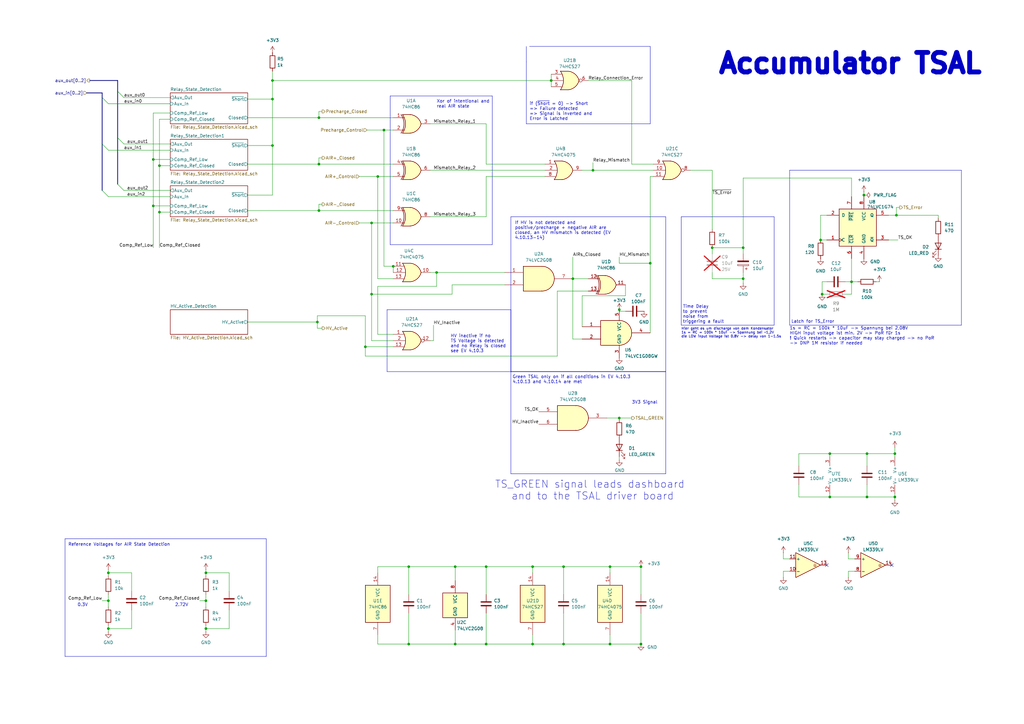
<source format=kicad_sch>
(kicad_sch
	(version 20231120)
	(generator "eeschema")
	(generator_version "8.0")
	(uuid "56b53f94-c2b2-4cdc-9d9a-c8fcb8f8f4f9")
	(paper "A3")
	(lib_symbols
		(symbol "74HC4075:74HC4075"
			(pin_names
				(offset 1.016)
			)
			(exclude_from_sim no)
			(in_bom yes)
			(on_board yes)
			(property "Reference" "U"
				(at 0 1.27 0)
				(effects
					(font
						(size 1.27 1.27)
					)
				)
			)
			(property "Value" "74HC4075"
				(at 0 -1.27 0)
				(effects
					(font
						(size 1.27 1.27)
					)
				)
			)
			(property "Footprint" "Package_SO:TSSOP-14_4.4x5mm_P0.65mm"
				(at 2.54 -27.94 0)
				(effects
					(font
						(size 1.27 1.27)
					)
					(hide yes)
				)
			)
			(property "Datasheet" "https://www.ti.com/lit/ds/symlink/cd54hc4075.pdf?ts=1705677999042&ref_url=https%253A%252F%252Fwww.google.com%252F"
				(at 2.54 -25.4 0)
				(effects
					(font
						(size 1.27 1.27)
					)
					(hide yes)
				)
			)
			(property "Description" "Triple 3-input OR"
				(at 0 0 0)
				(effects
					(font
						(size 1.27 1.27)
					)
					(hide yes)
				)
			)
			(property "ki_locked" ""
				(at 0 0 0)
				(effects
					(font
						(size 1.27 1.27)
					)
				)
			)
			(property "ki_keywords" "TTL Or3"
				(at 0 0 0)
				(effects
					(font
						(size 1.27 1.27)
					)
					(hide yes)
				)
			)
			(property "ki_fp_filters" "DIP*W7.62mm*"
				(at 0 0 0)
				(effects
					(font
						(size 1.27 1.27)
					)
					(hide yes)
				)
			)
			(symbol "74HC4075_1_1"
				(arc
					(start -3.81 -3.81)
					(mid -2.589 0)
					(end -3.81 3.81)
					(stroke
						(width 0.254)
						(type default)
					)
					(fill
						(type none)
					)
				)
				(arc
					(start -0.6096 -3.81)
					(mid 2.1842 -2.5851)
					(end 3.81 0)
					(stroke
						(width 0.254)
						(type default)
					)
					(fill
						(type background)
					)
				)
				(polyline
					(pts
						(xy -3.81 -3.81) (xy -0.635 -3.81)
					)
					(stroke
						(width 0.254)
						(type default)
					)
					(fill
						(type background)
					)
				)
				(polyline
					(pts
						(xy -3.81 3.81) (xy -0.635 3.81)
					)
					(stroke
						(width 0.254)
						(type default)
					)
					(fill
						(type background)
					)
				)
				(polyline
					(pts
						(xy -0.635 3.81) (xy -3.81 3.81) (xy -3.81 3.81) (xy -3.556 3.4036) (xy -3.0226 2.2606) (xy -2.6924 1.0414)
						(xy -2.6162 -0.254) (xy -2.7686 -1.4986) (xy -3.175 -2.7178) (xy -3.81 -3.81) (xy -3.81 -3.81)
						(xy -0.635 -3.81)
					)
					(stroke
						(width -25.4)
						(type default)
					)
					(fill
						(type background)
					)
				)
				(arc
					(start 3.81 0)
					(mid 2.1915 2.5936)
					(end -0.6096 3.81)
					(stroke
						(width 0.254)
						(type default)
					)
					(fill
						(type background)
					)
				)
				(pin input line
					(at -7.62 2.54 0)
					(length 4.318)
					(name "~"
						(effects
							(font
								(size 1.27 1.27)
							)
						)
					)
					(number "3"
						(effects
							(font
								(size 1.27 1.27)
							)
						)
					)
				)
				(pin input line
					(at -7.62 0 0)
					(length 4.953)
					(name "~"
						(effects
							(font
								(size 1.27 1.27)
							)
						)
					)
					(number "4"
						(effects
							(font
								(size 1.27 1.27)
							)
						)
					)
				)
				(pin input line
					(at -7.62 -2.54 0)
					(length 4.318)
					(name "~"
						(effects
							(font
								(size 1.27 1.27)
							)
						)
					)
					(number "5"
						(effects
							(font
								(size 1.27 1.27)
							)
						)
					)
				)
				(pin output line
					(at 7.62 0 180)
					(length 3.81)
					(name "~"
						(effects
							(font
								(size 1.27 1.27)
							)
						)
					)
					(number "6"
						(effects
							(font
								(size 1.27 1.27)
							)
						)
					)
				)
			)
			(symbol "74HC4075_1_2"
				(arc
					(start 0 -3.81)
					(mid 3.7934 0)
					(end 0 3.81)
					(stroke
						(width 0.254)
						(type default)
					)
					(fill
						(type background)
					)
				)
				(polyline
					(pts
						(xy 0 3.81) (xy -3.81 3.81) (xy -3.81 -3.81) (xy 0 -3.81)
					)
					(stroke
						(width 0.254)
						(type default)
					)
					(fill
						(type background)
					)
				)
				(pin input inverted
					(at -7.62 2.54 0)
					(length 3.81)
					(name "~"
						(effects
							(font
								(size 1.27 1.27)
							)
						)
					)
					(number "1"
						(effects
							(font
								(size 1.27 1.27)
							)
						)
					)
				)
				(pin output line
					(at 7.62 0 180)
					(length 3.81)
					(name "~"
						(effects
							(font
								(size 1.27 1.27)
							)
						)
					)
					(number "12"
						(effects
							(font
								(size 1.27 1.27)
							)
						)
					)
				)
				(pin input inverted
					(at -7.62 -2.54 0)
					(length 3.81)
					(name "~"
						(effects
							(font
								(size 1.27 1.27)
							)
						)
					)
					(number "13"
						(effects
							(font
								(size 1.27 1.27)
							)
						)
					)
				)
				(pin input inverted
					(at -7.62 0 0)
					(length 3.81)
					(name "~"
						(effects
							(font
								(size 1.27 1.27)
							)
						)
					)
					(number "2"
						(effects
							(font
								(size 1.27 1.27)
							)
						)
					)
				)
			)
			(symbol "74HC4075_2_1"
				(arc
					(start -3.81 -3.81)
					(mid -2.589 0)
					(end -3.81 3.81)
					(stroke
						(width 0.254)
						(type default)
					)
					(fill
						(type none)
					)
				)
				(arc
					(start -0.6096 -3.81)
					(mid 2.1842 -2.5851)
					(end 3.81 0)
					(stroke
						(width 0.254)
						(type default)
					)
					(fill
						(type background)
					)
				)
				(polyline
					(pts
						(xy -3.81 -3.81) (xy -0.635 -3.81)
					)
					(stroke
						(width 0.254)
						(type default)
					)
					(fill
						(type background)
					)
				)
				(polyline
					(pts
						(xy -3.81 3.81) (xy -0.635 3.81)
					)
					(stroke
						(width 0.254)
						(type default)
					)
					(fill
						(type background)
					)
				)
				(polyline
					(pts
						(xy -0.635 3.81) (xy -3.81 3.81) (xy -3.81 3.81) (xy -3.556 3.4036) (xy -3.0226 2.2606) (xy -2.6924 1.0414)
						(xy -2.6162 -0.254) (xy -2.7686 -1.4986) (xy -3.175 -2.7178) (xy -3.81 -3.81) (xy -3.81 -3.81)
						(xy -0.635 -3.81)
					)
					(stroke
						(width -25.4)
						(type default)
					)
					(fill
						(type background)
					)
				)
				(arc
					(start 3.81 0)
					(mid 2.1915 2.5936)
					(end -0.6096 3.81)
					(stroke
						(width 0.254)
						(type default)
					)
					(fill
						(type background)
					)
				)
				(pin input line
					(at -7.62 2.54 0)
					(length 4.318)
					(name "~"
						(effects
							(font
								(size 1.27 1.27)
							)
						)
					)
					(number "1"
						(effects
							(font
								(size 1.27 1.27)
							)
						)
					)
				)
				(pin input line
					(at -7.62 0 0)
					(length 4.953)
					(name "~"
						(effects
							(font
								(size 1.27 1.27)
							)
						)
					)
					(number "2"
						(effects
							(font
								(size 1.27 1.27)
							)
						)
					)
				)
				(pin input line
					(at -7.62 -2.54 0)
					(length 4.318)
					(name ""
						(effects
							(font
								(size 1.27 1.27)
							)
						)
					)
					(number "8"
						(effects
							(font
								(size 1.27 1.27)
							)
						)
					)
				)
				(pin output line
					(at 7.62 0 180)
					(length 3.81)
					(name "~"
						(effects
							(font
								(size 1.27 1.27)
							)
						)
					)
					(number "9"
						(effects
							(font
								(size 1.27 1.27)
							)
						)
					)
				)
			)
			(symbol "74HC4075_2_2"
				(arc
					(start 0 -3.81)
					(mid 3.7934 0)
					(end 0 3.81)
					(stroke
						(width 0.254)
						(type default)
					)
					(fill
						(type background)
					)
				)
				(polyline
					(pts
						(xy 0 3.81) (xy -3.81 3.81) (xy -3.81 -3.81) (xy 0 -3.81)
					)
					(stroke
						(width 0.254)
						(type default)
					)
					(fill
						(type background)
					)
				)
				(pin input inverted
					(at -7.62 2.54 0)
					(length 3.81)
					(name "~"
						(effects
							(font
								(size 1.27 1.27)
							)
						)
					)
					(number "3"
						(effects
							(font
								(size 1.27 1.27)
							)
						)
					)
				)
				(pin input inverted
					(at -7.62 0 0)
					(length 3.81)
					(name "~"
						(effects
							(font
								(size 1.27 1.27)
							)
						)
					)
					(number "4"
						(effects
							(font
								(size 1.27 1.27)
							)
						)
					)
				)
				(pin input inverted
					(at -7.62 -2.54 0)
					(length 3.81)
					(name "~"
						(effects
							(font
								(size 1.27 1.27)
							)
						)
					)
					(number "5"
						(effects
							(font
								(size 1.27 1.27)
							)
						)
					)
				)
				(pin output line
					(at 7.62 0 180)
					(length 3.81)
					(name "~"
						(effects
							(font
								(size 1.27 1.27)
							)
						)
					)
					(number "6"
						(effects
							(font
								(size 1.27 1.27)
							)
						)
					)
				)
			)
			(symbol "74HC4075_3_1"
				(arc
					(start -3.81 -3.81)
					(mid -2.589 0)
					(end -3.81 3.81)
					(stroke
						(width 0.254)
						(type default)
					)
					(fill
						(type none)
					)
				)
				(arc
					(start -0.6096 -3.81)
					(mid 2.1842 -2.5851)
					(end 3.81 0)
					(stroke
						(width 0.254)
						(type default)
					)
					(fill
						(type background)
					)
				)
				(polyline
					(pts
						(xy -3.81 -3.81) (xy -0.635 -3.81)
					)
					(stroke
						(width 0.254)
						(type default)
					)
					(fill
						(type background)
					)
				)
				(polyline
					(pts
						(xy -3.81 3.81) (xy -0.635 3.81)
					)
					(stroke
						(width 0.254)
						(type default)
					)
					(fill
						(type background)
					)
				)
				(polyline
					(pts
						(xy -0.635 3.81) (xy -3.81 3.81) (xy -3.81 3.81) (xy -3.556 3.4036) (xy -3.0226 2.2606) (xy -2.6924 1.0414)
						(xy -2.6162 -0.254) (xy -2.7686 -1.4986) (xy -3.175 -2.7178) (xy -3.81 -3.81) (xy -3.81 -3.81)
						(xy -0.635 -3.81)
					)
					(stroke
						(width -25.4)
						(type default)
					)
					(fill
						(type background)
					)
				)
				(arc
					(start 3.81 0)
					(mid 2.1915 2.5936)
					(end -0.6096 3.81)
					(stroke
						(width 0.254)
						(type default)
					)
					(fill
						(type background)
					)
				)
				(pin output line
					(at 7.62 0 180)
					(length 3.81)
					(name "~"
						(effects
							(font
								(size 1.27 1.27)
							)
						)
					)
					(number "10"
						(effects
							(font
								(size 1.27 1.27)
							)
						)
					)
				)
				(pin input line
					(at -7.62 2.54 0)
					(length 4.318)
					(name "~"
						(effects
							(font
								(size 1.27 1.27)
							)
						)
					)
					(number "11"
						(effects
							(font
								(size 1.27 1.27)
							)
						)
					)
				)
				(pin input line
					(at -7.62 0 0)
					(length 4.953)
					(name "~"
						(effects
							(font
								(size 1.27 1.27)
							)
						)
					)
					(number "12"
						(effects
							(font
								(size 1.27 1.27)
							)
						)
					)
				)
				(pin input line
					(at -7.62 -2.54 0)
					(length 4.318)
					(name "~"
						(effects
							(font
								(size 1.27 1.27)
							)
						)
					)
					(number "13"
						(effects
							(font
								(size 1.27 1.27)
							)
						)
					)
				)
			)
			(symbol "74HC4075_3_2"
				(arc
					(start 0 -3.81)
					(mid 3.7934 0)
					(end 0 3.81)
					(stroke
						(width 0.254)
						(type default)
					)
					(fill
						(type background)
					)
				)
				(polyline
					(pts
						(xy 0 3.81) (xy -3.81 3.81) (xy -3.81 -3.81) (xy 0 -3.81)
					)
					(stroke
						(width 0.254)
						(type default)
					)
					(fill
						(type background)
					)
				)
				(pin input inverted
					(at -7.62 0 0)
					(length 3.81)
					(name "~"
						(effects
							(font
								(size 1.27 1.27)
							)
						)
					)
					(number "10"
						(effects
							(font
								(size 1.27 1.27)
							)
						)
					)
				)
				(pin input inverted
					(at -7.62 -2.54 0)
					(length 3.81)
					(name "~"
						(effects
							(font
								(size 1.27 1.27)
							)
						)
					)
					(number "11"
						(effects
							(font
								(size 1.27 1.27)
							)
						)
					)
				)
				(pin output line
					(at 7.62 0 180)
					(length 3.81)
					(name "~"
						(effects
							(font
								(size 1.27 1.27)
							)
						)
					)
					(number "8"
						(effects
							(font
								(size 1.27 1.27)
							)
						)
					)
				)
				(pin input inverted
					(at -7.62 2.54 0)
					(length 3.81)
					(name "~"
						(effects
							(font
								(size 1.27 1.27)
							)
						)
					)
					(number "9"
						(effects
							(font
								(size 1.27 1.27)
							)
						)
					)
				)
			)
			(symbol "74HC4075_4_0"
				(pin power_in line
					(at 0 12.7 270)
					(length 5.08)
					(name "VCC"
						(effects
							(font
								(size 1.27 1.27)
							)
						)
					)
					(number "14"
						(effects
							(font
								(size 1.27 1.27)
							)
						)
					)
				)
				(pin power_in line
					(at 0 -12.7 90)
					(length 5.08)
					(name "GND"
						(effects
							(font
								(size 1.27 1.27)
							)
						)
					)
					(number "7"
						(effects
							(font
								(size 1.27 1.27)
							)
						)
					)
				)
			)
			(symbol "74HC4075_4_1"
				(rectangle
					(start -5.08 7.62)
					(end 5.08 -7.62)
					(stroke
						(width 0.254)
						(type default)
					)
					(fill
						(type background)
					)
				)
			)
		)
		(symbol "74xGxx:74AUC1G74"
			(pin_names
				(offset 1.016)
			)
			(exclude_from_sim no)
			(in_bom yes)
			(on_board yes)
			(property "Reference" "U"
				(at -5.08 10.16 0)
				(effects
					(font
						(size 1.27 1.27)
					)
				)
			)
			(property "Value" "74AUC1G74"
				(at 10.16 -10.16 0)
				(effects
					(font
						(size 1.27 1.27)
					)
				)
			)
			(property "Footprint" ""
				(at 0 0 0)
				(effects
					(font
						(size 1.27 1.27)
					)
					(hide yes)
				)
			)
			(property "Datasheet" "http://www.ti.com/lit/sg/scyt129e/scyt129e.pdf"
				(at 0 0 0)
				(effects
					(font
						(size 1.27 1.27)
					)
					(hide yes)
				)
			)
			(property "Description" "Single D Flip-Flop, Low-Voltage CMOS"
				(at 0 0 0)
				(effects
					(font
						(size 1.27 1.27)
					)
					(hide yes)
				)
			)
			(property "ki_keywords" "Single D Flip-Flop D CMOS"
				(at 0 0 0)
				(effects
					(font
						(size 1.27 1.27)
					)
					(hide yes)
				)
			)
			(property "ki_fp_filters" "SSOP* VSSOP*"
				(at 0 0 0)
				(effects
					(font
						(size 1.27 1.27)
					)
					(hide yes)
				)
			)
			(symbol "74AUC1G74_0_1"
				(rectangle
					(start -7.62 7.62)
					(end 7.62 -7.62)
					(stroke
						(width 0.254)
						(type default)
					)
					(fill
						(type background)
					)
				)
			)
			(symbol "74AUC1G74_1_1"
				(pin input clock
					(at -12.7 -5.08 0)
					(length 5.08)
					(name "C"
						(effects
							(font
								(size 1.27 1.27)
							)
						)
					)
					(number "1"
						(effects
							(font
								(size 1.27 1.27)
							)
						)
					)
				)
				(pin input line
					(at -12.7 5.08 0)
					(length 5.08)
					(name "D"
						(effects
							(font
								(size 1.27 1.27)
							)
						)
					)
					(number "2"
						(effects
							(font
								(size 1.27 1.27)
							)
						)
					)
				)
				(pin output line
					(at 12.7 -5.08 180)
					(length 5.08)
					(name "~{Q}"
						(effects
							(font
								(size 1.27 1.27)
							)
						)
					)
					(number "3"
						(effects
							(font
								(size 1.27 1.27)
							)
						)
					)
				)
				(pin power_in line
					(at 2.54 -12.7 90)
					(length 5.08)
					(name "GND"
						(effects
							(font
								(size 1.27 1.27)
							)
						)
					)
					(number "4"
						(effects
							(font
								(size 1.27 1.27)
							)
						)
					)
				)
				(pin output line
					(at 12.7 5.08 180)
					(length 5.08)
					(name "Q"
						(effects
							(font
								(size 1.27 1.27)
							)
						)
					)
					(number "5"
						(effects
							(font
								(size 1.27 1.27)
							)
						)
					)
				)
				(pin input line
					(at -2.54 -12.7 90)
					(length 5.08)
					(name "~{CLR}"
						(effects
							(font
								(size 1.27 1.27)
							)
						)
					)
					(number "6"
						(effects
							(font
								(size 1.27 1.27)
							)
						)
					)
				)
				(pin input line
					(at -2.54 12.7 270)
					(length 5.08)
					(name "~{PRE}"
						(effects
							(font
								(size 1.27 1.27)
							)
						)
					)
					(number "7"
						(effects
							(font
								(size 1.27 1.27)
							)
						)
					)
				)
				(pin power_in line
					(at 2.54 12.7 270)
					(length 5.08)
					(name "VCC"
						(effects
							(font
								(size 1.27 1.27)
							)
						)
					)
					(number "8"
						(effects
							(font
								(size 1.27 1.27)
							)
						)
					)
				)
			)
		)
		(symbol "74xGxx:74LVC1G08"
			(exclude_from_sim no)
			(in_bom yes)
			(on_board yes)
			(property "Reference" "U"
				(at -5.08 7.62 0)
				(effects
					(font
						(size 1.27 1.27)
					)
				)
			)
			(property "Value" "74LVC1G08"
				(at 7.62 -7.62 0)
				(effects
					(font
						(size 1.27 1.27)
					)
				)
			)
			(property "Footprint" ""
				(at 0 0 0)
				(effects
					(font
						(size 1.27 1.27)
					)
					(hide yes)
				)
			)
			(property "Datasheet" "https://www.ti.com/lit/ds/symlink/sn74lvc1g08.pdf"
				(at 0 0 0)
				(effects
					(font
						(size 1.27 1.27)
					)
					(hide yes)
				)
			)
			(property "Description" "Single AND Gate, Low-Voltage CMOS"
				(at 0 0 0)
				(effects
					(font
						(size 1.27 1.27)
					)
					(hide yes)
				)
			)
			(property "ki_keywords" "Single Gate AND LVC CMOS"
				(at 0 0 0)
				(effects
					(font
						(size 1.27 1.27)
					)
					(hide yes)
				)
			)
			(property "ki_fp_filters" "SOT?23* Texas?R-PDSO-G5?DCK* Texas?R-PDSO-N5?DRL* Texas?X2SON*0.8x0.8mm*P0.48mm*"
				(at 0 0 0)
				(effects
					(font
						(size 1.27 1.27)
					)
					(hide yes)
				)
			)
			(symbol "74LVC1G08_0_1"
				(arc
					(start 0 -5.08)
					(mid 5.0579 0)
					(end 0 5.08)
					(stroke
						(width 0.254)
						(type default)
					)
					(fill
						(type background)
					)
				)
				(polyline
					(pts
						(xy 0 -5.08) (xy -7.62 -5.08) (xy -7.62 5.08) (xy 0 5.08)
					)
					(stroke
						(width 0.254)
						(type default)
					)
					(fill
						(type background)
					)
				)
			)
			(symbol "74LVC1G08_1_1"
				(pin input line
					(at -15.24 2.54 0)
					(length 7.62)
					(name "~"
						(effects
							(font
								(size 1.27 1.27)
							)
						)
					)
					(number "1"
						(effects
							(font
								(size 1.27 1.27)
							)
						)
					)
				)
				(pin input line
					(at -15.24 -2.54 0)
					(length 7.62)
					(name "~"
						(effects
							(font
								(size 1.27 1.27)
							)
						)
					)
					(number "2"
						(effects
							(font
								(size 1.27 1.27)
							)
						)
					)
				)
				(pin power_in line
					(at 0 -10.16 90)
					(length 5.08)
					(name "GND"
						(effects
							(font
								(size 1.27 1.27)
							)
						)
					)
					(number "3"
						(effects
							(font
								(size 1.27 1.27)
							)
						)
					)
				)
				(pin output line
					(at 12.7 0 180)
					(length 7.62)
					(name "~"
						(effects
							(font
								(size 1.27 1.27)
							)
						)
					)
					(number "4"
						(effects
							(font
								(size 1.27 1.27)
							)
						)
					)
				)
				(pin power_in line
					(at 0 10.16 270)
					(length 5.08)
					(name "VCC"
						(effects
							(font
								(size 1.27 1.27)
							)
						)
					)
					(number "5"
						(effects
							(font
								(size 1.27 1.27)
							)
						)
					)
				)
			)
		)
		(symbol "74xGxx:74LVC2G08"
			(exclude_from_sim no)
			(in_bom yes)
			(on_board yes)
			(property "Reference" "U"
				(at -10.16 7.62 0)
				(effects
					(font
						(size 1.27 1.27)
					)
				)
			)
			(property "Value" "74LVC2G08"
				(at -10.16 -7.62 0)
				(effects
					(font
						(size 1.27 1.27)
					)
				)
			)
			(property "Footprint" ""
				(at 0 0 0)
				(effects
					(font
						(size 1.27 1.27)
					)
					(hide yes)
				)
			)
			(property "Datasheet" "http://www.ti.com/lit/sg/scyt129e/scyt129e.pdf"
				(at 0 0 0)
				(effects
					(font
						(size 1.27 1.27)
					)
					(hide yes)
				)
			)
			(property "Description" "Dual AND Gate, Low-Voltage CMOS"
				(at 0 0 0)
				(effects
					(font
						(size 1.27 1.27)
					)
					(hide yes)
				)
			)
			(property "ki_keywords" "Dual Gate AND LVC CMOS"
				(at 0 0 0)
				(effects
					(font
						(size 1.27 1.27)
					)
					(hide yes)
				)
			)
			(property "ki_fp_filters" "SSOP* VSSOP*"
				(at 0 0 0)
				(effects
					(font
						(size 1.27 1.27)
					)
					(hide yes)
				)
			)
			(symbol "74LVC2G08_1_1"
				(arc
					(start 0 -5.08)
					(mid 5.0579 0)
					(end 0 5.08)
					(stroke
						(width 0.254)
						(type default)
					)
					(fill
						(type background)
					)
				)
				(polyline
					(pts
						(xy 0 -5.08) (xy -7.62 -5.08) (xy -7.62 5.08) (xy 0 5.08)
					)
					(stroke
						(width 0.254)
						(type default)
					)
					(fill
						(type background)
					)
				)
				(pin input line
					(at -15.24 2.54 0)
					(length 7.62)
					(name "~"
						(effects
							(font
								(size 1.27 1.27)
							)
						)
					)
					(number "1"
						(effects
							(font
								(size 1.27 1.27)
							)
						)
					)
				)
				(pin input line
					(at -15.24 -2.54 0)
					(length 7.62)
					(name "~"
						(effects
							(font
								(size 1.27 1.27)
							)
						)
					)
					(number "2"
						(effects
							(font
								(size 1.27 1.27)
							)
						)
					)
				)
				(pin output line
					(at 12.7 0 180)
					(length 7.62)
					(name "~"
						(effects
							(font
								(size 1.27 1.27)
							)
						)
					)
					(number "7"
						(effects
							(font
								(size 1.27 1.27)
							)
						)
					)
				)
			)
			(symbol "74LVC2G08_2_1"
				(arc
					(start 0 -5.08)
					(mid 5.0579 0)
					(end 0 5.08)
					(stroke
						(width 0.254)
						(type default)
					)
					(fill
						(type background)
					)
				)
				(polyline
					(pts
						(xy 0 -5.08) (xy -7.62 -5.08) (xy -7.62 5.08) (xy 0 5.08)
					)
					(stroke
						(width 0.254)
						(type default)
					)
					(fill
						(type background)
					)
				)
				(pin output line
					(at 12.7 0 180)
					(length 7.62)
					(name "~"
						(effects
							(font
								(size 1.27 1.27)
							)
						)
					)
					(number "3"
						(effects
							(font
								(size 1.27 1.27)
							)
						)
					)
				)
				(pin input line
					(at -15.24 2.54 0)
					(length 7.62)
					(name "~"
						(effects
							(font
								(size 1.27 1.27)
							)
						)
					)
					(number "5"
						(effects
							(font
								(size 1.27 1.27)
							)
						)
					)
				)
				(pin input line
					(at -15.24 -2.54 0)
					(length 7.62)
					(name "~"
						(effects
							(font
								(size 1.27 1.27)
							)
						)
					)
					(number "6"
						(effects
							(font
								(size 1.27 1.27)
							)
						)
					)
				)
			)
			(symbol "74LVC2G08_3_0"
				(rectangle
					(start -5.08 -5.08)
					(end 5.08 5.08)
					(stroke
						(width 0.254)
						(type default)
					)
					(fill
						(type background)
					)
				)
			)
			(symbol "74LVC2G08_3_1"
				(pin power_in line
					(at 0 -10.16 90)
					(length 5.08)
					(name "GND"
						(effects
							(font
								(size 1.27 1.27)
							)
						)
					)
					(number "4"
						(effects
							(font
								(size 1.27 1.27)
							)
						)
					)
				)
				(pin power_in line
					(at 0 10.16 270)
					(length 5.08)
					(name "VCC"
						(effects
							(font
								(size 1.27 1.27)
							)
						)
					)
					(number "8"
						(effects
							(font
								(size 1.27 1.27)
							)
						)
					)
				)
			)
		)
		(symbol "74xx:74HC86"
			(pin_names
				(offset 1.016)
			)
			(exclude_from_sim no)
			(in_bom yes)
			(on_board yes)
			(property "Reference" "U"
				(at 0 1.27 0)
				(effects
					(font
						(size 1.27 1.27)
					)
				)
			)
			(property "Value" "74HC86"
				(at 0 -1.27 0)
				(effects
					(font
						(size 1.27 1.27)
					)
				)
			)
			(property "Footprint" ""
				(at 0 0 0)
				(effects
					(font
						(size 1.27 1.27)
					)
					(hide yes)
				)
			)
			(property "Datasheet" "http://www.ti.com/lit/gpn/sn74HC86"
				(at 0 0 0)
				(effects
					(font
						(size 1.27 1.27)
					)
					(hide yes)
				)
			)
			(property "Description" "Quad 2-input XOR"
				(at 0 0 0)
				(effects
					(font
						(size 1.27 1.27)
					)
					(hide yes)
				)
			)
			(property "ki_locked" ""
				(at 0 0 0)
				(effects
					(font
						(size 1.27 1.27)
					)
				)
			)
			(property "ki_keywords" "TTL XOR2"
				(at 0 0 0)
				(effects
					(font
						(size 1.27 1.27)
					)
					(hide yes)
				)
			)
			(property "ki_fp_filters" "DIP*W7.62mm*"
				(at 0 0 0)
				(effects
					(font
						(size 1.27 1.27)
					)
					(hide yes)
				)
			)
			(symbol "74HC86_1_0"
				(arc
					(start -4.4196 -3.81)
					(mid -3.2033 0)
					(end -4.4196 3.81)
					(stroke
						(width 0.254)
						(type default)
					)
					(fill
						(type none)
					)
				)
				(arc
					(start -3.81 -3.81)
					(mid -2.589 0)
					(end -3.81 3.81)
					(stroke
						(width 0.254)
						(type default)
					)
					(fill
						(type none)
					)
				)
				(arc
					(start -0.6096 -3.81)
					(mid 2.1842 -2.5851)
					(end 3.81 0)
					(stroke
						(width 0.254)
						(type default)
					)
					(fill
						(type background)
					)
				)
				(polyline
					(pts
						(xy -3.81 -3.81) (xy -0.635 -3.81)
					)
					(stroke
						(width 0.254)
						(type default)
					)
					(fill
						(type background)
					)
				)
				(polyline
					(pts
						(xy -3.81 3.81) (xy -0.635 3.81)
					)
					(stroke
						(width 0.254)
						(type default)
					)
					(fill
						(type background)
					)
				)
				(polyline
					(pts
						(xy -0.635 3.81) (xy -3.81 3.81) (xy -3.81 3.81) (xy -3.556 3.4036) (xy -3.0226 2.2606) (xy -2.6924 1.0414)
						(xy -2.6162 -0.254) (xy -2.7686 -1.4986) (xy -3.175 -2.7178) (xy -3.81 -3.81) (xy -3.81 -3.81)
						(xy -0.635 -3.81)
					)
					(stroke
						(width -25.4)
						(type default)
					)
					(fill
						(type background)
					)
				)
				(arc
					(start 3.81 0)
					(mid 2.1915 2.5936)
					(end -0.6096 3.81)
					(stroke
						(width 0.254)
						(type default)
					)
					(fill
						(type background)
					)
				)
				(pin input line
					(at -7.62 2.54 0)
					(length 4.445)
					(name "~"
						(effects
							(font
								(size 1.27 1.27)
							)
						)
					)
					(number "1"
						(effects
							(font
								(size 1.27 1.27)
							)
						)
					)
				)
				(pin input line
					(at -7.62 -2.54 0)
					(length 4.445)
					(name "~"
						(effects
							(font
								(size 1.27 1.27)
							)
						)
					)
					(number "2"
						(effects
							(font
								(size 1.27 1.27)
							)
						)
					)
				)
				(pin output line
					(at 7.62 0 180)
					(length 3.81)
					(name "~"
						(effects
							(font
								(size 1.27 1.27)
							)
						)
					)
					(number "3"
						(effects
							(font
								(size 1.27 1.27)
							)
						)
					)
				)
			)
			(symbol "74HC86_1_1"
				(polyline
					(pts
						(xy -3.81 -2.54) (xy -3.175 -2.54)
					)
					(stroke
						(width 0.1524)
						(type default)
					)
					(fill
						(type none)
					)
				)
				(polyline
					(pts
						(xy -3.81 2.54) (xy -3.175 2.54)
					)
					(stroke
						(width 0.1524)
						(type default)
					)
					(fill
						(type none)
					)
				)
			)
			(symbol "74HC86_2_0"
				(arc
					(start -4.4196 -3.81)
					(mid -3.2033 0)
					(end -4.4196 3.81)
					(stroke
						(width 0.254)
						(type default)
					)
					(fill
						(type none)
					)
				)
				(arc
					(start -3.81 -3.81)
					(mid -2.589 0)
					(end -3.81 3.81)
					(stroke
						(width 0.254)
						(type default)
					)
					(fill
						(type none)
					)
				)
				(arc
					(start -0.6096 -3.81)
					(mid 2.1842 -2.5851)
					(end 3.81 0)
					(stroke
						(width 0.254)
						(type default)
					)
					(fill
						(type background)
					)
				)
				(polyline
					(pts
						(xy -3.81 -3.81) (xy -0.635 -3.81)
					)
					(stroke
						(width 0.254)
						(type default)
					)
					(fill
						(type background)
					)
				)
				(polyline
					(pts
						(xy -3.81 3.81) (xy -0.635 3.81)
					)
					(stroke
						(width 0.254)
						(type default)
					)
					(fill
						(type background)
					)
				)
				(polyline
					(pts
						(xy -0.635 3.81) (xy -3.81 3.81) (xy -3.81 3.81) (xy -3.556 3.4036) (xy -3.0226 2.2606) (xy -2.6924 1.0414)
						(xy -2.6162 -0.254) (xy -2.7686 -1.4986) (xy -3.175 -2.7178) (xy -3.81 -3.81) (xy -3.81 -3.81)
						(xy -0.635 -3.81)
					)
					(stroke
						(width -25.4)
						(type default)
					)
					(fill
						(type background)
					)
				)
				(arc
					(start 3.81 0)
					(mid 2.1915 2.5936)
					(end -0.6096 3.81)
					(stroke
						(width 0.254)
						(type default)
					)
					(fill
						(type background)
					)
				)
				(pin input line
					(at -7.62 2.54 0)
					(length 4.445)
					(name "~"
						(effects
							(font
								(size 1.27 1.27)
							)
						)
					)
					(number "4"
						(effects
							(font
								(size 1.27 1.27)
							)
						)
					)
				)
				(pin input line
					(at -7.62 -2.54 0)
					(length 4.445)
					(name "~"
						(effects
							(font
								(size 1.27 1.27)
							)
						)
					)
					(number "5"
						(effects
							(font
								(size 1.27 1.27)
							)
						)
					)
				)
				(pin output line
					(at 7.62 0 180)
					(length 3.81)
					(name "~"
						(effects
							(font
								(size 1.27 1.27)
							)
						)
					)
					(number "6"
						(effects
							(font
								(size 1.27 1.27)
							)
						)
					)
				)
			)
			(symbol "74HC86_2_1"
				(polyline
					(pts
						(xy -3.81 -2.54) (xy -3.175 -2.54)
					)
					(stroke
						(width 0.1524)
						(type default)
					)
					(fill
						(type none)
					)
				)
				(polyline
					(pts
						(xy -3.81 2.54) (xy -3.175 2.54)
					)
					(stroke
						(width 0.1524)
						(type default)
					)
					(fill
						(type none)
					)
				)
			)
			(symbol "74HC86_3_0"
				(arc
					(start -4.4196 -3.81)
					(mid -3.2033 0)
					(end -4.4196 3.81)
					(stroke
						(width 0.254)
						(type default)
					)
					(fill
						(type none)
					)
				)
				(arc
					(start -3.81 -3.81)
					(mid -2.589 0)
					(end -3.81 3.81)
					(stroke
						(width 0.254)
						(type default)
					)
					(fill
						(type none)
					)
				)
				(arc
					(start -0.6096 -3.81)
					(mid 2.1842 -2.5851)
					(end 3.81 0)
					(stroke
						(width 0.254)
						(type default)
					)
					(fill
						(type background)
					)
				)
				(polyline
					(pts
						(xy -3.81 -3.81) (xy -0.635 -3.81)
					)
					(stroke
						(width 0.254)
						(type default)
					)
					(fill
						(type background)
					)
				)
				(polyline
					(pts
						(xy -3.81 3.81) (xy -0.635 3.81)
					)
					(stroke
						(width 0.254)
						(type default)
					)
					(fill
						(type background)
					)
				)
				(polyline
					(pts
						(xy -0.635 3.81) (xy -3.81 3.81) (xy -3.81 3.81) (xy -3.556 3.4036) (xy -3.0226 2.2606) (xy -2.6924 1.0414)
						(xy -2.6162 -0.254) (xy -2.7686 -1.4986) (xy -3.175 -2.7178) (xy -3.81 -3.81) (xy -3.81 -3.81)
						(xy -0.635 -3.81)
					)
					(stroke
						(width -25.4)
						(type default)
					)
					(fill
						(type background)
					)
				)
				(arc
					(start 3.81 0)
					(mid 2.1915 2.5936)
					(end -0.6096 3.81)
					(stroke
						(width 0.254)
						(type default)
					)
					(fill
						(type background)
					)
				)
				(pin input line
					(at -7.62 -2.54 0)
					(length 4.445)
					(name "~"
						(effects
							(font
								(size 1.27 1.27)
							)
						)
					)
					(number "10"
						(effects
							(font
								(size 1.27 1.27)
							)
						)
					)
				)
				(pin output line
					(at 7.62 0 180)
					(length 3.81)
					(name "~"
						(effects
							(font
								(size 1.27 1.27)
							)
						)
					)
					(number "8"
						(effects
							(font
								(size 1.27 1.27)
							)
						)
					)
				)
				(pin input line
					(at -7.62 2.54 0)
					(length 4.445)
					(name "~"
						(effects
							(font
								(size 1.27 1.27)
							)
						)
					)
					(number "9"
						(effects
							(font
								(size 1.27 1.27)
							)
						)
					)
				)
			)
			(symbol "74HC86_3_1"
				(polyline
					(pts
						(xy -3.81 -2.54) (xy -3.175 -2.54)
					)
					(stroke
						(width 0.1524)
						(type default)
					)
					(fill
						(type none)
					)
				)
				(polyline
					(pts
						(xy -3.81 2.54) (xy -3.175 2.54)
					)
					(stroke
						(width 0.1524)
						(type default)
					)
					(fill
						(type none)
					)
				)
			)
			(symbol "74HC86_4_0"
				(arc
					(start -4.4196 -3.81)
					(mid -3.2033 0)
					(end -4.4196 3.81)
					(stroke
						(width 0.254)
						(type default)
					)
					(fill
						(type none)
					)
				)
				(arc
					(start -3.81 -3.81)
					(mid -2.589 0)
					(end -3.81 3.81)
					(stroke
						(width 0.254)
						(type default)
					)
					(fill
						(type none)
					)
				)
				(arc
					(start -0.6096 -3.81)
					(mid 2.1842 -2.5851)
					(end 3.81 0)
					(stroke
						(width 0.254)
						(type default)
					)
					(fill
						(type background)
					)
				)
				(polyline
					(pts
						(xy -3.81 -3.81) (xy -0.635 -3.81)
					)
					(stroke
						(width 0.254)
						(type default)
					)
					(fill
						(type background)
					)
				)
				(polyline
					(pts
						(xy -3.81 3.81) (xy -0.635 3.81)
					)
					(stroke
						(width 0.254)
						(type default)
					)
					(fill
						(type background)
					)
				)
				(polyline
					(pts
						(xy -0.635 3.81) (xy -3.81 3.81) (xy -3.81 3.81) (xy -3.556 3.4036) (xy -3.0226 2.2606) (xy -2.6924 1.0414)
						(xy -2.6162 -0.254) (xy -2.7686 -1.4986) (xy -3.175 -2.7178) (xy -3.81 -3.81) (xy -3.81 -3.81)
						(xy -0.635 -3.81)
					)
					(stroke
						(width -25.4)
						(type default)
					)
					(fill
						(type background)
					)
				)
				(arc
					(start 3.81 0)
					(mid 2.1915 2.5936)
					(end -0.6096 3.81)
					(stroke
						(width 0.254)
						(type default)
					)
					(fill
						(type background)
					)
				)
				(pin output line
					(at 7.62 0 180)
					(length 3.81)
					(name "~"
						(effects
							(font
								(size 1.27 1.27)
							)
						)
					)
					(number "11"
						(effects
							(font
								(size 1.27 1.27)
							)
						)
					)
				)
				(pin input line
					(at -7.62 2.54 0)
					(length 4.445)
					(name "~"
						(effects
							(font
								(size 1.27 1.27)
							)
						)
					)
					(number "12"
						(effects
							(font
								(size 1.27 1.27)
							)
						)
					)
				)
				(pin input line
					(at -7.62 -2.54 0)
					(length 4.445)
					(name "~"
						(effects
							(font
								(size 1.27 1.27)
							)
						)
					)
					(number "13"
						(effects
							(font
								(size 1.27 1.27)
							)
						)
					)
				)
			)
			(symbol "74HC86_4_1"
				(polyline
					(pts
						(xy -3.81 -2.54) (xy -3.175 -2.54)
					)
					(stroke
						(width 0.1524)
						(type default)
					)
					(fill
						(type none)
					)
				)
				(polyline
					(pts
						(xy -3.81 2.54) (xy -3.175 2.54)
					)
					(stroke
						(width 0.1524)
						(type default)
					)
					(fill
						(type none)
					)
				)
			)
			(symbol "74HC86_5_0"
				(pin power_in line
					(at 0 12.7 270)
					(length 5.08)
					(name "VCC"
						(effects
							(font
								(size 1.27 1.27)
							)
						)
					)
					(number "14"
						(effects
							(font
								(size 1.27 1.27)
							)
						)
					)
				)
				(pin power_in line
					(at 0 -12.7 90)
					(length 5.08)
					(name "GND"
						(effects
							(font
								(size 1.27 1.27)
							)
						)
					)
					(number "7"
						(effects
							(font
								(size 1.27 1.27)
							)
						)
					)
				)
			)
			(symbol "74HC86_5_1"
				(rectangle
					(start -5.08 7.62)
					(end 5.08 -7.62)
					(stroke
						(width 0.254)
						(type default)
					)
					(fill
						(type background)
					)
				)
			)
		)
		(symbol "Comparator:LM339"
			(pin_names
				(offset 0.127)
			)
			(exclude_from_sim no)
			(in_bom yes)
			(on_board yes)
			(property "Reference" "U"
				(at 0 5.08 0)
				(effects
					(font
						(size 1.27 1.27)
					)
					(justify left)
				)
			)
			(property "Value" "LM339"
				(at 0 -5.08 0)
				(effects
					(font
						(size 1.27 1.27)
					)
					(justify left)
				)
			)
			(property "Footprint" ""
				(at -1.27 2.54 0)
				(effects
					(font
						(size 1.27 1.27)
					)
					(hide yes)
				)
			)
			(property "Datasheet" "https://www.st.com/resource/en/datasheet/lm139.pdf"
				(at 1.27 5.08 0)
				(effects
					(font
						(size 1.27 1.27)
					)
					(hide yes)
				)
			)
			(property "Description" "Quad Differential Comparators, SOIC-14/TSSOP-14"
				(at 0 0 0)
				(effects
					(font
						(size 1.27 1.27)
					)
					(hide yes)
				)
			)
			(property "ki_locked" ""
				(at 0 0 0)
				(effects
					(font
						(size 1.27 1.27)
					)
				)
			)
			(property "ki_keywords" "cmp open collector"
				(at 0 0 0)
				(effects
					(font
						(size 1.27 1.27)
					)
					(hide yes)
				)
			)
			(property "ki_fp_filters" "SOIC*3.9x8.7mm*P1.27mm* TSSOP*4.4x5mm*P0.65mm*"
				(at 0 0 0)
				(effects
					(font
						(size 1.27 1.27)
					)
					(hide yes)
				)
			)
			(symbol "LM339_1_1"
				(polyline
					(pts
						(xy -5.08 5.08) (xy 5.08 0) (xy -5.08 -5.08) (xy -5.08 5.08)
					)
					(stroke
						(width 0.254)
						(type default)
					)
					(fill
						(type background)
					)
				)
				(polyline
					(pts
						(xy 3.302 -0.508) (xy 2.794 -0.508) (xy 3.302 0) (xy 2.794 0.508) (xy 2.286 0) (xy 2.794 -0.508)
						(xy 2.286 -0.508)
					)
					(stroke
						(width 0.127)
						(type default)
					)
					(fill
						(type none)
					)
				)
				(pin open_collector line
					(at 7.62 0 180)
					(length 2.54)
					(name "~"
						(effects
							(font
								(size 1.27 1.27)
							)
						)
					)
					(number "2"
						(effects
							(font
								(size 1.27 1.27)
							)
						)
					)
				)
				(pin input line
					(at -7.62 -2.54 0)
					(length 2.54)
					(name "-"
						(effects
							(font
								(size 1.27 1.27)
							)
						)
					)
					(number "4"
						(effects
							(font
								(size 1.27 1.27)
							)
						)
					)
				)
				(pin input line
					(at -7.62 2.54 0)
					(length 2.54)
					(name "+"
						(effects
							(font
								(size 1.27 1.27)
							)
						)
					)
					(number "5"
						(effects
							(font
								(size 1.27 1.27)
							)
						)
					)
				)
			)
			(symbol "LM339_2_1"
				(polyline
					(pts
						(xy -5.08 5.08) (xy 5.08 0) (xy -5.08 -5.08) (xy -5.08 5.08)
					)
					(stroke
						(width 0.254)
						(type default)
					)
					(fill
						(type background)
					)
				)
				(polyline
					(pts
						(xy 3.302 -0.508) (xy 2.794 -0.508) (xy 3.302 0) (xy 2.794 0.508) (xy 2.286 0) (xy 2.794 -0.508)
						(xy 2.286 -0.508)
					)
					(stroke
						(width 0.127)
						(type default)
					)
					(fill
						(type none)
					)
				)
				(pin open_collector line
					(at 7.62 0 180)
					(length 2.54)
					(name "~"
						(effects
							(font
								(size 1.27 1.27)
							)
						)
					)
					(number "1"
						(effects
							(font
								(size 1.27 1.27)
							)
						)
					)
				)
				(pin input line
					(at -7.62 -2.54 0)
					(length 2.54)
					(name "-"
						(effects
							(font
								(size 1.27 1.27)
							)
						)
					)
					(number "6"
						(effects
							(font
								(size 1.27 1.27)
							)
						)
					)
				)
				(pin input line
					(at -7.62 2.54 0)
					(length 2.54)
					(name "+"
						(effects
							(font
								(size 1.27 1.27)
							)
						)
					)
					(number "7"
						(effects
							(font
								(size 1.27 1.27)
							)
						)
					)
				)
			)
			(symbol "LM339_3_1"
				(polyline
					(pts
						(xy -5.08 5.08) (xy 5.08 0) (xy -5.08 -5.08) (xy -5.08 5.08)
					)
					(stroke
						(width 0.254)
						(type default)
					)
					(fill
						(type background)
					)
				)
				(polyline
					(pts
						(xy 3.302 -0.508) (xy 2.794 -0.508) (xy 3.302 0) (xy 2.794 0.508) (xy 2.286 0) (xy 2.794 -0.508)
						(xy 2.286 -0.508)
					)
					(stroke
						(width 0.127)
						(type default)
					)
					(fill
						(type none)
					)
				)
				(pin input line
					(at -7.62 -2.54 0)
					(length 2.54)
					(name "-"
						(effects
							(font
								(size 1.27 1.27)
							)
						)
					)
					(number "10"
						(effects
							(font
								(size 1.27 1.27)
							)
						)
					)
				)
				(pin input line
					(at -7.62 2.54 0)
					(length 2.54)
					(name "+"
						(effects
							(font
								(size 1.27 1.27)
							)
						)
					)
					(number "11"
						(effects
							(font
								(size 1.27 1.27)
							)
						)
					)
				)
				(pin open_collector line
					(at 7.62 0 180)
					(length 2.54)
					(name "~"
						(effects
							(font
								(size 1.27 1.27)
							)
						)
					)
					(number "13"
						(effects
							(font
								(size 1.27 1.27)
							)
						)
					)
				)
			)
			(symbol "LM339_4_1"
				(polyline
					(pts
						(xy -5.08 5.08) (xy 5.08 0) (xy -5.08 -5.08) (xy -5.08 5.08)
					)
					(stroke
						(width 0.254)
						(type default)
					)
					(fill
						(type background)
					)
				)
				(polyline
					(pts
						(xy 3.302 -0.508) (xy 2.794 -0.508) (xy 3.302 0) (xy 2.794 0.508) (xy 2.286 0) (xy 2.794 -0.508)
						(xy 2.286 -0.508)
					)
					(stroke
						(width 0.127)
						(type default)
					)
					(fill
						(type none)
					)
				)
				(pin open_collector line
					(at 7.62 0 180)
					(length 2.54)
					(name "~"
						(effects
							(font
								(size 1.27 1.27)
							)
						)
					)
					(number "14"
						(effects
							(font
								(size 1.27 1.27)
							)
						)
					)
				)
				(pin input line
					(at -7.62 -2.54 0)
					(length 2.54)
					(name "-"
						(effects
							(font
								(size 1.27 1.27)
							)
						)
					)
					(number "8"
						(effects
							(font
								(size 1.27 1.27)
							)
						)
					)
				)
				(pin input line
					(at -7.62 2.54 0)
					(length 2.54)
					(name "+"
						(effects
							(font
								(size 1.27 1.27)
							)
						)
					)
					(number "9"
						(effects
							(font
								(size 1.27 1.27)
							)
						)
					)
				)
			)
			(symbol "LM339_5_1"
				(pin power_in line
					(at -2.54 -7.62 90)
					(length 3.81)
					(name "V-"
						(effects
							(font
								(size 1.27 1.27)
							)
						)
					)
					(number "12"
						(effects
							(font
								(size 1.27 1.27)
							)
						)
					)
				)
				(pin power_in line
					(at -2.54 7.62 270)
					(length 3.81)
					(name "V+"
						(effects
							(font
								(size 1.27 1.27)
							)
						)
					)
					(number "3"
						(effects
							(font
								(size 1.27 1.27)
							)
						)
					)
				)
			)
		)
		(symbol "Device:C"
			(pin_numbers hide)
			(pin_names
				(offset 0.254)
			)
			(exclude_from_sim no)
			(in_bom yes)
			(on_board yes)
			(property "Reference" "C"
				(at 0.635 2.54 0)
				(effects
					(font
						(size 1.27 1.27)
					)
					(justify left)
				)
			)
			(property "Value" "C"
				(at 0.635 -2.54 0)
				(effects
					(font
						(size 1.27 1.27)
					)
					(justify left)
				)
			)
			(property "Footprint" ""
				(at 0.9652 -3.81 0)
				(effects
					(font
						(size 1.27 1.27)
					)
					(hide yes)
				)
			)
			(property "Datasheet" "~"
				(at 0 0 0)
				(effects
					(font
						(size 1.27 1.27)
					)
					(hide yes)
				)
			)
			(property "Description" "Unpolarized capacitor"
				(at 0 0 0)
				(effects
					(font
						(size 1.27 1.27)
					)
					(hide yes)
				)
			)
			(property "ki_keywords" "cap capacitor"
				(at 0 0 0)
				(effects
					(font
						(size 1.27 1.27)
					)
					(hide yes)
				)
			)
			(property "ki_fp_filters" "C_*"
				(at 0 0 0)
				(effects
					(font
						(size 1.27 1.27)
					)
					(hide yes)
				)
			)
			(symbol "C_0_1"
				(polyline
					(pts
						(xy -2.032 -0.762) (xy 2.032 -0.762)
					)
					(stroke
						(width 0.508)
						(type default)
					)
					(fill
						(type none)
					)
				)
				(polyline
					(pts
						(xy -2.032 0.762) (xy 2.032 0.762)
					)
					(stroke
						(width 0.508)
						(type default)
					)
					(fill
						(type none)
					)
				)
			)
			(symbol "C_1_1"
				(pin passive line
					(at 0 3.81 270)
					(length 2.794)
					(name "~"
						(effects
							(font
								(size 1.27 1.27)
							)
						)
					)
					(number "1"
						(effects
							(font
								(size 1.27 1.27)
							)
						)
					)
				)
				(pin passive line
					(at 0 -3.81 90)
					(length 2.794)
					(name "~"
						(effects
							(font
								(size 1.27 1.27)
							)
						)
					)
					(number "2"
						(effects
							(font
								(size 1.27 1.27)
							)
						)
					)
				)
			)
		)
		(symbol "Device:C_Polarized"
			(pin_numbers hide)
			(pin_names
				(offset 0.254)
			)
			(exclude_from_sim no)
			(in_bom yes)
			(on_board yes)
			(property "Reference" "C"
				(at 0.635 2.54 0)
				(effects
					(font
						(size 1.27 1.27)
					)
					(justify left)
				)
			)
			(property "Value" "C_Polarized"
				(at 0.635 -2.54 0)
				(effects
					(font
						(size 1.27 1.27)
					)
					(justify left)
				)
			)
			(property "Footprint" ""
				(at 0.9652 -3.81 0)
				(effects
					(font
						(size 1.27 1.27)
					)
					(hide yes)
				)
			)
			(property "Datasheet" "~"
				(at 0 0 0)
				(effects
					(font
						(size 1.27 1.27)
					)
					(hide yes)
				)
			)
			(property "Description" "Polarized capacitor"
				(at 0 0 0)
				(effects
					(font
						(size 1.27 1.27)
					)
					(hide yes)
				)
			)
			(property "ki_keywords" "cap capacitor"
				(at 0 0 0)
				(effects
					(font
						(size 1.27 1.27)
					)
					(hide yes)
				)
			)
			(property "ki_fp_filters" "CP_*"
				(at 0 0 0)
				(effects
					(font
						(size 1.27 1.27)
					)
					(hide yes)
				)
			)
			(symbol "C_Polarized_0_1"
				(rectangle
					(start -2.286 0.508)
					(end 2.286 1.016)
					(stroke
						(width 0)
						(type default)
					)
					(fill
						(type none)
					)
				)
				(polyline
					(pts
						(xy -1.778 2.286) (xy -0.762 2.286)
					)
					(stroke
						(width 0)
						(type default)
					)
					(fill
						(type none)
					)
				)
				(polyline
					(pts
						(xy -1.27 2.794) (xy -1.27 1.778)
					)
					(stroke
						(width 0)
						(type default)
					)
					(fill
						(type none)
					)
				)
				(rectangle
					(start 2.286 -0.508)
					(end -2.286 -1.016)
					(stroke
						(width 0)
						(type default)
					)
					(fill
						(type outline)
					)
				)
			)
			(symbol "C_Polarized_1_1"
				(pin passive line
					(at 0 3.81 270)
					(length 2.794)
					(name "~"
						(effects
							(font
								(size 1.27 1.27)
							)
						)
					)
					(number "1"
						(effects
							(font
								(size 1.27 1.27)
							)
						)
					)
				)
				(pin passive line
					(at 0 -3.81 90)
					(length 2.794)
					(name "~"
						(effects
							(font
								(size 1.27 1.27)
							)
						)
					)
					(number "2"
						(effects
							(font
								(size 1.27 1.27)
							)
						)
					)
				)
			)
		)
		(symbol "Device:LED"
			(pin_numbers hide)
			(pin_names
				(offset 1.016) hide)
			(exclude_from_sim no)
			(in_bom yes)
			(on_board yes)
			(property "Reference" "D"
				(at 0 2.54 0)
				(effects
					(font
						(size 1.27 1.27)
					)
				)
			)
			(property "Value" "LED"
				(at 0 -2.54 0)
				(effects
					(font
						(size 1.27 1.27)
					)
				)
			)
			(property "Footprint" ""
				(at 0 0 0)
				(effects
					(font
						(size 1.27 1.27)
					)
					(hide yes)
				)
			)
			(property "Datasheet" "~"
				(at 0 0 0)
				(effects
					(font
						(size 1.27 1.27)
					)
					(hide yes)
				)
			)
			(property "Description" "Light emitting diode"
				(at 0 0 0)
				(effects
					(font
						(size 1.27 1.27)
					)
					(hide yes)
				)
			)
			(property "ki_keywords" "LED diode"
				(at 0 0 0)
				(effects
					(font
						(size 1.27 1.27)
					)
					(hide yes)
				)
			)
			(property "ki_fp_filters" "LED* LED_SMD:* LED_THT:*"
				(at 0 0 0)
				(effects
					(font
						(size 1.27 1.27)
					)
					(hide yes)
				)
			)
			(symbol "LED_0_1"
				(polyline
					(pts
						(xy -1.27 -1.27) (xy -1.27 1.27)
					)
					(stroke
						(width 0.254)
						(type default)
					)
					(fill
						(type none)
					)
				)
				(polyline
					(pts
						(xy -1.27 0) (xy 1.27 0)
					)
					(stroke
						(width 0)
						(type default)
					)
					(fill
						(type none)
					)
				)
				(polyline
					(pts
						(xy 1.27 -1.27) (xy 1.27 1.27) (xy -1.27 0) (xy 1.27 -1.27)
					)
					(stroke
						(width 0.254)
						(type default)
					)
					(fill
						(type none)
					)
				)
				(polyline
					(pts
						(xy -3.048 -0.762) (xy -4.572 -2.286) (xy -3.81 -2.286) (xy -4.572 -2.286) (xy -4.572 -1.524)
					)
					(stroke
						(width 0)
						(type default)
					)
					(fill
						(type none)
					)
				)
				(polyline
					(pts
						(xy -1.778 -0.762) (xy -3.302 -2.286) (xy -2.54 -2.286) (xy -3.302 -2.286) (xy -3.302 -1.524)
					)
					(stroke
						(width 0)
						(type default)
					)
					(fill
						(type none)
					)
				)
			)
			(symbol "LED_1_1"
				(pin passive line
					(at -3.81 0 0)
					(length 2.54)
					(name "K"
						(effects
							(font
								(size 1.27 1.27)
							)
						)
					)
					(number "1"
						(effects
							(font
								(size 1.27 1.27)
							)
						)
					)
				)
				(pin passive line
					(at 3.81 0 180)
					(length 2.54)
					(name "A"
						(effects
							(font
								(size 1.27 1.27)
							)
						)
					)
					(number "2"
						(effects
							(font
								(size 1.27 1.27)
							)
						)
					)
				)
			)
		)
		(symbol "Device:R"
			(pin_numbers hide)
			(pin_names
				(offset 0)
			)
			(exclude_from_sim no)
			(in_bom yes)
			(on_board yes)
			(property "Reference" "R"
				(at 2.032 0 90)
				(effects
					(font
						(size 1.27 1.27)
					)
				)
			)
			(property "Value" "R"
				(at 0 0 90)
				(effects
					(font
						(size 1.27 1.27)
					)
				)
			)
			(property "Footprint" ""
				(at -1.778 0 90)
				(effects
					(font
						(size 1.27 1.27)
					)
					(hide yes)
				)
			)
			(property "Datasheet" "~"
				(at 0 0 0)
				(effects
					(font
						(size 1.27 1.27)
					)
					(hide yes)
				)
			)
			(property "Description" "Resistor"
				(at 0 0 0)
				(effects
					(font
						(size 1.27 1.27)
					)
					(hide yes)
				)
			)
			(property "ki_keywords" "R res resistor"
				(at 0 0 0)
				(effects
					(font
						(size 1.27 1.27)
					)
					(hide yes)
				)
			)
			(property "ki_fp_filters" "R_*"
				(at 0 0 0)
				(effects
					(font
						(size 1.27 1.27)
					)
					(hide yes)
				)
			)
			(symbol "R_0_1"
				(rectangle
					(start -1.016 -2.54)
					(end 1.016 2.54)
					(stroke
						(width 0.254)
						(type default)
					)
					(fill
						(type none)
					)
				)
			)
			(symbol "R_1_1"
				(pin passive line
					(at 0 3.81 270)
					(length 1.27)
					(name "~"
						(effects
							(font
								(size 1.27 1.27)
							)
						)
					)
					(number "1"
						(effects
							(font
								(size 1.27 1.27)
							)
						)
					)
				)
				(pin passive line
					(at 0 -3.81 90)
					(length 1.27)
					(name "~"
						(effects
							(font
								(size 1.27 1.27)
							)
						)
					)
					(number "2"
						(effects
							(font
								(size 1.27 1.27)
							)
						)
					)
				)
			)
		)
		(symbol "Master:74HCS27"
			(pin_names
				(offset 1.016)
			)
			(exclude_from_sim no)
			(in_bom yes)
			(on_board yes)
			(property "Reference" "U"
				(at 0 1.27 0)
				(effects
					(font
						(size 1.27 1.27)
					)
				)
			)
			(property "Value" "74HCS27"
				(at 0 -1.27 0)
				(effects
					(font
						(size 1.27 1.27)
					)
				)
			)
			(property "Footprint" "Package_SO:TSSOP-14_4.4x5mm_P0.65mm"
				(at 0 0 0)
				(effects
					(font
						(size 1.27 1.27)
					)
					(hide yes)
				)
			)
			(property "Datasheet" "http://www.ti.com/lit/gpn/sn74LS27"
				(at 0 0 0)
				(effects
					(font
						(size 1.27 1.27)
					)
					(hide yes)
				)
			)
			(property "Description" "Triple 3-input NOR"
				(at 0 0 0)
				(effects
					(font
						(size 1.27 1.27)
					)
					(hide yes)
				)
			)
			(property "ki_locked" ""
				(at 0 0 0)
				(effects
					(font
						(size 1.27 1.27)
					)
				)
			)
			(property "ki_keywords" "TTL Nor3"
				(at 0 0 0)
				(effects
					(font
						(size 1.27 1.27)
					)
					(hide yes)
				)
			)
			(property "ki_fp_filters" "DIP*W7.62mm*"
				(at 0 0 0)
				(effects
					(font
						(size 1.27 1.27)
					)
					(hide yes)
				)
			)
			(symbol "74HCS27_1_1"
				(arc
					(start -3.81 -3.81)
					(mid -2.589 0)
					(end -3.81 3.81)
					(stroke
						(width 0.254)
						(type default)
					)
					(fill
						(type none)
					)
				)
				(arc
					(start -0.6096 -3.81)
					(mid 2.1842 -2.5851)
					(end 3.81 0)
					(stroke
						(width 0.254)
						(type default)
					)
					(fill
						(type background)
					)
				)
				(polyline
					(pts
						(xy -3.81 -3.81) (xy -0.635 -3.81)
					)
					(stroke
						(width 0.254)
						(type default)
					)
					(fill
						(type background)
					)
				)
				(polyline
					(pts
						(xy -3.81 3.81) (xy -0.635 3.81)
					)
					(stroke
						(width 0.254)
						(type default)
					)
					(fill
						(type background)
					)
				)
				(polyline
					(pts
						(xy -0.635 3.81) (xy -3.81 3.81) (xy -3.81 3.81) (xy -3.556 3.4036) (xy -3.0226 2.2606) (xy -2.6924 1.0414)
						(xy -2.6162 -0.254) (xy -2.7686 -1.4986) (xy -3.175 -2.7178) (xy -3.81 -3.81) (xy -3.81 -3.81)
						(xy -0.635 -3.81)
					)
					(stroke
						(width -25.4)
						(type default)
					)
					(fill
						(type background)
					)
				)
				(arc
					(start 3.81 0)
					(mid 2.1915 2.5936)
					(end -0.6096 3.81)
					(stroke
						(width 0.254)
						(type default)
					)
					(fill
						(type background)
					)
				)
				(pin input line
					(at -7.62 2.54 0)
					(length 4.318)
					(name "~"
						(effects
							(font
								(size 1.27 1.27)
							)
						)
					)
					(number "1"
						(effects
							(font
								(size 1.27 1.27)
							)
						)
					)
				)
				(pin output inverted
					(at 7.62 0 180)
					(length 3.81)
					(name "~"
						(effects
							(font
								(size 1.27 1.27)
							)
						)
					)
					(number "12"
						(effects
							(font
								(size 1.27 1.27)
							)
						)
					)
				)
				(pin input line
					(at -7.62 -2.54 0)
					(length 4.318)
					(name "~"
						(effects
							(font
								(size 1.27 1.27)
							)
						)
					)
					(number "13"
						(effects
							(font
								(size 1.27 1.27)
							)
						)
					)
				)
				(pin input line
					(at -7.62 0 0)
					(length 4.953)
					(name "~"
						(effects
							(font
								(size 1.27 1.27)
							)
						)
					)
					(number "2"
						(effects
							(font
								(size 1.27 1.27)
							)
						)
					)
				)
			)
			(symbol "74HCS27_1_2"
				(arc
					(start 0 -3.81)
					(mid 3.7934 0)
					(end 0 3.81)
					(stroke
						(width 0.254)
						(type default)
					)
					(fill
						(type background)
					)
				)
				(polyline
					(pts
						(xy 0 3.81) (xy -3.81 3.81) (xy -3.81 -3.81) (xy 0 -3.81)
					)
					(stroke
						(width 0.254)
						(type default)
					)
					(fill
						(type background)
					)
				)
				(pin input inverted
					(at -7.62 2.54 0)
					(length 3.81)
					(name "~"
						(effects
							(font
								(size 1.27 1.27)
							)
						)
					)
					(number "1"
						(effects
							(font
								(size 1.27 1.27)
							)
						)
					)
				)
				(pin output line
					(at 7.62 0 180)
					(length 3.81)
					(name "~"
						(effects
							(font
								(size 1.27 1.27)
							)
						)
					)
					(number "12"
						(effects
							(font
								(size 1.27 1.27)
							)
						)
					)
				)
				(pin input inverted
					(at -7.62 -2.54 0)
					(length 3.81)
					(name "~"
						(effects
							(font
								(size 1.27 1.27)
							)
						)
					)
					(number "13"
						(effects
							(font
								(size 1.27 1.27)
							)
						)
					)
				)
				(pin input inverted
					(at -7.62 0 0)
					(length 3.81)
					(name "~"
						(effects
							(font
								(size 1.27 1.27)
							)
						)
					)
					(number "2"
						(effects
							(font
								(size 1.27 1.27)
							)
						)
					)
				)
			)
			(symbol "74HCS27_2_1"
				(arc
					(start -3.81 -3.81)
					(mid -2.589 0)
					(end -3.81 3.81)
					(stroke
						(width 0.254)
						(type default)
					)
					(fill
						(type none)
					)
				)
				(arc
					(start -0.6096 -3.81)
					(mid 2.1842 -2.5851)
					(end 3.81 0)
					(stroke
						(width 0.254)
						(type default)
					)
					(fill
						(type background)
					)
				)
				(polyline
					(pts
						(xy -3.81 -3.81) (xy -0.635 -3.81)
					)
					(stroke
						(width 0.254)
						(type default)
					)
					(fill
						(type background)
					)
				)
				(polyline
					(pts
						(xy -3.81 3.81) (xy -0.635 3.81)
					)
					(stroke
						(width 0.254)
						(type default)
					)
					(fill
						(type background)
					)
				)
				(polyline
					(pts
						(xy -0.635 3.81) (xy -3.81 3.81) (xy -3.81 3.81) (xy -3.556 3.4036) (xy -3.0226 2.2606) (xy -2.6924 1.0414)
						(xy -2.6162 -0.254) (xy -2.7686 -1.4986) (xy -3.175 -2.7178) (xy -3.81 -3.81) (xy -3.81 -3.81)
						(xy -0.635 -3.81)
					)
					(stroke
						(width -25.4)
						(type default)
					)
					(fill
						(type background)
					)
				)
				(arc
					(start 3.81 0)
					(mid 2.1915 2.5936)
					(end -0.6096 3.81)
					(stroke
						(width 0.254)
						(type default)
					)
					(fill
						(type background)
					)
				)
				(pin input line
					(at -7.62 2.54 0)
					(length 4.318)
					(name "~"
						(effects
							(font
								(size 1.27 1.27)
							)
						)
					)
					(number "3"
						(effects
							(font
								(size 1.27 1.27)
							)
						)
					)
				)
				(pin input line
					(at -7.62 0 0)
					(length 4.953)
					(name "~"
						(effects
							(font
								(size 1.27 1.27)
							)
						)
					)
					(number "4"
						(effects
							(font
								(size 1.27 1.27)
							)
						)
					)
				)
				(pin input line
					(at -7.62 -2.54 0)
					(length 4.318)
					(name "~"
						(effects
							(font
								(size 1.27 1.27)
							)
						)
					)
					(number "5"
						(effects
							(font
								(size 1.27 1.27)
							)
						)
					)
				)
				(pin output inverted
					(at 7.62 0 180)
					(length 3.81)
					(name "~"
						(effects
							(font
								(size 1.27 1.27)
							)
						)
					)
					(number "6"
						(effects
							(font
								(size 1.27 1.27)
							)
						)
					)
				)
			)
			(symbol "74HCS27_2_2"
				(arc
					(start 0 -3.81)
					(mid 3.7934 0)
					(end 0 3.81)
					(stroke
						(width 0.254)
						(type default)
					)
					(fill
						(type background)
					)
				)
				(polyline
					(pts
						(xy 0 3.81) (xy -3.81 3.81) (xy -3.81 -3.81) (xy 0 -3.81)
					)
					(stroke
						(width 0.254)
						(type default)
					)
					(fill
						(type background)
					)
				)
				(pin input inverted
					(at -7.62 2.54 0)
					(length 3.81)
					(name "~"
						(effects
							(font
								(size 1.27 1.27)
							)
						)
					)
					(number "3"
						(effects
							(font
								(size 1.27 1.27)
							)
						)
					)
				)
				(pin input inverted
					(at -7.62 0 0)
					(length 3.81)
					(name "~"
						(effects
							(font
								(size 1.27 1.27)
							)
						)
					)
					(number "4"
						(effects
							(font
								(size 1.27 1.27)
							)
						)
					)
				)
				(pin input inverted
					(at -7.62 -2.54 0)
					(length 3.81)
					(name "~"
						(effects
							(font
								(size 1.27 1.27)
							)
						)
					)
					(number "5"
						(effects
							(font
								(size 1.27 1.27)
							)
						)
					)
				)
				(pin output line
					(at 7.62 0 180)
					(length 3.81)
					(name "~"
						(effects
							(font
								(size 1.27 1.27)
							)
						)
					)
					(number "6"
						(effects
							(font
								(size 1.27 1.27)
							)
						)
					)
				)
			)
			(symbol "74HCS27_3_1"
				(arc
					(start -3.81 -3.81)
					(mid -2.589 0)
					(end -3.81 3.81)
					(stroke
						(width 0.254)
						(type default)
					)
					(fill
						(type none)
					)
				)
				(arc
					(start -0.6096 -3.81)
					(mid 2.1842 -2.5851)
					(end 3.81 0)
					(stroke
						(width 0.254)
						(type default)
					)
					(fill
						(type background)
					)
				)
				(polyline
					(pts
						(xy -3.81 -3.81) (xy -0.635 -3.81)
					)
					(stroke
						(width 0.254)
						(type default)
					)
					(fill
						(type background)
					)
				)
				(polyline
					(pts
						(xy -3.81 3.81) (xy -0.635 3.81)
					)
					(stroke
						(width 0.254)
						(type default)
					)
					(fill
						(type background)
					)
				)
				(polyline
					(pts
						(xy -0.635 3.81) (xy -3.81 3.81) (xy -3.81 3.81) (xy -3.556 3.4036) (xy -3.0226 2.2606) (xy -2.6924 1.0414)
						(xy -2.6162 -0.254) (xy -2.7686 -1.4986) (xy -3.175 -2.7178) (xy -3.81 -3.81) (xy -3.81 -3.81)
						(xy -0.635 -3.81)
					)
					(stroke
						(width -25.4)
						(type default)
					)
					(fill
						(type background)
					)
				)
				(arc
					(start 3.81 0)
					(mid 2.1915 2.5936)
					(end -0.6096 3.81)
					(stroke
						(width 0.254)
						(type default)
					)
					(fill
						(type background)
					)
				)
				(pin input line
					(at -7.62 0 0)
					(length 4.953)
					(name "~"
						(effects
							(font
								(size 1.27 1.27)
							)
						)
					)
					(number "10"
						(effects
							(font
								(size 1.27 1.27)
							)
						)
					)
				)
				(pin input line
					(at -7.62 -2.54 0)
					(length 4.318)
					(name "~"
						(effects
							(font
								(size 1.27 1.27)
							)
						)
					)
					(number "11"
						(effects
							(font
								(size 1.27 1.27)
							)
						)
					)
				)
				(pin output inverted
					(at 7.62 0 180)
					(length 3.81)
					(name "~"
						(effects
							(font
								(size 1.27 1.27)
							)
						)
					)
					(number "8"
						(effects
							(font
								(size 1.27 1.27)
							)
						)
					)
				)
				(pin input line
					(at -7.62 2.54 0)
					(length 4.318)
					(name "~"
						(effects
							(font
								(size 1.27 1.27)
							)
						)
					)
					(number "9"
						(effects
							(font
								(size 1.27 1.27)
							)
						)
					)
				)
			)
			(symbol "74HCS27_3_2"
				(arc
					(start 0 -3.81)
					(mid 3.7934 0)
					(end 0 3.81)
					(stroke
						(width 0.254)
						(type default)
					)
					(fill
						(type background)
					)
				)
				(polyline
					(pts
						(xy 0 3.81) (xy -3.81 3.81) (xy -3.81 -3.81) (xy 0 -3.81)
					)
					(stroke
						(width 0.254)
						(type default)
					)
					(fill
						(type background)
					)
				)
				(pin input inverted
					(at -7.62 0 0)
					(length 3.81)
					(name "~"
						(effects
							(font
								(size 1.27 1.27)
							)
						)
					)
					(number "10"
						(effects
							(font
								(size 1.27 1.27)
							)
						)
					)
				)
				(pin input inverted
					(at -7.62 -2.54 0)
					(length 3.81)
					(name "~"
						(effects
							(font
								(size 1.27 1.27)
							)
						)
					)
					(number "11"
						(effects
							(font
								(size 1.27 1.27)
							)
						)
					)
				)
				(pin output line
					(at 7.62 0 180)
					(length 3.81)
					(name "~"
						(effects
							(font
								(size 1.27 1.27)
							)
						)
					)
					(number "8"
						(effects
							(font
								(size 1.27 1.27)
							)
						)
					)
				)
				(pin input inverted
					(at -7.62 2.54 0)
					(length 3.81)
					(name "~"
						(effects
							(font
								(size 1.27 1.27)
							)
						)
					)
					(number "9"
						(effects
							(font
								(size 1.27 1.27)
							)
						)
					)
				)
			)
			(symbol "74HCS27_4_0"
				(pin power_in line
					(at 0 12.7 270)
					(length 5.08)
					(name "VCC"
						(effects
							(font
								(size 1.27 1.27)
							)
						)
					)
					(number "14"
						(effects
							(font
								(size 1.27 1.27)
							)
						)
					)
				)
				(pin power_in line
					(at 0 -12.7 90)
					(length 5.08)
					(name "GND"
						(effects
							(font
								(size 1.27 1.27)
							)
						)
					)
					(number "7"
						(effects
							(font
								(size 1.27 1.27)
							)
						)
					)
				)
			)
			(symbol "74HCS27_4_1"
				(rectangle
					(start -5.08 7.62)
					(end 5.08 -7.62)
					(stroke
						(width 0.254)
						(type default)
					)
					(fill
						(type background)
					)
				)
			)
		)
		(symbol "power:+3.3V"
			(power)
			(pin_numbers hide)
			(pin_names
				(offset 0) hide)
			(exclude_from_sim no)
			(in_bom yes)
			(on_board yes)
			(property "Reference" "#PWR"
				(at 0 -3.81 0)
				(effects
					(font
						(size 1.27 1.27)
					)
					(hide yes)
				)
			)
			(property "Value" "+3.3V"
				(at 0 3.556 0)
				(effects
					(font
						(size 1.27 1.27)
					)
				)
			)
			(property "Footprint" ""
				(at 0 0 0)
				(effects
					(font
						(size 1.27 1.27)
					)
					(hide yes)
				)
			)
			(property "Datasheet" ""
				(at 0 0 0)
				(effects
					(font
						(size 1.27 1.27)
					)
					(hide yes)
				)
			)
			(property "Description" "Power symbol creates a global label with name \"+3.3V\""
				(at 0 0 0)
				(effects
					(font
						(size 1.27 1.27)
					)
					(hide yes)
				)
			)
			(property "ki_keywords" "global power"
				(at 0 0 0)
				(effects
					(font
						(size 1.27 1.27)
					)
					(hide yes)
				)
			)
			(symbol "+3.3V_0_1"
				(polyline
					(pts
						(xy -0.762 1.27) (xy 0 2.54)
					)
					(stroke
						(width 0)
						(type default)
					)
					(fill
						(type none)
					)
				)
				(polyline
					(pts
						(xy 0 0) (xy 0 2.54)
					)
					(stroke
						(width 0)
						(type default)
					)
					(fill
						(type none)
					)
				)
				(polyline
					(pts
						(xy 0 2.54) (xy 0.762 1.27)
					)
					(stroke
						(width 0)
						(type default)
					)
					(fill
						(type none)
					)
				)
			)
			(symbol "+3.3V_1_1"
				(pin power_in line
					(at 0 0 90)
					(length 0)
					(name "~"
						(effects
							(font
								(size 1.27 1.27)
							)
						)
					)
					(number "1"
						(effects
							(font
								(size 1.27 1.27)
							)
						)
					)
				)
			)
		)
		(symbol "power:+3V3"
			(power)
			(pin_numbers hide)
			(pin_names
				(offset 0) hide)
			(exclude_from_sim no)
			(in_bom yes)
			(on_board yes)
			(property "Reference" "#PWR"
				(at 0 -3.81 0)
				(effects
					(font
						(size 1.27 1.27)
					)
					(hide yes)
				)
			)
			(property "Value" "+3V3"
				(at 0 3.556 0)
				(effects
					(font
						(size 1.27 1.27)
					)
				)
			)
			(property "Footprint" ""
				(at 0 0 0)
				(effects
					(font
						(size 1.27 1.27)
					)
					(hide yes)
				)
			)
			(property "Datasheet" ""
				(at 0 0 0)
				(effects
					(font
						(size 1.27 1.27)
					)
					(hide yes)
				)
			)
			(property "Description" "Power symbol creates a global label with name \"+3V3\""
				(at 0 0 0)
				(effects
					(font
						(size 1.27 1.27)
					)
					(hide yes)
				)
			)
			(property "ki_keywords" "global power"
				(at 0 0 0)
				(effects
					(font
						(size 1.27 1.27)
					)
					(hide yes)
				)
			)
			(symbol "+3V3_0_1"
				(polyline
					(pts
						(xy -0.762 1.27) (xy 0 2.54)
					)
					(stroke
						(width 0)
						(type default)
					)
					(fill
						(type none)
					)
				)
				(polyline
					(pts
						(xy 0 0) (xy 0 2.54)
					)
					(stroke
						(width 0)
						(type default)
					)
					(fill
						(type none)
					)
				)
				(polyline
					(pts
						(xy 0 2.54) (xy 0.762 1.27)
					)
					(stroke
						(width 0)
						(type default)
					)
					(fill
						(type none)
					)
				)
			)
			(symbol "+3V3_1_1"
				(pin power_in line
					(at 0 0 90)
					(length 0)
					(name "~"
						(effects
							(font
								(size 1.27 1.27)
							)
						)
					)
					(number "1"
						(effects
							(font
								(size 1.27 1.27)
							)
						)
					)
				)
			)
		)
		(symbol "power:GND"
			(power)
			(pin_numbers hide)
			(pin_names
				(offset 0) hide)
			(exclude_from_sim no)
			(in_bom yes)
			(on_board yes)
			(property "Reference" "#PWR"
				(at 0 -6.35 0)
				(effects
					(font
						(size 1.27 1.27)
					)
					(hide yes)
				)
			)
			(property "Value" "GND"
				(at 0 -3.81 0)
				(effects
					(font
						(size 1.27 1.27)
					)
				)
			)
			(property "Footprint" ""
				(at 0 0 0)
				(effects
					(font
						(size 1.27 1.27)
					)
					(hide yes)
				)
			)
			(property "Datasheet" ""
				(at 0 0 0)
				(effects
					(font
						(size 1.27 1.27)
					)
					(hide yes)
				)
			)
			(property "Description" "Power symbol creates a global label with name \"GND\" , ground"
				(at 0 0 0)
				(effects
					(font
						(size 1.27 1.27)
					)
					(hide yes)
				)
			)
			(property "ki_keywords" "global power"
				(at 0 0 0)
				(effects
					(font
						(size 1.27 1.27)
					)
					(hide yes)
				)
			)
			(symbol "GND_0_1"
				(polyline
					(pts
						(xy 0 0) (xy 0 -1.27) (xy 1.27 -1.27) (xy 0 -2.54) (xy -1.27 -1.27) (xy 0 -1.27)
					)
					(stroke
						(width 0)
						(type default)
					)
					(fill
						(type none)
					)
				)
			)
			(symbol "GND_1_1"
				(pin power_in line
					(at 0 0 270)
					(length 0)
					(name "~"
						(effects
							(font
								(size 1.27 1.27)
							)
						)
					)
					(number "1"
						(effects
							(font
								(size 1.27 1.27)
							)
						)
					)
				)
			)
		)
		(symbol "power:PWR_FLAG"
			(power)
			(pin_numbers hide)
			(pin_names
				(offset 0) hide)
			(exclude_from_sim no)
			(in_bom yes)
			(on_board yes)
			(property "Reference" "#FLG"
				(at 0 1.905 0)
				(effects
					(font
						(size 1.27 1.27)
					)
					(hide yes)
				)
			)
			(property "Value" "PWR_FLAG"
				(at 0 3.81 0)
				(effects
					(font
						(size 1.27 1.27)
					)
				)
			)
			(property "Footprint" ""
				(at 0 0 0)
				(effects
					(font
						(size 1.27 1.27)
					)
					(hide yes)
				)
			)
			(property "Datasheet" "~"
				(at 0 0 0)
				(effects
					(font
						(size 1.27 1.27)
					)
					(hide yes)
				)
			)
			(property "Description" "Special symbol for telling ERC where power comes from"
				(at 0 0 0)
				(effects
					(font
						(size 1.27 1.27)
					)
					(hide yes)
				)
			)
			(property "ki_keywords" "flag power"
				(at 0 0 0)
				(effects
					(font
						(size 1.27 1.27)
					)
					(hide yes)
				)
			)
			(symbol "PWR_FLAG_0_0"
				(pin power_out line
					(at 0 0 90)
					(length 0)
					(name "~"
						(effects
							(font
								(size 1.27 1.27)
							)
						)
					)
					(number "1"
						(effects
							(font
								(size 1.27 1.27)
							)
						)
					)
				)
			)
			(symbol "PWR_FLAG_0_1"
				(polyline
					(pts
						(xy 0 0) (xy 0 1.27) (xy -1.016 1.905) (xy 0 2.54) (xy 1.016 1.905) (xy 0 1.27)
					)
					(stroke
						(width 0)
						(type default)
					)
					(fill
						(type none)
					)
				)
			)
		)
	)
	(junction
		(at 231.14 264.16)
		(diameter 0)
		(color 0 0 0 0)
		(uuid "016753e4-f5a3-4a92-a48e-990a3c7e5205")
	)
	(junction
		(at 340.36 186.055)
		(diameter 0)
		(color 0 0 0 0)
		(uuid "0f9b25c7-3d6c-4edb-8757-80ab90c97791")
	)
	(junction
		(at 367.665 88.265)
		(diameter 0)
		(color 0 0 0 0)
		(uuid "12ec0a8a-afb9-4902-9ec6-f0ab4769225e")
	)
	(junction
		(at 179.07 111.76)
		(diameter 0)
		(color 0 0 0 0)
		(uuid "1482c13f-d758-46e4-8c5f-e88bc3debea0")
	)
	(junction
		(at 262.89 264.16)
		(diameter 0)
		(color 0 0 0 0)
		(uuid "17436495-5db8-4083-9152-73ae035af157")
	)
	(junction
		(at 250.19 232.41)
		(diameter 0)
		(color 0 0 0 0)
		(uuid "229588f1-121b-4164-a9e5-a336ea0b4511")
	)
	(junction
		(at 292.1 101.6)
		(diameter 0)
		(color 0 0 0 0)
		(uuid "2311c837-7f5b-49db-bbd7-89abdeadf7b6")
	)
	(junction
		(at 349.25 115.57)
		(diameter 0)
		(color 0 0 0 0)
		(uuid "2501453c-660c-4765-9360-1aa72e4499ed")
	)
	(junction
		(at 367.03 203.835)
		(diameter 0)
		(color 0 0 0 0)
		(uuid "27c31bda-271b-4764-9fe7-1b60c849ed57")
	)
	(junction
		(at 62.865 84.455)
		(diameter 0)
		(color 0 0 0 0)
		(uuid "28afec49-fc2b-4253-89f8-1caf3b9affe6")
	)
	(junction
		(at 234.95 114.3)
		(diameter 0)
		(color 0 0 0 0)
		(uuid "2edb2fff-cc8f-46f5-926f-b1da1a2c97f2")
	)
	(junction
		(at 111.76 33.02)
		(diameter 0)
		(color 0 0 0 0)
		(uuid "3190589f-1e4c-424f-8cde-9e511e08dec1")
	)
	(junction
		(at 218.44 264.16)
		(diameter 0)
		(color 0 0 0 0)
		(uuid "32dc757a-f66b-4d23-9925-a95599756dfe")
	)
	(junction
		(at 231.14 232.41)
		(diameter 0)
		(color 0 0 0 0)
		(uuid "3d9d3749-e503-4bad-8e87-151d29405465")
	)
	(junction
		(at 149.86 142.24)
		(diameter 0)
		(color 0 0 0 0)
		(uuid "3f383413-2f4f-499d-98c0-573afadc9f6a")
	)
	(junction
		(at 355.6 186.055)
		(diameter 0)
		(color 0 0 0 0)
		(uuid "5120818f-0f28-45fc-84b3-5232fbbf5bac")
	)
	(junction
		(at 354.33 80.01)
		(diameter 0)
		(color 0 0 0 0)
		(uuid "512bfc72-50b8-44b1-b4e6-2e915bd02e16")
	)
	(junction
		(at 186.69 232.41)
		(diameter 0)
		(color 0 0 0 0)
		(uuid "5137108e-3189-4145-9afe-e057c7054e79")
	)
	(junction
		(at 199.39 232.41)
		(diameter 0)
		(color 0 0 0 0)
		(uuid "550c0b56-f704-4c8e-a0c8-e8b83795a3bb")
	)
	(junction
		(at 226.06 33.02)
		(diameter 0)
		(color 0 0 0 0)
		(uuid "57bd7227-deff-46bd-8224-c561ebcd8c4d")
	)
	(junction
		(at 152.4 91.44)
		(diameter 0)
		(color 0 0 0 0)
		(uuid "5c00c9a8-ad1e-4e2d-958b-609a17be92a3")
	)
	(junction
		(at 157.48 53.34)
		(diameter 0)
		(color 0 0 0 0)
		(uuid "5c3302a6-1a62-4e91-9d15-d10cc5bc2433")
	)
	(junction
		(at 266.7 107.95)
		(diameter 0)
		(color 0 0 0 0)
		(uuid "5db2e632-1036-44f4-99a8-51230606309e")
	)
	(junction
		(at 152.4 120.65)
		(diameter 0)
		(color 0 0 0 0)
		(uuid "5ea320db-3739-47fa-a3f8-81bd64a1f42b")
	)
	(junction
		(at 199.39 264.16)
		(diameter 0)
		(color 0 0 0 0)
		(uuid "665c094e-6f4e-47ea-a159-0d547b0b0e56")
	)
	(junction
		(at 254 171.45)
		(diameter 0)
		(color 0 0 0 0)
		(uuid "6804ccc5-cc21-4f04-a939-db8a3b2bacc8")
	)
	(junction
		(at 84.455 257.81)
		(diameter 0)
		(color 0 0 0 0)
		(uuid "69c07ce0-9ca5-48a4-bd30-868d2c1419b2")
	)
	(junction
		(at 44.45 234.95)
		(diameter 0)
		(color 0 0 0 0)
		(uuid "7a662f3f-b1e0-45bb-ad1c-61146583e38c")
	)
	(junction
		(at 44.45 246.38)
		(diameter 0)
		(color 0 0 0 0)
		(uuid "7c947d91-c1c6-475e-b0e6-463da3eca62d")
	)
	(junction
		(at 254 127)
		(diameter 0)
		(color 0 0 0 0)
		(uuid "8c08a387-8ce9-4b87-b811-77fc9c40997a")
	)
	(junction
		(at 65.405 67.945)
		(diameter 0)
		(color 0 0 0 0)
		(uuid "9038ca99-902f-4760-9fb5-a4982baa9f4d")
	)
	(junction
		(at 130.81 86.36)
		(diameter 0)
		(color 0 0 0 0)
		(uuid "90b95fd3-dacd-4489-a1fb-1bc1be9feab2")
	)
	(junction
		(at 44.45 257.81)
		(diameter 0)
		(color 0 0 0 0)
		(uuid "932cff63-ad0c-4876-acc9-ebc92036d114")
	)
	(junction
		(at 161.29 109.22)
		(diameter 0)
		(color 0 0 0 0)
		(uuid "957f905c-09b4-48c2-9604-41c01ac70a4e")
	)
	(junction
		(at 62.865 65.405)
		(diameter 0)
		(color 0 0 0 0)
		(uuid "973ab38b-43f6-4e47-84be-90d149f49f60")
	)
	(junction
		(at 304.8 101.6)
		(diameter 0)
		(color 0 0 0 0)
		(uuid "9c8ed50d-06ec-4c97-848f-87a0e2e268a2")
	)
	(junction
		(at 367.03 186.055)
		(diameter 0)
		(color 0 0 0 0)
		(uuid "9cf988b4-78a4-46d9-b5bc-922a192312e5")
	)
	(junction
		(at 167.64 232.41)
		(diameter 0)
		(color 0 0 0 0)
		(uuid "a713a913-aef4-4cf0-bc4e-70f05d15d6d9")
	)
	(junction
		(at 130.81 67.31)
		(diameter 0)
		(color 0 0 0 0)
		(uuid "a7bd627d-4838-4849-b3d2-6f7cd341f6c0")
	)
	(junction
		(at 218.44 232.41)
		(diameter 0)
		(color 0 0 0 0)
		(uuid "aca94a99-10dc-4638-aeee-52dcbab63fbd")
	)
	(junction
		(at 130.175 132.08)
		(diameter 0)
		(color 0 0 0 0)
		(uuid "aeadff23-3a65-4375-bfc7-ec78e98df77f")
	)
	(junction
		(at 250.19 264.16)
		(diameter 0)
		(color 0 0 0 0)
		(uuid "b10c00b2-dd91-4892-8b8b-f492b6e82ea4")
	)
	(junction
		(at 337.185 120.65)
		(diameter 0)
		(color 0 0 0 0)
		(uuid "b26eb8b8-639d-4a57-9883-66f9d4c2a9aa")
	)
	(junction
		(at 84.455 246.38)
		(diameter 0)
		(color 0 0 0 0)
		(uuid "b2bcf3e2-7251-4446-ba48-55b2e6a31c1b")
	)
	(junction
		(at 304.8 114.3)
		(diameter 0)
		(color 0 0 0 0)
		(uuid "bd3deb9c-304d-40ff-8b3a-3644522cd826")
	)
	(junction
		(at 262.89 232.41)
		(diameter 0)
		(color 0 0 0 0)
		(uuid "c0aef889-0e7d-4314-bba4-0daf9f44d7c7")
	)
	(junction
		(at 111.76 59.69)
		(diameter 0)
		(color 0 0 0 0)
		(uuid "c2f12c4b-2ff2-4a93-815f-375a768a09dd")
	)
	(junction
		(at 340.36 203.835)
		(diameter 0)
		(color 0 0 0 0)
		(uuid "c36d374a-0aca-4c82-8378-975b10d5bc1d")
	)
	(junction
		(at 65.405 86.995)
		(diameter 0)
		(color 0 0 0 0)
		(uuid "cddd8b5d-9944-408d-8e15-dbf747a8154d")
	)
	(junction
		(at 186.69 264.16)
		(diameter 0)
		(color 0 0 0 0)
		(uuid "ce4421e8-8b4d-43bf-905b-3e36e1b804a5")
	)
	(junction
		(at 84.455 234.95)
		(diameter 0)
		(color 0 0 0 0)
		(uuid "ce6d76b8-53dc-46ad-9d9d-7bad6595075f")
	)
	(junction
		(at 243.205 69.85)
		(diameter 0)
		(color 0 0 0 0)
		(uuid "d34ebc63-8a82-42c4-9702-3298a1767366")
	)
	(junction
		(at 130.81 48.26)
		(diameter 0)
		(color 0 0 0 0)
		(uuid "d67b1a4e-dab9-4da0-b68a-4eebac61de8a")
	)
	(junction
		(at 167.64 264.16)
		(diameter 0)
		(color 0 0 0 0)
		(uuid "d9556ec5-6087-4f14-9477-0a392d7b0105")
	)
	(junction
		(at 111.76 40.64)
		(diameter 0)
		(color 0 0 0 0)
		(uuid "e99a67b6-83ae-456e-82ce-a95b28739645")
	)
	(junction
		(at 336.55 98.425)
		(diameter 0)
		(color 0 0 0 0)
		(uuid "ec4f2b0a-30ac-410a-bb88-d4af4989224a")
	)
	(junction
		(at 355.6 203.835)
		(diameter 0)
		(color 0 0 0 0)
		(uuid "edb5b4b5-62cd-46de-a533-3e2ba9ac449c")
	)
	(junction
		(at 154.94 72.39)
		(diameter 0)
		(color 0 0 0 0)
		(uuid "f9169fd1-1b75-44bb-83c7-c47692b34653")
	)
	(no_connect
		(at 365.76 231.775)
		(uuid "073ae031-9c86-48dc-a0b4-38a6c927cfca")
	)
	(no_connect
		(at 339.09 231.775)
		(uuid "c29172a6-b119-4fbc-90bb-2ee9c9a6f7e5")
	)
	(bus_entry
		(at 41.91 40.005)
		(size 2.54 2.54)
		(stroke
			(width 0)
			(type default)
		)
		(uuid "01b28304-c7f3-41b7-a8ff-5b9488537aa0")
	)
	(bus_entry
		(at 48.26 56.515)
		(size 2.54 2.54)
		(stroke
			(width 0)
			(type default)
		)
		(uuid "2294fcff-0c25-4a36-b55d-50e767add09b")
	)
	(bus_entry
		(at 48.26 75.565)
		(size 2.54 2.54)
		(stroke
			(width 0)
			(type default)
		)
		(uuid "821dac2f-d7d5-4f56-a9ab-3369136810c3")
	)
	(bus_entry
		(at 48.26 37.465)
		(size 2.54 2.54)
		(stroke
			(width 0)
			(type default)
		)
		(uuid "9a7e65ef-7987-4e18-b3fc-2a492ee2ed51")
	)
	(bus_entry
		(at 41.91 78.105)
		(size 2.54 2.54)
		(stroke
			(width 0)
			(type default)
		)
		(uuid "d4c7612f-cb36-4883-aa49-9f9d39668565")
	)
	(bus_entry
		(at 41.91 59.055)
		(size 2.54 2.54)
		(stroke
			(width 0)
			(type default)
		)
		(uuid "e7eeb7d6-d621-42e4-a81b-9f2373a2a554")
	)
	(wire
		(pts
			(xy 44.45 257.81) (xy 44.45 259.08)
		)
		(stroke
			(width 0)
			(type default)
		)
		(uuid "01829250-0cc8-4507-9780-020adf567f52")
	)
	(polyline
		(pts
			(xy 323.85 133.35) (xy 394.335 133.35)
		)
		(stroke
			(width 0)
			(type default)
		)
		(uuid "02309faf-4754-4e6f-9879-b5b439d4a1b5")
	)
	(polyline
		(pts
			(xy 273.05 152.4) (xy 209.55 152.4)
		)
		(stroke
			(width 0)
			(type default)
		)
		(uuid "028b0db9-2f8b-4c0c-a50c-7e4a0ec4876d")
	)
	(wire
		(pts
			(xy 62.865 65.405) (xy 69.85 65.405)
		)
		(stroke
			(width 0)
			(type default)
		)
		(uuid "0447470b-0c78-4e20-9b02-48bb10bf3929")
	)
	(wire
		(pts
			(xy 53.975 234.95) (xy 44.45 234.95)
		)
		(stroke
			(width 0)
			(type default)
		)
		(uuid "045ef0de-2954-4637-856a-c8f8d13d1bf6")
	)
	(wire
		(pts
			(xy 368.3 98.425) (xy 364.49 98.425)
		)
		(stroke
			(width 0)
			(type default)
		)
		(uuid "0462cb89-03db-4845-a109-c9a3045d4422")
	)
	(polyline
		(pts
			(xy 215.9 19.05) (xy 215.9 25.4)
		)
		(stroke
			(width 0)
			(type default)
		)
		(uuid "048f4c57-b9db-4ea4-b042-68df573bdcb7")
	)
	(wire
		(pts
			(xy 367.03 186.055) (xy 367.03 187.325)
		)
		(stroke
			(width 0)
			(type default)
		)
		(uuid "06d25899-fa64-41c9-a14b-b2626574189f")
	)
	(wire
		(pts
			(xy 259.08 67.31) (xy 267.97 67.31)
		)
		(stroke
			(width 0)
			(type default)
		)
		(uuid "0707c4a0-a93d-4278-b834-918ed3fdc3fc")
	)
	(wire
		(pts
			(xy 81.915 246.38) (xy 84.455 246.38)
		)
		(stroke
			(width 0)
			(type default)
		)
		(uuid "0707ebe5-38af-451a-be61-1628411b3ddc")
	)
	(wire
		(pts
			(xy 243.205 66.675) (xy 243.205 69.85)
		)
		(stroke
			(width 0)
			(type default)
		)
		(uuid "07631ec7-c1cc-4292-9fe3-07f428f693cb")
	)
	(wire
		(pts
			(xy 65.405 48.895) (xy 65.405 67.945)
		)
		(stroke
			(width 0)
			(type default)
		)
		(uuid "0839adee-5a50-48ed-b050-87a85fa01b27")
	)
	(wire
		(pts
			(xy 199.39 88.9) (xy 199.39 72.39)
		)
		(stroke
			(width 0)
			(type default)
		)
		(uuid "08b00f24-9a8b-44e9-ba17-0e7a04249c4a")
	)
	(wire
		(pts
			(xy 186.69 258.445) (xy 186.69 264.16)
		)
		(stroke
			(width 0)
			(type default)
		)
		(uuid "0a7392cd-3883-4cb9-9320-7f7047d7ea29")
	)
	(wire
		(pts
			(xy 355.6 198.755) (xy 355.6 203.835)
		)
		(stroke
			(width 0)
			(type default)
		)
		(uuid "0c86f5cb-547d-44ad-abd9-339e840d043e")
	)
	(wire
		(pts
			(xy 254 127.635) (xy 256.54 127.635)
		)
		(stroke
			(width 0)
			(type default)
		)
		(uuid "0c9bd31c-37a2-46f6-8fe9-feb9dc977431")
	)
	(wire
		(pts
			(xy 149.86 146.05) (xy 149.86 142.24)
		)
		(stroke
			(width 0)
			(type default)
		)
		(uuid "0d21270d-3545-4f59-ae60-473747d073a7")
	)
	(wire
		(pts
			(xy 364.49 88.265) (xy 367.665 88.265)
		)
		(stroke
			(width 0)
			(type default)
		)
		(uuid "0da43f48-1541-4c6e-8c11-22e463a4c401")
	)
	(wire
		(pts
			(xy 62.865 46.355) (xy 69.85 46.355)
		)
		(stroke
			(width 0)
			(type default)
		)
		(uuid "0dfc1b12-01f8-4f6d-8eac-8cc7b2e7e176")
	)
	(wire
		(pts
			(xy 186.69 264.16) (xy 199.39 264.16)
		)
		(stroke
			(width 0)
			(type default)
		)
		(uuid "0f2bd2b0-f525-43f5-89fa-1b0bde94503b")
	)
	(polyline
		(pts
			(xy 158.75 152.4) (xy 158.75 127)
		)
		(stroke
			(width 0)
			(type default)
		)
		(uuid "0f618cc1-040a-4a9f-95ac-fbdba9ac49a5")
	)
	(wire
		(pts
			(xy 44.45 233.68) (xy 44.45 234.95)
		)
		(stroke
			(width 0)
			(type default)
		)
		(uuid "0f89ab14-dcff-423b-b06c-d82d82a21222")
	)
	(bus
		(pts
			(xy 41.91 78.105) (xy 41.91 59.055)
		)
		(stroke
			(width 0)
			(type default)
		)
		(uuid "0fc7e1b9-1e38-4ebb-b231-a6488bc9c60d")
	)
	(wire
		(pts
			(xy 218.44 232.41) (xy 218.44 234.95)
		)
		(stroke
			(width 0)
			(type default)
		)
		(uuid "10783f2e-6266-406e-aaec-5888d18605e7")
	)
	(wire
		(pts
			(xy 62.865 65.405) (xy 62.865 84.455)
		)
		(stroke
			(width 0)
			(type default)
		)
		(uuid "10ffee8e-42ba-49a6-9a28-1fddb10fe1e1")
	)
	(wire
		(pts
			(xy 231.14 232.41) (xy 250.19 232.41)
		)
		(stroke
			(width 0)
			(type default)
		)
		(uuid "13a125f1-9ef0-4b28-8849-49940d42d845")
	)
	(polyline
		(pts
			(xy 209.55 194.31) (xy 209.55 152.4)
		)
		(stroke
			(width 0)
			(type default)
		)
		(uuid "13d5cacc-32a3-43e1-b6f1-dbf4443fca40")
	)
	(wire
		(pts
			(xy 248.92 171.45) (xy 254 171.45)
		)
		(stroke
			(width 0)
			(type default)
		)
		(uuid "16a2d480-0624-4bb3-929b-5f6858133f58")
	)
	(wire
		(pts
			(xy 53.975 242.57) (xy 53.975 234.95)
		)
		(stroke
			(width 0)
			(type default)
		)
		(uuid "187149a3-d9a8-416f-bb50-f2e2a7746de1")
	)
	(wire
		(pts
			(xy 62.865 84.455) (xy 69.85 84.455)
		)
		(stroke
			(width 0)
			(type default)
		)
		(uuid "1888bc63-2bc5-495a-9104-266e94a3f032")
	)
	(bus
		(pts
			(xy 35.56 38.1) (xy 41.91 38.1)
		)
		(stroke
			(width 0)
			(type default)
		)
		(uuid "190e02d8-8602-4c02-a1e9-268dae6ab33d")
	)
	(wire
		(pts
			(xy 346.71 115.57) (xy 349.25 115.57)
		)
		(stroke
			(width 0)
			(type default)
		)
		(uuid "1a552aef-9555-4416-814e-dfb8f269df8a")
	)
	(wire
		(pts
			(xy 254 171.45) (xy 259.08 171.45)
		)
		(stroke
			(width 0)
			(type default)
		)
		(uuid "1b286b98-b501-4ee2-bea2-fee82e1077ea")
	)
	(wire
		(pts
			(xy 93.98 257.81) (xy 84.455 257.81)
		)
		(stroke
			(width 0)
			(type default)
		)
		(uuid "1b47912c-f8f2-4c65-8245-e6816950f05d")
	)
	(wire
		(pts
			(xy 256.54 116.84) (xy 256.54 121.285)
		)
		(stroke
			(width 0)
			(type default)
		)
		(uuid "1bc2bc84-b9a4-41c9-a4ae-2b7dc949f9aa")
	)
	(wire
		(pts
			(xy 337.185 120.65) (xy 339.09 120.65)
		)
		(stroke
			(width 0)
			(type default)
		)
		(uuid "1c466535-a576-4b84-bf71-3a9b1b55d0fb")
	)
	(wire
		(pts
			(xy 179.07 117.475) (xy 154.94 117.475)
		)
		(stroke
			(width 0)
			(type default)
		)
		(uuid "1cc29156-26da-4596-89d6-bfed6cd6a10f")
	)
	(wire
		(pts
			(xy 340.36 202.565) (xy 340.36 203.835)
		)
		(stroke
			(width 0)
			(type default)
		)
		(uuid "201a7b1a-f4f3-40b5-b5f9-5b391fdd9f32")
	)
	(wire
		(pts
			(xy 228.6 119.38) (xy 228.6 146.05)
		)
		(stroke
			(width 0)
			(type default)
		)
		(uuid "204df33e-a715-4d68-b6bb-ac4b84fe9c98")
	)
	(wire
		(pts
			(xy 150.495 53.34) (xy 157.48 53.34)
		)
		(stroke
			(width 0)
			(type default)
		)
		(uuid "207c8451-e7ad-4f3c-8774-ce854de56f90")
	)
	(wire
		(pts
			(xy 101.6 132.08) (xy 130.175 132.08)
		)
		(stroke
			(width 0)
			(type default)
		)
		(uuid "22034c2e-cf63-4df7-9346-a932a44838f0")
	)
	(wire
		(pts
			(xy 176.53 69.85) (xy 223.52 69.85)
		)
		(stroke
			(width 0)
			(type default)
		)
		(uuid "220cc9a0-e9cd-48bb-8f1e-e08e1202ccbb")
	)
	(wire
		(pts
			(xy 50.8 40.005) (xy 69.85 40.005)
		)
		(stroke
			(width 0)
			(type default)
		)
		(uuid "23d3b185-9ccf-4ffe-a866-ed41daf6108b")
	)
	(wire
		(pts
			(xy 199.39 232.41) (xy 218.44 232.41)
		)
		(stroke
			(width 0)
			(type default)
		)
		(uuid "27f53abb-e7b1-46d2-9429-3902b1942a8d")
	)
	(wire
		(pts
			(xy 152.4 120.65) (xy 152.4 139.7)
		)
		(stroke
			(width 0)
			(type default)
		)
		(uuid "28accd0c-569c-4c60-83a0-2560c74f06a0")
	)
	(wire
		(pts
			(xy 231.14 243.84) (xy 231.14 232.41)
		)
		(stroke
			(width 0)
			(type default)
		)
		(uuid "2a6413db-e5f3-4c88-b8a8-667fcd2ac8b8")
	)
	(wire
		(pts
			(xy 65.405 86.995) (xy 69.85 86.995)
		)
		(stroke
			(width 0)
			(type default)
		)
		(uuid "2bc88597-6249-4f6c-a0db-7cece7cd85f3")
	)
	(polyline
		(pts
			(xy 266.7 50.8) (xy 266.7 19.05)
		)
		(stroke
			(width 0)
			(type default)
		)
		(uuid "2caeb558-5872-4bbb-a15a-67594a793932")
	)
	(wire
		(pts
			(xy 152.4 91.44) (xy 161.29 91.44)
		)
		(stroke
			(width 0)
			(type default)
		)
		(uuid "2cb52c6e-efc3-48b6-81b6-37b82bdd03fa")
	)
	(wire
		(pts
			(xy 111.76 33.02) (xy 111.76 40.64)
		)
		(stroke
			(width 0)
			(type default)
		)
		(uuid "2d7096d6-e098-4eac-8c49-d88f0b112be1")
	)
	(wire
		(pts
			(xy 130.175 129.54) (xy 130.175 132.08)
		)
		(stroke
			(width 0)
			(type default)
		)
		(uuid "2fb3dab6-18f9-4c78-8305-9ad58ecbf2b3")
	)
	(bus
		(pts
			(xy 48.26 33.02) (xy 48.26 37.465)
		)
		(stroke
			(width 0)
			(type default)
		)
		(uuid "318521ef-065f-42ea-a106-3ab4e35e508f")
	)
	(wire
		(pts
			(xy 250.19 232.41) (xy 250.19 234.95)
		)
		(stroke
			(width 0)
			(type default)
		)
		(uuid "334cc96c-b355-473b-88a8-ee7d07efc14e")
	)
	(polyline
		(pts
			(xy 201.93 100.33) (xy 201.93 39.37)
		)
		(stroke
			(width 0)
			(type default)
		)
		(uuid "33edc177-0044-4c6e-b7b4-0daeed8f1965")
	)
	(wire
		(pts
			(xy 44.45 256.54) (xy 44.45 257.81)
		)
		(stroke
			(width 0)
			(type default)
		)
		(uuid "35d680fc-1af1-44fe-8149-41d91b05d016")
	)
	(bus
		(pts
			(xy 48.26 56.515) (xy 48.26 37.465)
		)
		(stroke
			(width 0)
			(type default)
		)
		(uuid "366d1937-b0d3-4bad-8eb1-c8cc42458e85")
	)
	(wire
		(pts
			(xy 256.54 121.285) (xy 238.76 121.285)
		)
		(stroke
			(width 0)
			(type default)
		)
		(uuid "38988be3-5f3e-4cb8-88ed-c9db338989b9")
	)
	(polyline
		(pts
			(xy 279.4 88.9) (xy 317.5 88.9)
		)
		(stroke
			(width 0)
			(type default)
		)
		(uuid "38c3588e-3caf-4301-adf8-9e70779e775b")
	)
	(wire
		(pts
			(xy 152.4 139.7) (xy 161.29 139.7)
		)
		(stroke
			(width 0)
			(type default)
		)
		(uuid "39bee2ec-ad62-4e77-96eb-7ff3249fb667")
	)
	(wire
		(pts
			(xy 384.81 88.265) (xy 384.81 89.535)
		)
		(stroke
			(width 0)
			(type default)
		)
		(uuid "39d4c016-4228-4dc9-8209-e1c15fe029bd")
	)
	(wire
		(pts
			(xy 176.53 111.76) (xy 179.07 111.76)
		)
		(stroke
			(width 0)
			(type default)
		)
		(uuid "3a4c17fd-8b72-49ce-bbc0-4f333386f85f")
	)
	(wire
		(pts
			(xy 367.665 85.09) (xy 367.665 88.265)
		)
		(stroke
			(width 0)
			(type default)
		)
		(uuid "3b43a561-e563-4085-aad6-c987f3f6e2a9")
	)
	(wire
		(pts
			(xy 254 127) (xy 254 127.635)
		)
		(stroke
			(width 0)
			(type default)
		)
		(uuid "3d802a9c-5670-4880-83d4-bcd8624db9f3")
	)
	(wire
		(pts
			(xy 130.175 129.54) (xy 149.86 129.54)
		)
		(stroke
			(width 0)
			(type default)
		)
		(uuid "3e819801-ae91-4bc3-b12e-5c5afc2c4770")
	)
	(wire
		(pts
			(xy 154.94 260.35) (xy 154.94 264.16)
		)
		(stroke
			(width 0)
			(type default)
		)
		(uuid "3fff2e78-4723-40d5-b3ed-e9be97f47b09")
	)
	(wire
		(pts
			(xy 340.36 186.055) (xy 340.36 187.325)
		)
		(stroke
			(width 0)
			(type default)
		)
		(uuid "416fd87d-a473-45e9-acb2-813da2e1e8bd")
	)
	(wire
		(pts
			(xy 231.14 264.16) (xy 250.19 264.16)
		)
		(stroke
			(width 0)
			(type default)
		)
		(uuid "41727d8c-956c-4360-bd0b-975b1f740217")
	)
	(wire
		(pts
			(xy 351.79 115.57) (xy 349.25 115.57)
		)
		(stroke
			(width 0)
			(type default)
		)
		(uuid "41cdd068-91c2-488e-8e81-eaafe250014f")
	)
	(wire
		(pts
			(xy 50.8 78.105) (xy 69.85 78.105)
		)
		(stroke
			(width 0)
			(type default)
		)
		(uuid "422ba686-4ce7-44ad-b0a8-9aedcec82101")
	)
	(wire
		(pts
			(xy 347.98 229.235) (xy 350.52 229.235)
		)
		(stroke
			(width 0)
			(type default)
		)
		(uuid "4310d90d-e417-406b-bdbe-c0f51e4afcf6")
	)
	(wire
		(pts
			(xy 84.455 233.68) (xy 84.455 234.95)
		)
		(stroke
			(width 0)
			(type default)
		)
		(uuid "439e8b51-5643-41a3-9cfc-5de1e65c40cd")
	)
	(wire
		(pts
			(xy 250.19 232.41) (xy 262.89 232.41)
		)
		(stroke
			(width 0)
			(type default)
		)
		(uuid "469ed624-7078-4762-bd44-a4a5e21a01fb")
	)
	(wire
		(pts
			(xy 304.8 111.76) (xy 304.8 114.3)
		)
		(stroke
			(width 0)
			(type default)
		)
		(uuid "4a8624b6-c1dc-4f2a-9d1c-b9c0d0493a81")
	)
	(polyline
		(pts
			(xy 160.02 39.37) (xy 160.02 100.33)
		)
		(stroke
			(width 0)
			(type default)
		)
		(uuid "4adf0757-2097-4119-884e-3617be6d8222")
	)
	(wire
		(pts
			(xy 250.19 264.16) (xy 262.89 264.16)
		)
		(stroke
			(width 0)
			(type default)
		)
		(uuid "4bb7a65b-fae1-4334-be31-52ecedfc81af")
	)
	(wire
		(pts
			(xy 62.865 84.455) (xy 62.865 101.6)
		)
		(stroke
			(width 0)
			(type default)
		)
		(uuid "4cb021c1-290c-4b9e-a81c-5f56f7ac1781")
	)
	(wire
		(pts
			(xy 41.91 246.38) (xy 44.45 246.38)
		)
		(stroke
			(width 0)
			(type default)
		)
		(uuid "4d94a644-28b8-4ca6-88f8-3c41a3e7ccd8")
	)
	(wire
		(pts
			(xy 101.6 67.31) (xy 130.81 67.31)
		)
		(stroke
			(width 0)
			(type default)
		)
		(uuid "4e650a8e-e963-40cd-ac35-dab01864e9ab")
	)
	(wire
		(pts
			(xy 321.31 229.235) (xy 323.85 229.235)
		)
		(stroke
			(width 0)
			(type default)
		)
		(uuid "4ecf0f39-0bac-4d85-883c-70f9b590fa13")
	)
	(wire
		(pts
			(xy 321.31 226.695) (xy 321.31 229.235)
		)
		(stroke
			(width 0)
			(type default)
		)
		(uuid "4f84c267-c2a0-47c8-88b1-fdcc703a9d74")
	)
	(wire
		(pts
			(xy 243.205 69.85) (xy 267.97 69.85)
		)
		(stroke
			(width 0)
			(type default)
		)
		(uuid "5071c25e-fab1-4e1c-a824-73eb99a1f452")
	)
	(wire
		(pts
			(xy 349.25 120.65) (xy 346.71 120.65)
		)
		(stroke
			(width 0)
			(type default)
		)
		(uuid "52121f38-eda4-4879-9a58-e32afba2814a")
	)
	(wire
		(pts
			(xy 337.185 115.57) (xy 339.09 115.57)
		)
		(stroke
			(width 0)
			(type default)
		)
		(uuid "526835e4-67ff-4974-ab09-6d28331488c3")
	)
	(wire
		(pts
			(xy 327.66 203.835) (xy 327.66 198.755)
		)
		(stroke
			(width 0)
			(type default)
		)
		(uuid "52dd7cc9-ab39-4a8d-9304-ea2c77202bb8")
	)
	(wire
		(pts
			(xy 336.55 98.425) (xy 339.09 98.425)
		)
		(stroke
			(width 0)
			(type default)
		)
		(uuid "55293d6b-08ae-415f-9dc5-edfaa2533ec9")
	)
	(wire
		(pts
			(xy 254 105.41) (xy 254 107.95)
		)
		(stroke
			(width 0)
			(type default)
		)
		(uuid "5538ea62-3042-4260-8793-498405e99a39")
	)
	(wire
		(pts
			(xy 304.8 116.205) (xy 304.8 114.3)
		)
		(stroke
			(width 0)
			(type default)
		)
		(uuid "5a30a355-2c90-43b5-8066-5bf4175f7747")
	)
	(wire
		(pts
			(xy 154.94 137.16) (xy 161.29 137.16)
		)
		(stroke
			(width 0)
			(type default)
		)
		(uuid "5b43e2e4-d1c6-470e-853b-640b88a91711")
	)
	(wire
		(pts
			(xy 101.6 86.36) (xy 130.81 86.36)
		)
		(stroke
			(width 0)
			(type default)
		)
		(uuid "5d47b7b5-a067-4ec9-96ba-d82680ce5f36")
	)
	(wire
		(pts
			(xy 218.44 264.16) (xy 231.14 264.16)
		)
		(stroke
			(width 0)
			(type default)
		)
		(uuid "5e8f9034-6d07-40a9-9264-2b55dfc248cd")
	)
	(wire
		(pts
			(xy 176.53 88.9) (xy 199.39 88.9)
		)
		(stroke
			(width 0)
			(type default)
		)
		(uuid "641903b9-a977-4585-acd6-75728fdc7606")
	)
	(wire
		(pts
			(xy 176.53 50.8) (xy 199.39 50.8)
		)
		(stroke
			(width 0)
			(type default)
		)
		(uuid "66cbb095-60b6-4230-a7b4-0259ec912d49")
	)
	(wire
		(pts
			(xy 157.48 53.34) (xy 157.48 109.22)
		)
		(stroke
			(width 0)
			(type default)
		)
		(uuid "67122673-fcaf-4762-a5ed-1896ce0bf0d4")
	)
	(wire
		(pts
			(xy 259.08 33.02) (xy 259.08 67.31)
		)
		(stroke
			(width 0)
			(type default)
		)
		(uuid "676bba8e-8aec-46e1-8c76-1cbb17b24bb8")
	)
	(wire
		(pts
			(xy 84.455 234.95) (xy 93.98 234.95)
		)
		(stroke
			(width 0)
			(type default)
		)
		(uuid "682236fb-085a-454e-80fa-a1e0cae3b8a7")
	)
	(wire
		(pts
			(xy 154.94 72.39) (xy 161.29 72.39)
		)
		(stroke
			(width 0)
			(type default)
		)
		(uuid "69137ffc-48d2-4468-8458-7fa789358983")
	)
	(wire
		(pts
			(xy 234.95 105.41) (xy 234.95 114.3)
		)
		(stroke
			(width 0)
			(type default)
		)
		(uuid "6957a7d2-cab7-4101-9474-a3d0c7f49daa")
	)
	(wire
		(pts
			(xy 354.33 80.01) (xy 354.33 80.645)
		)
		(stroke
			(width 0)
			(type default)
		)
		(uuid "69836b55-6c79-42b1-8323-da6b1fe02206")
	)
	(wire
		(pts
			(xy 367.665 88.265) (xy 384.81 88.265)
		)
		(stroke
			(width 0)
			(type default)
		)
		(uuid "69aea1c3-9c4e-44a6-b007-a6519e9b8a5b")
	)
	(wire
		(pts
			(xy 93.98 250.19) (xy 93.98 257.81)
		)
		(stroke
			(width 0)
			(type default)
		)
		(uuid "6af9b0c9-53bf-4531-ac9e-726ad960ceae")
	)
	(wire
		(pts
			(xy 84.455 234.95) (xy 84.455 236.22)
		)
		(stroke
			(width 0)
			(type default)
		)
		(uuid "6bc34aac-a94a-44e6-90cb-ca9581c5973a")
	)
	(wire
		(pts
			(xy 161.29 109.22) (xy 161.29 111.76)
		)
		(stroke
			(width 0)
			(type default)
		)
		(uuid "6bc868e9-966b-40da-8d53-9d32142ff80f")
	)
	(wire
		(pts
			(xy 154.94 264.16) (xy 167.64 264.16)
		)
		(stroke
			(width 0)
			(type default)
		)
		(uuid "6bf1dfd2-36b0-4be3-831a-573669b46603")
	)
	(wire
		(pts
			(xy 292.1 114.3) (xy 304.8 114.3)
		)
		(stroke
			(width 0)
			(type default)
		)
		(uuid "6d6ac19c-2f8f-4c0b-9ec9-9175e48c3da7")
	)
	(wire
		(pts
			(xy 250.19 260.35) (xy 250.19 264.16)
		)
		(stroke
			(width 0)
			(type default)
		)
		(uuid "6ef2a01e-c44f-4c19-b16d-69aea743ade2")
	)
	(wire
		(pts
			(xy 321.31 234.315) (xy 321.31 236.855)
		)
		(stroke
			(width 0)
			(type default)
		)
		(uuid "6f96ad65-9149-4f57-a89d-374c5753899c")
	)
	(wire
		(pts
			(xy 132.08 64.77) (xy 130.81 64.77)
		)
		(stroke
			(width 0)
			(type default)
		)
		(uuid "70d3e470-fc6f-4bfa-9703-c48e0c2348f7")
	)
	(polyline
		(pts
			(xy 394.335 69.85) (xy 323.85 69.85)
		)
		(stroke
			(width 0)
			(type default)
		)
		(uuid "71312140-6244-4d67-9fbf-4429beab039f")
	)
	(wire
		(pts
			(xy 179.07 111.76) (xy 207.01 111.76)
		)
		(stroke
			(width 0)
			(type default)
		)
		(uuid "7180dcc8-ea93-461e-a7ac-d9d24d1887a4")
	)
	(wire
		(pts
			(xy 254 171.45) (xy 254 172.085)
		)
		(stroke
			(width 0)
			(type default)
		)
		(uuid "71ef47f6-dbde-4679-8a1d-c26b398ed950")
	)
	(wire
		(pts
			(xy 336.55 98.425) (xy 336.55 88.265)
		)
		(stroke
			(width 0)
			(type default)
		)
		(uuid "73c7c66a-30d4-4585-80fd-1d932adbb715")
	)
	(wire
		(pts
			(xy 177.8 133.35) (xy 177.8 139.7)
		)
		(stroke
			(width 0)
			(type default)
		)
		(uuid "7481be38-1b1f-4761-b4a5-79de7c6f809e")
	)
	(bus
		(pts
			(xy 41.91 59.055) (xy 41.91 40.005)
		)
		(stroke
			(width 0)
			(type default)
		)
		(uuid "74efacea-21e2-4956-9d23-3046da8906bc")
	)
	(wire
		(pts
			(xy 65.405 86.995) (xy 65.405 101.6)
		)
		(stroke
			(width 0)
			(type default)
		)
		(uuid "75d0c726-2759-4fa2-9790-7c5a5e8731cc")
	)
	(polyline
		(pts
			(xy 209.55 152.4) (xy 273.05 152.4)
		)
		(stroke
			(width 0)
			(type default)
		)
		(uuid "75f1920c-ff91-4fb8-b394-ea912c94ca33")
	)
	(wire
		(pts
			(xy 199.39 264.16) (xy 218.44 264.16)
		)
		(stroke
			(width 0)
			(type default)
		)
		(uuid "75f3c061-a007-4b86-b604-fe60490d8f6f")
	)
	(wire
		(pts
			(xy 367.03 183.515) (xy 367.03 186.055)
		)
		(stroke
			(width 0)
			(type default)
		)
		(uuid "78303151-990d-4bbf-90ce-1208ec59782b")
	)
	(wire
		(pts
			(xy 44.45 243.84) (xy 44.45 246.38)
		)
		(stroke
			(width 0)
			(type default)
		)
		(uuid "78c2c3a5-6c4e-4eee-bbca-e0e548321caf")
	)
	(wire
		(pts
			(xy 149.86 142.24) (xy 161.29 142.24)
		)
		(stroke
			(width 0)
			(type default)
		)
		(uuid "7981484b-4089-4b6d-a8a5-610cffd43ddc")
	)
	(wire
		(pts
			(xy 199.39 67.31) (xy 223.52 67.31)
		)
		(stroke
			(width 0)
			(type default)
		)
		(uuid "7a4b2b20-7cbb-485e-ac6a-dfe1fa465a8b")
	)
	(wire
		(pts
			(xy 340.36 203.835) (xy 327.66 203.835)
		)
		(stroke
			(width 0)
			(type default)
		)
		(uuid "7aa47a97-d2c0-4137-891e-c290a926ae55")
	)
	(polyline
		(pts
			(xy 317.5 88.9) (xy 317.5 133.35)
		)
		(stroke
			(width 0)
			(type default)
		)
		(uuid "7af2d359-206d-4f81-98cf-5d8e23b4593b")
	)
	(wire
		(pts
			(xy 130.81 48.26) (xy 161.29 48.26)
		)
		(stroke
			(width 0)
			(type default)
		)
		(uuid "7b942dcd-c0cd-4a5f-8ed0-30a65d63f5b9")
	)
	(wire
		(pts
			(xy 360.68 115.57) (xy 359.41 115.57)
		)
		(stroke
			(width 0)
			(type default)
		)
		(uuid "7bb01ac1-fc80-4c68-a247-8e4e1affcdbe")
	)
	(wire
		(pts
			(xy 101.6 40.64) (xy 111.76 40.64)
		)
		(stroke
			(width 0)
			(type default)
		)
		(uuid "7cf3a750-61ed-4bb4-990d-f4293ad2a08c")
	)
	(wire
		(pts
			(xy 336.55 88.265) (xy 339.09 88.265)
		)
		(stroke
			(width 0)
			(type default)
		)
		(uuid "7d88834f-7f64-4c0c-a6a8-d36186b5e213")
	)
	(wire
		(pts
			(xy 226.06 30.48) (xy 226.06 33.02)
		)
		(stroke
			(width 0)
			(type default)
		)
		(uuid "7eb17739-17e1-4347-8600-da4c99d5e647")
	)
	(wire
		(pts
			(xy 266.7 72.39) (xy 266.7 107.95)
		)
		(stroke
			(width 0)
			(type default)
		)
		(uuid "7f637bc8-b969-4555-ac67-adf5bb2f2eb4")
	)
	(wire
		(pts
			(xy 327.66 186.055) (xy 340.36 186.055)
		)
		(stroke
			(width 0)
			(type default)
		)
		(uuid "7fa66d13-fee0-4dbf-a82a-c1d0974b05d8")
	)
	(wire
		(pts
			(xy 238.76 121.285) (xy 238.76 133.985)
		)
		(stroke
			(width 0)
			(type default)
		)
		(uuid "8084378a-b865-431f-8113-9be08ed88453")
	)
	(wire
		(pts
			(xy 149.86 129.54) (xy 149.86 142.24)
		)
		(stroke
			(width 0)
			(type default)
		)
		(uuid "81febf04-5d07-4924-94fd-f08c83ab1976")
	)
	(wire
		(pts
			(xy 84.455 256.54) (xy 84.455 257.81)
		)
		(stroke
			(width 0)
			(type default)
		)
		(uuid "82baedab-5f64-4ba6-81cc-2aa1a5b5944f")
	)
	(wire
		(pts
			(xy 157.48 53.34) (xy 161.29 53.34)
		)
		(stroke
			(width 0)
			(type default)
		)
		(uuid "851c8bbc-fac1-4326-a2c0-fea484e51dbf")
	)
	(wire
		(pts
			(xy 130.81 45.72) (xy 130.81 48.26)
		)
		(stroke
			(width 0)
			(type default)
		)
		(uuid "8551e1bd-0228-4f13-b19d-2380e769b4db")
	)
	(bus
		(pts
			(xy 48.26 75.565) (xy 48.26 56.515)
		)
		(stroke
			(width 0)
			(type default)
		)
		(uuid "858dc28c-94f9-46fa-b2d4-ec14fc2ccc96")
	)
	(wire
		(pts
			(xy 185.42 116.84) (xy 185.42 120.65)
		)
		(stroke
			(width 0)
			(type default)
		)
		(uuid "87230b9d-a744-4e6b-8415-2f22e514ba6f")
	)
	(wire
		(pts
			(xy 62.865 46.355) (xy 62.865 65.405)
		)
		(stroke
			(width 0)
			(type default)
		)
		(uuid "87e1b7d2-e9b5-4946-a67d-e8e4f610ac8d")
	)
	(wire
		(pts
			(xy 101.6 48.26) (xy 130.81 48.26)
		)
		(stroke
			(width 0)
			(type default)
		)
		(uuid "88392cd1-95d7-443f-9c34-78a3ddb658b3")
	)
	(wire
		(pts
			(xy 130.175 134.62) (xy 130.175 132.08)
		)
		(stroke
			(width 0)
			(type default)
		)
		(uuid "894a1a9f-e19f-40a0-a272-11d302cab8ee")
	)
	(wire
		(pts
			(xy 234.95 114.3) (xy 241.3 114.3)
		)
		(stroke
			(width 0)
			(type default)
		)
		(uuid "8981bbb7-53ff-460e-941a-112b03724bd1")
	)
	(bus
		(pts
			(xy 48.26 33.02) (xy 36.83 33.02)
		)
		(stroke
			(width 0)
			(type default)
		)
		(uuid "89ae0e7c-5cc9-45b0-9dc6-0c9ca6ff4de5")
	)
	(wire
		(pts
			(xy 238.76 69.85) (xy 243.205 69.85)
		)
		(stroke
			(width 0)
			(type default)
		)
		(uuid "8b868176-e11f-435d-b497-a0cf73da7a8b")
	)
	(wire
		(pts
			(xy 349.25 73.025) (xy 349.25 80.645)
		)
		(stroke
			(width 0)
			(type default)
		)
		(uuid "8bef4d72-5225-4c81-864a-e88f57ca2f6d")
	)
	(polyline
		(pts
			(xy 266.7 19.05) (xy 217.17 19.05)
		)
		(stroke
			(width 0)
			(type default)
		)
		(uuid "8cdfd254-dbdb-479a-93ab-0fd905c409c9")
	)
	(polyline
		(pts
			(xy 209.55 152.4) (xy 209.55 88.9)
		)
		(stroke
			(width 0)
			(type default)
		)
		(uuid "8e51e1d1-2f3c-479d-b011-52575d9a146e")
	)
	(wire
		(pts
			(xy 167.64 232.41) (xy 186.69 232.41)
		)
		(stroke
			(width 0)
			(type default)
		)
		(uuid "8ec74f18-b5d7-4552-9402-473edc939533")
	)
	(wire
		(pts
			(xy 154.94 114.3) (xy 161.29 114.3)
		)
		(stroke
			(width 0)
			(type default)
		)
		(uuid "8fda6cb4-33a6-424a-885d-e81b255d4610")
	)
	(wire
		(pts
			(xy 234.95 139.065) (xy 234.95 114.3)
		)
		(stroke
			(width 0)
			(type default)
		)
		(uuid "907ccbd2-a5d4-43dd-8d2f-0cbca604ff17")
	)
	(polyline
		(pts
			(xy 394.335 133.35) (xy 394.335 69.85)
		)
		(stroke
			(width 0)
			(type default)
		)
		(uuid "93ad1fed-2f06-4572-ba92-36770114c88d")
	)
	(wire
		(pts
			(xy 350.52 234.315) (xy 347.98 234.315)
		)
		(stroke
			(width 0)
			(type default)
		)
		(uuid "94819767-f024-4e27-8ae3-42dc6dab76fd")
	)
	(wire
		(pts
			(xy 186.69 232.41) (xy 199.39 232.41)
		)
		(stroke
			(width 0)
			(type default)
		)
		(uuid "957f6fe7-67ae-4e0d-b4c8-c995d1c20ce8")
	)
	(wire
		(pts
			(xy 254 188.595) (xy 254 187.325)
		)
		(stroke
			(width 0)
			(type default)
		)
		(uuid "95b1d86f-cbe6-42d2-ba03-cc0bc5a84855")
	)
	(wire
		(pts
			(xy 130.81 64.77) (xy 130.81 67.31)
		)
		(stroke
			(width 0)
			(type default)
		)
		(uuid "972e9ded-2366-4171-9a6e-d732054aaeed")
	)
	(polyline
		(pts
			(xy 201.93 39.37) (xy 160.02 39.37)
		)
		(stroke
			(width 0)
			(type default)
		)
		(uuid "978ab756-d7b9-45c8-a677-9e1c0efa32b3")
	)
	(wire
		(pts
			(xy 111.76 33.02) (xy 226.06 33.02)
		)
		(stroke
			(width 0)
			(type default)
		)
		(uuid "986d1c69-8607-4059-8798-3940d306c706")
	)
	(wire
		(pts
			(xy 340.36 186.055) (xy 355.6 186.055)
		)
		(stroke
			(width 0)
			(type default)
		)
		(uuid "987d1f06-a1dc-4770-a399-65d9638014e0")
	)
	(wire
		(pts
			(xy 186.69 232.41) (xy 186.69 238.125)
		)
		(stroke
			(width 0)
			(type default)
		)
		(uuid "9958c36f-c2c9-4e11-9918-8bd8181c6ccd")
	)
	(wire
		(pts
			(xy 199.39 72.39) (xy 223.52 72.39)
		)
		(stroke
			(width 0)
			(type default)
		)
		(uuid "9b0b1563-7f06-4ba0-abe4-2bb45769d0ae")
	)
	(wire
		(pts
			(xy 130.175 134.62) (xy 132.08 134.62)
		)
		(stroke
			(width 0)
			(type default)
		)
		(uuid "9bdaa573-3443-4d0b-b8a5-aecac8035bd6")
	)
	(wire
		(pts
			(xy 132.08 45.72) (xy 130.81 45.72)
		)
		(stroke
			(width 0)
			(type default)
		)
		(uuid "9cb5ecc7-f733-4715-80be-b3071567d891")
	)
	(wire
		(pts
			(xy 327.66 191.135) (xy 327.66 186.055)
		)
		(stroke
			(width 0)
			(type default)
		)
		(uuid "9d61aadf-5f71-45d5-b211-e3f2ac882446")
	)
	(wire
		(pts
			(xy 337.185 120.65) (xy 337.185 115.57)
		)
		(stroke
			(width 0)
			(type default)
		)
		(uuid "9d8d54c1-f289-4230-8acb-daa1108a415a")
	)
	(wire
		(pts
			(xy 199.39 251.46) (xy 199.39 264.16)
		)
		(stroke
			(width 0)
			(type default)
		)
		(uuid "9e4f722d-7c98-4bfa-8ca2-ceaa423b58ff")
	)
	(wire
		(pts
			(xy 254 126.365) (xy 254 127)
		)
		(stroke
			(width 0)
			(type default)
		)
		(uuid "a1a9c25b-0039-47a2-a7bb-84b32e247310")
	)
	(wire
		(pts
			(xy 304.8 101.6) (xy 304.8 73.025)
		)
		(stroke
			(width 0)
			(type default)
		)
		(uuid "a1b1dfd9-4f20-4491-a989-4b926d1fa9ba")
	)
	(wire
		(pts
			(xy 266.7 107.95) (xy 266.7 136.525)
		)
		(stroke
			(width 0)
			(type default)
		)
		(uuid "a22ad5ca-89b7-4ed2-9b45-b510387d0fe2")
	)
	(wire
		(pts
			(xy 111.76 59.69) (xy 111.76 80.01)
		)
		(stroke
			(width 0)
			(type default)
		)
		(uuid "a416e831-d8d9-4b73-a593-7e025ded6e31")
	)
	(wire
		(pts
			(xy 355.6 191.135) (xy 355.6 186.055)
		)
		(stroke
			(width 0)
			(type default)
		)
		(uuid "a4280424-aa9d-4ae2-a9d2-4e34bf11a1e8")
	)
	(wire
		(pts
			(xy 154.94 232.41) (xy 167.64 232.41)
		)
		(stroke
			(width 0)
			(type default)
		)
		(uuid "a5e36647-120f-4236-b93b-39e07402fb81")
	)
	(wire
		(pts
			(xy 283.21 69.85) (xy 292.1 69.85)
		)
		(stroke
			(width 0)
			(type default)
		)
		(uuid "a5fc1af0-b0a9-4eee-bfb1-cf7c0432111b")
	)
	(wire
		(pts
			(xy 152.4 91.44) (xy 152.4 120.65)
		)
		(stroke
			(width 0)
			(type default)
		)
		(uuid "a69c61df-f7a8-4b1b-8919-5acc2389c3e6")
	)
	(wire
		(pts
			(xy 241.3 33.02) (xy 259.08 33.02)
		)
		(stroke
			(width 0)
			(type default)
		)
		(uuid "a6d6c0cc-92fa-4c62-b0e4-46bb7bf1ae29")
	)
	(wire
		(pts
			(xy 50.8 59.055) (xy 69.85 59.055)
		)
		(stroke
			(width 0)
			(type default)
		)
		(uuid "a7915b4d-ba91-4bb5-9cd8-92293af3cc4b")
	)
	(polyline
		(pts
			(xy 26.67 269.24) (xy 26.67 220.98)
		)
		(stroke
			(width 0)
			(type default)
		)
		(uuid "aa9148e5-8b84-4cc7-8abc-f14ae5192a1e")
	)
	(wire
		(pts
			(xy 101.6 80.01) (xy 111.76 80.01)
		)
		(stroke
			(width 0)
			(type default)
		)
		(uuid "aaf0f1fd-a69a-4da5-a8fe-337e2ba08dc7")
	)
	(polyline
		(pts
			(xy 109.22 220.98) (xy 109.22 269.24)
		)
		(stroke
			(width 0)
			(type default)
		)
		(uuid "ab4922db-22d2-4045-b0ec-e1b54f5d6758")
	)
	(wire
		(pts
			(xy 157.48 109.22) (xy 161.29 109.22)
		)
		(stroke
			(width 0)
			(type default)
		)
		(uuid "ac6baf36-4363-4301-8b46-b31975f543f6")
	)
	(wire
		(pts
			(xy 130.81 67.31) (xy 161.29 67.31)
		)
		(stroke
			(width 0)
			(type default)
		)
		(uuid "ac855f7c-7940-4bc3-b132-a0d16016311e")
	)
	(wire
		(pts
			(xy 355.6 203.835) (xy 367.03 203.835)
		)
		(stroke
			(width 0)
			(type default)
		)
		(uuid "ad7bb89a-1a99-4843-b843-32615bb945e2")
	)
	(wire
		(pts
			(xy 292.1 101.6) (xy 304.8 101.6)
		)
		(stroke
			(width 0)
			(type default)
		)
		(uuid "add0cd24-3a76-4b41-9e46-c452d5b62e1b")
	)
	(polyline
		(pts
			(xy 160.02 100.33) (xy 201.93 100.33)
		)
		(stroke
			(width 0)
			(type default)
		)
		(uuid "b06e3d6b-de58-494e-aa3f-c0277fa0a1cf")
	)
	(wire
		(pts
			(xy 228.6 119.38) (xy 241.3 119.38)
		)
		(stroke
			(width 0)
			(type default)
		)
		(uuid "b223c08d-0c9b-4de6-ae30-d489f594b76c")
	)
	(wire
		(pts
			(xy 147.32 91.44) (xy 152.4 91.44)
		)
		(stroke
			(width 0)
			(type default)
		)
		(uuid "b2ed4502-24da-4fc6-918f-16f8ef06970a")
	)
	(polyline
		(pts
			(xy 158.75 127) (xy 209.55 127)
		)
		(stroke
			(width 0)
			(type default)
		)
		(uuid "b567d66a-c29e-4131-94bb-e88cc3cb8b9e")
	)
	(wire
		(pts
			(xy 111.76 40.64) (xy 111.76 59.69)
		)
		(stroke
			(width 0)
			(type default)
		)
		(uuid "b62e716a-c585-4e91-9d4f-af5d4f8fe298")
	)
	(wire
		(pts
			(xy 130.81 83.82) (xy 130.81 86.36)
		)
		(stroke
			(width 0)
			(type default)
		)
		(uuid "b638e706-54bf-4cef-ba23-7f848d9c280d")
	)
	(wire
		(pts
			(xy 234.95 139.065) (xy 238.76 139.065)
		)
		(stroke
			(width 0)
			(type default)
		)
		(uuid "b6fc3026-5a75-4eed-933d-ad14b1f80cde")
	)
	(wire
		(pts
			(xy 179.07 111.76) (xy 179.07 117.475)
		)
		(stroke
			(width 0)
			(type default)
		)
		(uuid "b7331cb3-dbc3-46a5-9d4d-6edc1752cf70")
	)
	(wire
		(pts
			(xy 154.94 117.475) (xy 154.94 137.16)
		)
		(stroke
			(width 0)
			(type default)
		)
		(uuid "b8b1e63e-5456-4478-9723-044996197609")
	)
	(wire
		(pts
			(xy 53.975 257.81) (xy 44.45 257.81)
		)
		(stroke
			(width 0)
			(type default)
		)
		(uuid "b9138997-036b-41f2-a3b5-aba07550302e")
	)
	(polyline
		(pts
			(xy 215.9 25.4) (xy 215.9 50.8)
		)
		(stroke
			(width 0)
			(type default)
		)
		(uuid "ba142f0d-261c-4718-bfc6-83359f7705cf")
	)
	(polyline
		(pts
			(xy 215.9 50.8) (xy 266.7 50.8)
		)
		(stroke
			(width 0)
			(type default)
		)
		(uuid "bb5c1d5e-0e09-4ac0-a4d7-6e9feb8cfd85")
	)
	(wire
		(pts
			(xy 111.76 29.21) (xy 111.76 33.02)
		)
		(stroke
			(width 0)
			(type default)
		)
		(uuid "bbfba2fd-cb66-4167-9812-01819bdefb1a")
	)
	(wire
		(pts
			(xy 226.06 33.02) (xy 226.06 35.56)
		)
		(stroke
			(width 0)
			(type default)
		)
		(uuid "bc079dd6-5a3a-4f65-a6b9-7077238c54b1")
	)
	(wire
		(pts
			(xy 367.03 202.565) (xy 367.03 203.835)
		)
		(stroke
			(width 0)
			(type default)
		)
		(uuid "bfac9849-faff-4b7a-ae16-050683a0ab9d")
	)
	(wire
		(pts
			(xy 218.44 232.41) (xy 231.14 232.41)
		)
		(stroke
			(width 0)
			(type default)
		)
		(uuid "c02456d0-b938-4774-8f84-2dc81fe98675")
	)
	(wire
		(pts
			(xy 167.64 251.46) (xy 167.64 264.16)
		)
		(stroke
			(width 0)
			(type default)
		)
		(uuid "c0951274-9465-4712-958b-bc48c4ee912c")
	)
	(wire
		(pts
			(xy 44.45 42.545) (xy 69.85 42.545)
		)
		(stroke
			(width 0)
			(type default)
		)
		(uuid "c2c98d1e-e4ef-4fac-8b60-f64d690be190")
	)
	(wire
		(pts
			(xy 84.455 246.38) (xy 84.455 248.92)
		)
		(stroke
			(width 0)
			(type default)
		)
		(uuid "c30ffd9d-a0ed-4cd4-b07b-dc87bb43dd7a")
	)
	(wire
		(pts
			(xy 347.98 226.695) (xy 347.98 229.235)
		)
		(stroke
			(width 0)
			(type default)
		)
		(uuid "c50b6a0e-3982-45f9-8403-40157cae4183")
	)
	(wire
		(pts
			(xy 93.98 234.95) (xy 93.98 242.57)
		)
		(stroke
			(width 0)
			(type default)
		)
		(uuid "c52f7673-dff2-4afd-87fd-2b57a370112b")
	)
	(wire
		(pts
			(xy 199.39 50.8) (xy 199.39 67.31)
		)
		(stroke
			(width 0)
			(type default)
		)
		(uuid "c6997a95-ab0c-4863-a8a3-4258262b0af3")
	)
	(wire
		(pts
			(xy 44.45 234.95) (xy 44.45 236.22)
		)
		(stroke
			(width 0)
			(type default)
		)
		(uuid "c9dafd98-6d78-449a-9bdb-2e842fa2ef16")
	)
	(wire
		(pts
			(xy 347.98 234.315) (xy 347.98 236.855)
		)
		(stroke
			(width 0)
			(type default)
		)
		(uuid "c9fcf4c6-d7ca-49cc-94d9-dc7e376f789a")
	)
	(polyline
		(pts
			(xy 209.55 88.9) (xy 273.05 88.9)
		)
		(stroke
			(width 0)
			(type default)
		)
		(uuid "ca5f4b3b-7922-4dea-8ced-1f6b342ecd75")
	)
	(polyline
		(pts
			(xy 209.55 127) (xy 209.55 152.4)
		)
		(stroke
			(width 0)
			(type default)
		)
		(uuid "caa85c5a-1e4b-43a0-9b49-404a11729eb2")
	)
	(wire
		(pts
			(xy 354.33 78.74) (xy 354.33 80.01)
		)
		(stroke
			(width 0)
			(type default)
		)
		(uuid "cae2c41f-4649-4250-b85a-a0c8cd96a40a")
	)
	(wire
		(pts
			(xy 130.81 86.36) (xy 161.29 86.36)
		)
		(stroke
			(width 0)
			(type default)
		)
		(uuid "cb767c86-da72-4ebf-b555-67dce67a4912")
	)
	(wire
		(pts
			(xy 84.455 243.84) (xy 84.455 246.38)
		)
		(stroke
			(width 0)
			(type default)
		)
		(uuid "cbd71f33-5238-4798-80c8-4fa373755294")
	)
	(polyline
		(pts
			(xy 273.05 88.9) (xy 273.05 152.4)
		)
		(stroke
			(width 0)
			(type default)
		)
		(uuid "cc81a9c2-34b3-43b3-8785-40471041c57e")
	)
	(polyline
		(pts
			(xy 109.22 269.24) (xy 26.67 269.24)
		)
		(stroke
			(width 0)
			(type default)
		)
		(uuid "cc89fb3f-5fa2-4ac6-9179-cc8c986f6ffa")
	)
	(wire
		(pts
			(xy 154.94 72.39) (xy 154.94 114.3)
		)
		(stroke
			(width 0)
			(type default)
		)
		(uuid "ccf31477-0b9b-4adc-92dc-c63de1f1c12d")
	)
	(wire
		(pts
			(xy 262.89 243.84) (xy 262.89 232.41)
		)
		(stroke
			(width 0)
			(type default)
		)
		(uuid "ce6897f1-d1fd-4890-8f36-7a2dcd46228b")
	)
	(wire
		(pts
			(xy 65.405 67.945) (xy 65.405 86.995)
		)
		(stroke
			(width 0)
			(type default)
		)
		(uuid "cee80320-9604-4554-b9c9-e2dc10dbeb07")
	)
	(wire
		(pts
			(xy 167.64 243.84) (xy 167.64 232.41)
		)
		(stroke
			(width 0)
			(type default)
		)
		(uuid "cf4ea34c-8048-4c6e-9d18-800dcb5c6357")
	)
	(wire
		(pts
			(xy 65.405 48.895) (xy 69.85 48.895)
		)
		(stroke
			(width 0)
			(type default)
		)
		(uuid "cf897bba-62e1-439c-8581-b3777d69d473")
	)
	(wire
		(pts
			(xy 177.8 139.7) (xy 176.53 139.7)
		)
		(stroke
			(width 0)
			(type default)
		)
		(uuid "d1660e73-0019-4ea0-bfe9-fe46d3d85ac4")
	)
	(polyline
		(pts
			(xy 26.67 220.98) (xy 109.22 220.98)
		)
		(stroke
			(width 0)
			(type default)
		)
		(uuid "d345ae30-5f22-40ce-a05b-92f9a5fafe6d")
	)
	(wire
		(pts
			(xy 101.6 59.69) (xy 111.76 59.69)
		)
		(stroke
			(width 0)
			(type default)
		)
		(uuid "d34f3c21-e2c7-48c2-bff5-836ac5e2a553")
	)
	(wire
		(pts
			(xy 53.975 250.19) (xy 53.975 257.81)
		)
		(stroke
			(width 0)
			(type default)
		)
		(uuid "d3e4194d-2e9a-4d8b-a377-7f767c24b3cc")
	)
	(polyline
		(pts
			(xy 273.05 194.31) (xy 209.55 194.31)
		)
		(stroke
			(width 0)
			(type default)
		)
		(uuid "d5410c6f-0410-4329-bd6b-fb2131d66d1f")
	)
	(wire
		(pts
			(xy 44.45 61.595) (xy 69.85 61.595)
		)
		(stroke
			(width 0)
			(type default)
		)
		(uuid "d588fd2b-3088-44bd-9d1b-7b94e6125805")
	)
	(wire
		(pts
			(xy 323.85 234.315) (xy 321.31 234.315)
		)
		(stroke
			(width 0)
			(type default)
		)
		(uuid "d8787a9e-98d8-40b5-95d2-09a13d2d4c1d")
	)
	(wire
		(pts
			(xy 355.6 186.055) (xy 367.03 186.055)
		)
		(stroke
			(width 0)
			(type default)
		)
		(uuid "d931a049-916c-4c66-952d-9837944d5c2a")
	)
	(wire
		(pts
			(xy 304.8 101.6) (xy 304.8 104.14)
		)
		(stroke
			(width 0)
			(type default)
		)
		(uuid "d9f1b24c-213c-4270-8862-4c4a0b14c6d7")
	)
	(polyline
		(pts
			(xy 209.55 152.4) (xy 158.75 152.4)
		)
		(stroke
			(width 0)
			(type default)
		)
		(uuid "db099ab0-6c54-416f-9981-eec87df9f58a")
	)
	(wire
		(pts
			(xy 44.45 246.38) (xy 44.45 248.92)
		)
		(stroke
			(width 0)
			(type default)
		)
		(uuid "dca70d39-88cf-4ece-8470-84b738a4514b")
	)
	(wire
		(pts
			(xy 167.64 264.16) (xy 186.69 264.16)
		)
		(stroke
			(width 0)
			(type default)
		)
		(uuid "dcad2f6c-3718-4669-aad1-b1d0f9160c13")
	)
	(polyline
		(pts
			(xy 273.05 152.4) (xy 273.05 194.31)
		)
		(stroke
			(width 0)
			(type default)
		)
		(uuid "dcb06924-0979-40f9-9bd5-54d4aa03a496")
	)
	(wire
		(pts
			(xy 266.7 72.39) (xy 267.97 72.39)
		)
		(stroke
			(width 0)
			(type default)
		)
		(uuid "df81bb5e-d268-448f-92c6-aa5f06e3ec37")
	)
	(wire
		(pts
			(xy 340.36 203.835) (xy 355.6 203.835)
		)
		(stroke
			(width 0)
			(type default)
		)
		(uuid "e113013d-3447-490f-82d4-545b17b6f85c")
	)
	(polyline
		(pts
			(xy 317.5 133.35) (xy 279.4 133.35)
		)
		(stroke
			(width 0)
			(type default)
		)
		(uuid "e16177e1-fd86-46e0-aa8c-e7a718ba357a")
	)
	(wire
		(pts
			(xy 368.935 85.09) (xy 367.665 85.09)
		)
		(stroke
			(width 0)
			(type default)
		)
		(uuid "e18cfab2-2e09-473d-811a-d509d07efcc3")
	)
	(wire
		(pts
			(xy 65.405 67.945) (xy 69.85 67.945)
		)
		(stroke
			(width 0)
			(type default)
		)
		(uuid "e233bdc0-a4ac-4e4f-85ee-ee1e50eaf26d")
	)
	(wire
		(pts
			(xy 367.03 203.835) (xy 367.03 205.105)
		)
		(stroke
			(width 0)
			(type default)
		)
		(uuid "e27f8819-23f6-4fab-b7fc-0f5a7f38b6f2")
	)
	(polyline
		(pts
			(xy 279.4 133.35) (xy 279.4 88.9)
		)
		(stroke
			(width 0)
			(type default)
		)
		(uuid "e2bce779-3e49-4fb1-8881-f95a14c66d51")
	)
	(wire
		(pts
			(xy 147.32 72.39) (xy 154.94 72.39)
		)
		(stroke
			(width 0)
			(type default)
		)
		(uuid "e2f9bfe9-a41a-4753-b968-278215e86668")
	)
	(wire
		(pts
			(xy 132.08 83.82) (xy 130.81 83.82)
		)
		(stroke
			(width 0)
			(type default)
		)
		(uuid "e33290ed-7078-459f-bc00-7beb6ef022d2")
	)
	(wire
		(pts
			(xy 218.44 260.35) (xy 218.44 264.16)
		)
		(stroke
			(width 0)
			(type default)
		)
		(uuid "e3829317-4758-493d-aa7a-0c9b47c916dc")
	)
	(wire
		(pts
			(xy 254 107.95) (xy 266.7 107.95)
		)
		(stroke
			(width 0)
			(type default)
		)
		(uuid "e815015a-545d-480f-96ba-3b38b362ba99")
	)
	(wire
		(pts
			(xy 292.1 69.85) (xy 292.1 93.98)
		)
		(stroke
			(width 0)
			(type default)
		)
		(uuid "e81bbad1-3f96-4ac4-930a-4a1c2802c737")
	)
	(polyline
		(pts
			(xy 323.85 69.85) (xy 323.85 133.35)
		)
		(stroke
			(width 0)
			(type default)
		)
		(uuid "eabf7246-d2ff-4ed6-a76a-0caba14e0d24")
	)
	(wire
		(pts
			(xy 185.42 116.84) (xy 207.01 116.84)
		)
		(stroke
			(width 0)
			(type default)
		)
		(uuid "eb0321ec-e83f-4319-913f-b8ebf21e06dd")
	)
	(bus
		(pts
			(xy 41.91 40.005) (xy 41.91 38.1)
		)
		(stroke
			(width 0)
			(type default)
		)
		(uuid "ed086b66-bb93-42c1-bf8f-99b6d8344821")
	)
	(wire
		(pts
			(xy 231.14 251.46) (xy 231.14 264.16)
		)
		(stroke
			(width 0)
			(type default)
		)
		(uuid "f273f891-11b5-4da1-b6a6-70a1ce3c39db")
	)
	(wire
		(pts
			(xy 152.4 120.65) (xy 185.42 120.65)
		)
		(stroke
			(width 0)
			(type default)
		)
		(uuid "f2e86794-36ef-4f7c-9f77-c84fd3a613f1")
	)
	(wire
		(pts
			(xy 84.455 257.81) (xy 84.455 259.08)
		)
		(stroke
			(width 0)
			(type default)
		)
		(uuid "f2fc21db-e4f9-4dac-b70c-e6c76214dd2d")
	)
	(wire
		(pts
			(xy 44.45 80.645) (xy 69.85 80.645)
		)
		(stroke
			(width 0)
			(type default)
		)
		(uuid "f3c29860-97b4-44f7-904a-203a093af135")
	)
	(wire
		(pts
			(xy 262.89 251.46) (xy 262.89 264.16)
		)
		(stroke
			(width 0)
			(type default)
		)
		(uuid "f72b5fa3-e07b-45d7-9931-36a14cd6068d")
	)
	(wire
		(pts
			(xy 154.94 234.95) (xy 154.94 232.41)
		)
		(stroke
			(width 0)
			(type default)
		)
		(uuid "f8c629a8-409f-49cb-b799-9f05b78a21a1")
	)
	(wire
		(pts
			(xy 199.39 243.84) (xy 199.39 232.41)
		)
		(stroke
			(width 0)
			(type default)
		)
		(uuid "fa076002-6874-47d4-ab08-0bb834ef9d8d")
	)
	(wire
		(pts
			(xy 304.8 73.025) (xy 349.25 73.025)
		)
		(stroke
			(width 0)
			(type default)
		)
		(uuid "fa198cc8-1458-4aa7-9088-6670440665cf")
	)
	(wire
		(pts
			(xy 349.25 106.045) (xy 349.25 115.57)
		)
		(stroke
			(width 0)
			(type default)
		)
		(uuid "fa46eb53-7007-4c47-a0f1-40c6965de04c")
	)
	(wire
		(pts
			(xy 349.25 115.57) (xy 349.25 120.65)
		)
		(stroke
			(width 0)
			(type default)
		)
		(uuid "fc800cc7-687a-4533-8845-98e982a4cf82")
	)
	(wire
		(pts
			(xy 292.1 101.6) (xy 292.1 104.14)
		)
		(stroke
			(width 0)
			(type default)
		)
		(uuid "fdbe00d7-0696-46f1-ad1c-31ef0e245955")
	)
	(wire
		(pts
			(xy 292.1 111.76) (xy 292.1 114.3)
		)
		(stroke
			(width 0)
			(type default)
		)
		(uuid "fdf4fbb5-9cc2-49b9-bc24-d89c3465c836")
	)
	(wire
		(pts
			(xy 149.86 146.05) (xy 228.6 146.05)
		)
		(stroke
			(width 0)
			(type default)
		)
		(uuid "ff0a6b3f-d9a0-41e4-b22e-a55638acdf53")
	)
	(text_box "If HV is not detected and positive/precharge + negative AIR are closed, an HV mismatch is detected (EV 4.10.13-14)"
		(exclude_from_sim no)
		(at 210.185 89.535 0)
		(size 45.085 8.89)
		(stroke
			(width -0.0001)
			(type default)
		)
		(fill
			(type none)
		)
		(effects
			(font
				(size 1.27 1.27)
			)
			(justify left top)
		)
		(uuid "fa9938b3-823e-4a8d-88da-ec6f319f6e88")
	)
	(text "if (~{Short} = 0) -> Short\n=> Failure detected\n=> Signal is inverted and\nError is Latched"
		(exclude_from_sim no)
		(at 217.17 49.53 0)
		(effects
			(font
				(size 1.27 1.27)
			)
			(justify left bottom)
		)
		(uuid "051e1902-e777-41fc-82bd-87c5978c0c95")
	)
	(text "Time Delay\nto prevent\nnoise from\ntriggering a fault"
		(exclude_from_sim no)
		(at 280.035 132.715 0)
		(effects
			(font
				(size 1.27 1.27)
			)
			(justify left bottom)
		)
		(uuid "1e5963ce-e528-47c0-a345-dc53df42259a")
	)
	(text "Hier geht es um discharge von dem Kondensator\n1s = RC = 100k * 10uF -> Spannung bei ~1,2V \ndie LOW input Voltage ist 0.8V -> delay von 1-1.5s\n"
		(exclude_from_sim no)
		(at 279.4 136.525 0)
		(effects
			(font
				(size 1 1)
			)
			(justify left)
		)
		(uuid "237adeaa-eb91-49d7-993c-3259774c78de")
	)
	(text "Green TSAL only on if all conditions in EV 4.10.3\n4.10.13 and 4.10.14 are met"
		(exclude_from_sim no)
		(at 210.185 157.48 0)
		(effects
			(font
				(size 1.27 1.27)
			)
			(justify left bottom)
		)
		(uuid "2d6aaf15-6d69-4b51-ad11-e928c9e5e916")
	)
	(text "Latch for TS_Error"
		(exclude_from_sim no)
		(at 324.485 132.715 0)
		(effects
			(font
				(size 1.27 1.27)
			)
			(justify left bottom)
		)
		(uuid "3b5a3af4-0fd7-4161-b6cb-17147e1816d8")
	)
	(text "Accumulator TSAL"
		(exclude_from_sim no)
		(at 348.742 26.162 0)
		(effects
			(font
				(size 8 8)
				(thickness 2)
				(bold yes)
			)
		)
		(uuid "3cf9c583-32b1-4cee-bc1c-c9ae2c0d4ffe")
	)
	(text "1s = RC = 100k * 10uF -> Spannung bei 2,08V\nHIGH input voltage ist min. 2V -> PoR für 1s \n! Quick restarts -> capacitor may stay charged -> no PoR\n-> DNP 1M resistor if needed "
		(exclude_from_sim no)
		(at 323.85 137.795 0)
		(effects
			(font
				(size 1.27 1.27)
			)
			(justify left)
		)
		(uuid "528e01b4-fcea-48b4-8974-e1f3f14a12ce")
	)
	(text "2.72V"
		(exclude_from_sim no)
		(at 71.755 248.92 0)
		(effects
			(font
				(size 1.27 1.27)
			)
			(justify left bottom)
		)
		(uuid "84985927-fea0-4cbf-9ec1-8b79c5f09c55")
	)
	(text "HV inactive if no \nTS Voltage is detected\nand no Relay is closed\nsee EV 4.10.3"
		(exclude_from_sim no)
		(at 184.785 144.78 0)
		(effects
			(font
				(size 1.27 1.27)
			)
			(justify left bottom)
		)
		(uuid "a24d6ec3-1f7a-439d-aaa7-b378f2fc4849")
	)
	(text "3V3 Signal"
		(exclude_from_sim no)
		(at 264.414 165.1 0)
		(effects
			(font
				(size 1.27 1.27)
			)
		)
		(uuid "ab4e1100-495a-4403-a437-d7cf9e3baa2e")
	)
	(text "TS_GREEN signal leads dashboard \nand to the TSAL driver board"
		(exclude_from_sim no)
		(at 243.078 201.168 0)
		(effects
			(font
				(size 3 3)
			)
		)
		(uuid "db782e74-c6b6-4cae-a37b-ec22516f75d9")
	)
	(text "0.3V"
		(exclude_from_sim no)
		(at 31.75 248.92 0)
		(effects
			(font
				(size 1.27 1.27)
			)
			(justify left bottom)
		)
		(uuid "e30eceae-d722-4cd8-91ec-32a25f8d89be")
	)
	(text "Reference Voltages for AIR State Detection"
		(exclude_from_sim no)
		(at 27.94 224.155 0)
		(effects
			(font
				(size 1.27 1.27)
			)
			(justify left bottom)
		)
		(uuid "f17c52d9-7bce-4a12-9f59-dc2e62f3ae6b")
	)
	(text "Xor of intentional and \nreal AIR state"
		(exclude_from_sim no)
		(at 179.07 44.45 0)
		(effects
			(font
				(size 1.27 1.27)
			)
			(justify left bottom)
		)
		(uuid "f6f81a3c-5407-42f1-a980-4e2df331c837")
	)
	(label "~{TS_Error}"
		(at 292.1 80.01 0)
		(fields_autoplaced yes)
		(effects
			(font
				(size 1.27 1.27)
			)
			(justify left bottom)
		)
		(uuid "02c8656d-b6ff-4899-ad2e-b4fd08bb1ec2")
	)
	(label "aux_in1"
		(at 50.8 61.595 0)
		(fields_autoplaced yes)
		(effects
			(font
				(size 1.27 1.27)
			)
			(justify left bottom)
		)
		(uuid "2503ca72-1daa-401b-98d0-c56288b4fe4c")
	)
	(label "HV_Inactive"
		(at 220.98 173.99 180)
		(fields_autoplaced yes)
		(effects
			(font
				(size 1.27 1.27)
			)
			(justify right bottom)
		)
		(uuid "42090082-bcac-499a-b4a7-b600c4ea5b2c")
	)
	(label "Relay_Mismatch"
		(at 243.205 66.675 0)
		(fields_autoplaced yes)
		(effects
			(font
				(size 1.27 1.27)
			)
			(justify left bottom)
		)
		(uuid "47e400cb-2c73-4772-9e06-760a4e113ea3")
	)
	(label "Mismatch_Relay_1"
		(at 177.8 50.8 0)
		(fields_autoplaced yes)
		(effects
			(font
				(size 1.27 1.27)
			)
			(justify left bottom)
		)
		(uuid "4d43f3e3-b3bb-4c9e-8ce0-dc4eb7adde99")
	)
	(label "HV_Inactive"
		(at 177.8 133.35 0)
		(fields_autoplaced yes)
		(effects
			(font
				(size 1.27 1.27)
			)
			(justify left bottom)
		)
		(uuid "4f39ed84-eda7-4833-9fe0-bfcfd4af9b7a")
	)
	(label "Comp_Ref_Low"
		(at 41.91 246.38 180)
		(fields_autoplaced yes)
		(effects
			(font
				(size 1.27 1.27)
			)
			(justify right bottom)
		)
		(uuid "504e8987-c352-400f-9a51-e2878b623294")
	)
	(label "AIRs_Closed"
		(at 234.95 105.41 0)
		(fields_autoplaced yes)
		(effects
			(font
				(size 1.27 1.27)
			)
			(justify left bottom)
		)
		(uuid "5abab2b3-912d-4f50-94cd-4cf970958132")
	)
	(label "Comp_Ref_Closed"
		(at 65.405 101.6 0)
		(fields_autoplaced yes)
		(effects
			(font
				(size 1.27 1.27)
			)
			(justify left bottom)
		)
		(uuid "6c458226-a83f-48a2-b7f8-92d0db9e48c9")
	)
	(label "aux_out2"
		(at 52.07 78.105 0)
		(fields_autoplaced yes)
		(effects
			(font
				(size 1.27 1.27)
			)
			(justify left bottom)
		)
		(uuid "79573320-7d4c-4d16-8a97-91969aef10f3")
	)
	(label "Comp_Ref_Closed"
		(at 81.915 246.38 180)
		(fields_autoplaced yes)
		(effects
			(font
				(size 1.27 1.27)
			)
			(justify right bottom)
		)
		(uuid "aa4e06b5-1ff4-4a48-9901-f3f20626b7b5")
	)
	(label "aux_in2"
		(at 52.07 80.645 0)
		(fields_autoplaced yes)
		(effects
			(font
				(size 1.27 1.27)
			)
			(justify left bottom)
		)
		(uuid "acc6847b-a836-49bc-8bd8-0defe45d85be")
	)
	(label "TS_OK"
		(at 368.3 98.425 0)
		(fields_autoplaced yes)
		(effects
			(font
				(size 1.27 1.27)
			)
			(justify left bottom)
		)
		(uuid "b3c962a8-5619-4ba3-9934-2d363b45378d")
	)
	(label "HV_Mismatch"
		(at 254 105.41 0)
		(fields_autoplaced yes)
		(effects
			(font
				(size 1.27 1.27)
			)
			(justify left bottom)
		)
		(uuid "b8ab37a9-a0d5-4d63-8a1e-c729c58df04b")
	)
	(label "Relay_Connection_Error"
		(at 241.3 33.02 0)
		(fields_autoplaced yes)
		(effects
			(font
				(size 1.27 1.27)
			)
			(justify left bottom)
		)
		(uuid "c5a3fc95-de1d-4c04-811d-08a75dc29434")
	)
	(label "aux_out1"
		(at 52.07 59.055 0)
		(fields_autoplaced yes)
		(effects
			(font
				(size 1.27 1.27)
			)
			(justify left bottom)
		)
		(uuid "c8257ef3-ebfc-4d44-a2cf-13c18f853b74")
	)
	(label "TS_OK"
		(at 220.98 168.91 180)
		(fields_autoplaced yes)
		(effects
			(font
				(size 1.27 1.27)
			)
			(justify right bottom)
		)
		(uuid "c8d1d3e9-698c-4bfa-a559-a88448b15425")
	)
	(label "aux_out0"
		(at 50.8 40.005 0)
		(fields_autoplaced yes)
		(effects
			(font
				(size 1.27 1.27)
			)
			(justify left bottom)
		)
		(uuid "d5f213c7-5635-4cd3-b9d9-ffc5867236eb")
	)
	(label "Mismatch_Relay_3"
		(at 177.8 88.9 0)
		(fields_autoplaced yes)
		(effects
			(font
				(size 1.27 1.27)
			)
			(justify left bottom)
		)
		(uuid "d81c73d5-cdf1-46c2-b3b2-509f0c253aed")
	)
	(label "Mismatch_Relay_2"
		(at 177.8 69.85 0)
		(fields_autoplaced yes)
		(effects
			(font
				(size 1.27 1.27)
			)
			(justify left bottom)
		)
		(uuid "e0b46c45-3eeb-4bd3-83b4-f7709c0d91a2")
	)
	(label "aux_in0"
		(at 50.8 42.545 0)
		(fields_autoplaced yes)
		(effects
			(font
				(size 1.27 1.27)
			)
			(justify left bottom)
		)
		(uuid "e600fb59-6628-4498-8089-023d519b36d0")
	)
	(label "Comp_Ref_Low"
		(at 62.865 101.6 180)
		(fields_autoplaced yes)
		(effects
			(font
				(size 1.27 1.27)
			)
			(justify right bottom)
		)
		(uuid "e67a006b-c299-4a97-b1c6-69874c4f6189")
	)
	(hierarchical_label "aux_in[0..2]"
		(shape input)
		(at 35.56 38.1 180)
		(fields_autoplaced yes)
		(effects
			(font
				(size 1.27 1.27)
			)
			(justify right)
		)
		(uuid "104a1902-db17-442b-932d-173934b0eef8")
	)
	(hierarchical_label "TSAL_GREEN"
		(shape output)
		(at 259.08 171.45 0)
		(fields_autoplaced yes)
		(effects
			(font
				(size 1.27 1.27)
			)
			(justify left)
		)
		(uuid "357c5aa5-88cd-4f40-ad92-0633575783f3")
	)
	(hierarchical_label "AIR+_Control"
		(shape input)
		(at 147.32 72.39 180)
		(fields_autoplaced yes)
		(effects
			(font
				(size 1.27 1.27)
			)
			(justify right)
		)
		(uuid "3a385def-9547-40db-8896-02690bac3f2a")
	)
	(hierarchical_label "AIR-_Control"
		(shape input)
		(at 147.32 91.44 180)
		(fields_autoplaced yes)
		(effects
			(font
				(size 1.27 1.27)
			)
			(justify right)
		)
		(uuid "3b6ac16a-5fdb-4cb8-9f1f-6366660f76d7")
	)
	(hierarchical_label "AIR+_Closed"
		(shape output)
		(at 132.08 64.77 0)
		(fields_autoplaced yes)
		(effects
			(font
				(size 1.27 1.27)
			)
			(justify left)
		)
		(uuid "4be74a17-ecfe-4c44-b134-0935112b06b5")
	)
	(hierarchical_label "Precharge_Control"
		(shape input)
		(at 150.495 53.34 180)
		(fields_autoplaced yes)
		(effects
			(font
				(size 1.27 1.27)
			)
			(justify right)
		)
		(uuid "7ff04224-0267-410d-bcfa-5ce92453a548")
	)
	(hierarchical_label "Precharge_Closed"
		(shape output)
		(at 132.08 45.72 0)
		(fields_autoplaced yes)
		(effects
			(font
				(size 1.27 1.27)
			)
			(justify left)
		)
		(uuid "90e4d039-ddf7-4ad9-8f8f-ce37b9400a41")
	)
	(hierarchical_label "TS_Error"
		(shape output)
		(at 368.935 85.09 0)
		(fields_autoplaced yes)
		(effects
			(font
				(size 1.27 1.27)
			)
			(justify left)
		)
		(uuid "a5790f5a-e29d-4bab-a8dd-6e171acca07d")
	)
	(hierarchical_label "aux_out[0..2]"
		(shape output)
		(at 36.83 33.02 180)
		(fields_autoplaced yes)
		(effects
			(font
				(size 1.27 1.27)
			)
			(justify right)
		)
		(uuid "bf671f19-2ba3-448c-9935-28657197b6e0")
	)
	(hierarchical_label "HV_Active"
		(shape output)
		(at 132.08 134.62 0)
		(fields_autoplaced yes)
		(effects
			(font
				(size 1.27 1.27)
			)
			(justify left)
		)
		(uuid "c4c1a32c-b319-47c2-83bc-b21954f39118")
	)
	(hierarchical_label "AIR-_Closed"
		(shape output)
		(at 132.08 83.82 0)
		(fields_autoplaced yes)
		(effects
			(font
				(size 1.27 1.27)
			)
			(justify left)
		)
		(uuid "fed9b456-8008-4eac-bf55-4d5f2d8b7fed")
	)
	(symbol
		(lib_id "Device:LED")
		(at 254 183.515 90)
		(unit 1)
		(exclude_from_sim no)
		(in_bom yes)
		(on_board yes)
		(dnp no)
		(fields_autoplaced yes)
		(uuid "06d543a5-c487-47ff-b7c1-c2a83443a3ed")
		(property "Reference" "D1"
			(at 257.81 183.8324 90)
			(effects
				(font
					(size 1.27 1.27)
				)
				(justify right)
			)
		)
		(property "Value" "LED_GREEN"
			(at 257.81 186.3724 90)
			(effects
				(font
					(size 1.27 1.27)
				)
				(justify right)
			)
		)
		(property "Footprint" "LED_SMD:LED_0603_1608Metric"
			(at 254 183.515 0)
			(effects
				(font
					(size 1.27 1.27)
				)
				(hide yes)
			)
		)
		(property "Datasheet" "~"
			(at 254 183.515 0)
			(effects
				(font
					(size 1.27 1.27)
				)
				(hide yes)
			)
		)
		(property "Description" "Light emitting diode"
			(at 254 183.515 0)
			(effects
				(font
					(size 1.27 1.27)
				)
				(hide yes)
			)
		)
		(pin "1"
			(uuid "1821e7eb-42ea-4278-91dd-d92ada78048d")
		)
		(pin "2"
			(uuid "37c2842e-d94c-4425-a243-0e228e70f4cd")
		)
		(instances
			(project "Master_FT25"
				(path "/e63e39d7-6ac0-4ffd-8aa3-1841a4541b55/5ce1aa0c-f98f-4b94-80bd-f188cf4c57de"
					(reference "D1")
					(unit 1)
				)
			)
		)
	)
	(symbol
		(lib_id "Master:74HCS27")
		(at 168.91 139.7 0)
		(unit 1)
		(exclude_from_sim no)
		(in_bom yes)
		(on_board yes)
		(dnp no)
		(fields_autoplaced yes)
		(uuid "06d54d33-1a4b-4b09-8ac8-c69f68dfae84")
		(property "Reference" "U21"
			(at 168.91 130.81 0)
			(effects
				(font
					(size 1.27 1.27)
				)
			)
		)
		(property "Value" "74HCS27"
			(at 168.91 133.35 0)
			(effects
				(font
					(size 1.27 1.27)
				)
			)
		)
		(property "Footprint" "Package_SO:TSSOP-14_4.4x5mm_P0.65mm"
			(at 168.91 139.7 0)
			(effects
				(font
					(size 1.27 1.27)
				)
				(hide yes)
			)
		)
		(property "Datasheet" "http://www.ti.com/lit/gpn/sn74LS27"
			(at 168.91 139.7 0)
			(effects
				(font
					(size 1.27 1.27)
				)
				(hide yes)
			)
		)
		(property "Description" "Triple 3-input NOR"
			(at 168.91 139.7 0)
			(effects
				(font
					(size 1.27 1.27)
				)
				(hide yes)
			)
		)
		(pin "7"
			(uuid "35174251-2aee-4557-af8d-13ba4d705f89")
		)
		(pin "3"
			(uuid "81b164f7-839f-46e0-b48e-1f2463a5597d")
		)
		(pin "6"
			(uuid "6e0dc580-9d38-45f0-a871-2acf786467e8")
		)
		(pin "11"
			(uuid "48c4220e-f250-4d8d-ad8a-072f8e749dd4")
		)
		(pin "10"
			(uuid "af9329ee-cd76-49d9-a096-7fd63df49f47")
		)
		(pin "14"
			(uuid "79e23273-5f97-4741-928d-37e622e335fb")
		)
		(pin "13"
			(uuid "0f206250-bf98-44d3-8c1c-226bc51446a4")
		)
		(pin "12"
			(uuid "08068194-f293-4171-a228-51aef6ffebee")
		)
		(pin "2"
			(uuid "8ee31a7e-c846-4468-a6ca-5bc99f311ca9")
		)
		(pin "5"
			(uuid "609c35fd-c137-4fcd-b672-5b310d36ded7")
		)
		(pin "1"
			(uuid "732b5873-2716-4bce-8e75-a0469431e1e8")
		)
		(pin "8"
			(uuid "7bd65be5-24d2-4632-8cae-d5c3e1d13c6a")
		)
		(pin "9"
			(uuid "ba8a638a-97a2-46b9-b4b6-01ec76e0e994")
		)
		(pin "4"
			(uuid "fdc5d10d-1b81-4357-8823-1df985470ac5")
		)
		(instances
			(project "Master_FT25"
				(path "/e63e39d7-6ac0-4ffd-8aa3-1841a4541b55/5ce1aa0c-f98f-4b94-80bd-f188cf4c57de"
					(reference "U21")
					(unit 1)
				)
			)
		)
	)
	(symbol
		(lib_id "74xGxx:74LVC2G08")
		(at 236.22 171.45 0)
		(unit 2)
		(exclude_from_sim no)
		(in_bom yes)
		(on_board yes)
		(dnp no)
		(fields_autoplaced yes)
		(uuid "15cf900f-fec4-42ff-bc9e-f306e79f1d15")
		(property "Reference" "U2"
			(at 234.9389 161.29 0)
			(effects
				(font
					(size 1.27 1.27)
				)
			)
		)
		(property "Value" "74LVC2G08"
			(at 234.9389 163.83 0)
			(effects
				(font
					(size 1.27 1.27)
				)
			)
		)
		(property "Footprint" "Package_SO:TSSOP-8_3x3mm_P0.65mm"
			(at 236.22 171.45 0)
			(effects
				(font
					(size 1.27 1.27)
				)
				(hide yes)
			)
		)
		(property "Datasheet" "http://www.ti.com/lit/sg/scyt129e/scyt129e.pdf"
			(at 236.22 171.45 0)
			(effects
				(font
					(size 1.27 1.27)
				)
				(hide yes)
			)
		)
		(property "Description" "Dual AND Gate, Low-Voltage CMOS"
			(at 236.22 171.45 0)
			(effects
				(font
					(size 1.27 1.27)
				)
				(hide yes)
			)
		)
		(pin "8"
			(uuid "1fe15bc6-0a66-44a8-b536-a9459117a5e8")
		)
		(pin "6"
			(uuid "51800433-f274-4089-81ff-da2cfbcec32f")
		)
		(pin "3"
			(uuid "05b1afbe-eee6-4bd6-b417-79ebfd9db43b")
		)
		(pin "7"
			(uuid "c2d8313b-15e3-477c-bf75-2173b010049d")
		)
		(pin "4"
			(uuid "f832af00-d56b-4deb-a868-fc721ffbb04c")
		)
		(pin "5"
			(uuid "04ed3201-2deb-4794-a30f-ed421a3ef70b")
		)
		(pin "1"
			(uuid "a2f4cf67-b6d0-4893-90c3-8890436afa63")
		)
		(pin "2"
			(uuid "783eac5f-8d53-4b69-82f2-a9d1e8b9e4e2")
		)
		(instances
			(project "Master_FT25"
				(path "/e63e39d7-6ac0-4ffd-8aa3-1841a4541b55/5ce1aa0c-f98f-4b94-80bd-f188cf4c57de"
					(reference "U2")
					(unit 2)
				)
			)
		)
	)
	(symbol
		(lib_id "74xx:74HC86")
		(at 168.91 69.85 0)
		(unit 2)
		(exclude_from_sim no)
		(in_bom yes)
		(on_board yes)
		(dnp no)
		(fields_autoplaced yes)
		(uuid "21e30b1f-f6d8-4fac-8873-baab8e0001a2")
		(property "Reference" "U1"
			(at 168.6052 60.96 0)
			(effects
				(font
					(size 1.27 1.27)
				)
			)
		)
		(property "Value" "74HC86"
			(at 168.6052 63.5 0)
			(effects
				(font
					(size 1.27 1.27)
				)
			)
		)
		(property "Footprint" "Package_SO:TSSOP-14_4.4x5mm_P0.65mm"
			(at 168.91 69.85 0)
			(effects
				(font
					(size 1.27 1.27)
				)
				(hide yes)
			)
		)
		(property "Datasheet" "http://www.ti.com/lit/gpn/sn74HC86"
			(at 168.91 69.85 0)
			(effects
				(font
					(size 1.27 1.27)
				)
				(hide yes)
			)
		)
		(property "Description" "Quad 2-input XOR"
			(at 168.91 69.85 0)
			(effects
				(font
					(size 1.27 1.27)
				)
				(hide yes)
			)
		)
		(pin "1"
			(uuid "f046d1ab-913c-477a-869f-25794cb48349")
		)
		(pin "2"
			(uuid "10413dc3-f509-42ae-b865-fa8c97d58fef")
		)
		(pin "3"
			(uuid "97a1bec9-345f-484e-8e2d-72ae3315952f")
		)
		(pin "4"
			(uuid "2c933c7e-9a7d-41e0-b3ee-95a6971a9976")
		)
		(pin "5"
			(uuid "ab3dd41a-01d3-4d75-a0ba-fb380d51efc1")
		)
		(pin "6"
			(uuid "519ba043-cafb-44a1-896f-0e4f706d6d78")
		)
		(pin "10"
			(uuid "0ea805fb-8022-4724-b6dc-78dbb3a38fb9")
		)
		(pin "8"
			(uuid "d3f02e09-6185-44c6-aed4-30fbccca2df2")
		)
		(pin "9"
			(uuid "d9c11e3c-7a58-47b4-ac09-baa32b86abae")
		)
		(pin "11"
			(uuid "b8b18444-805c-4066-9fd2-225c3f0c0130")
		)
		(pin "12"
			(uuid "d0c21871-0889-42ad-9bf3-71654f14485e")
		)
		(pin "13"
			(uuid "fa60951a-86ed-43b6-abb4-49fbf75325f4")
		)
		(pin "14"
			(uuid "93e7fa35-bc39-4c08-b093-6012524018e1")
		)
		(pin "7"
			(uuid "4bbe1275-63ef-4a2c-ba58-ff6508a3ded8")
		)
		(instances
			(project "Master_FT25"
				(path "/e63e39d7-6ac0-4ffd-8aa3-1841a4541b55/5ce1aa0c-f98f-4b94-80bd-f188cf4c57de"
					(reference "U1")
					(unit 2)
				)
			)
		)
	)
	(symbol
		(lib_id "power:GND")
		(at 254 188.595 0)
		(unit 1)
		(exclude_from_sim no)
		(in_bom yes)
		(on_board yes)
		(dnp no)
		(uuid "227d7fc1-e33c-4437-a950-17dcc83eb986")
		(property "Reference" "#PWR010"
			(at 254 194.945 0)
			(effects
				(font
					(size 1.27 1.27)
				)
				(hide yes)
			)
		)
		(property "Value" "GND"
			(at 254.127 192.913 0)
			(effects
				(font
					(size 1.27 1.27)
				)
			)
		)
		(property "Footprint" ""
			(at 254 188.595 0)
			(effects
				(font
					(size 1.27 1.27)
				)
				(hide yes)
			)
		)
		(property "Datasheet" ""
			(at 254 188.595 0)
			(effects
				(font
					(size 1.27 1.27)
				)
				(hide yes)
			)
		)
		(property "Description" "Power symbol creates a global label with name \"GND\" , ground"
			(at 254 188.595 0)
			(effects
				(font
					(size 1.27 1.27)
				)
				(hide yes)
			)
		)
		(pin "1"
			(uuid "635406ef-a555-44e3-b1f0-c8664d75e6c7")
		)
		(instances
			(project "Master_FT25"
				(path "/e63e39d7-6ac0-4ffd-8aa3-1841a4541b55/5ce1aa0c-f98f-4b94-80bd-f188cf4c57de"
					(reference "#PWR010")
					(unit 1)
				)
			)
		)
	)
	(symbol
		(lib_id "Device:C")
		(at 262.89 247.65 0)
		(unit 1)
		(exclude_from_sim no)
		(in_bom yes)
		(on_board yes)
		(dnp no)
		(fields_autoplaced yes)
		(uuid "2676e6ea-88d2-4c33-b3f0-f8a941036247")
		(property "Reference" "C6"
			(at 266.065 246.3799 0)
			(effects
				(font
					(size 1.27 1.27)
				)
				(justify left)
			)
		)
		(property "Value" "100nF"
			(at 266.065 248.9199 0)
			(effects
				(font
					(size 1.27 1.27)
				)
				(justify left)
			)
		)
		(property "Footprint" "Capacitor_SMD:C_0603_1608Metric"
			(at 263.8552 251.46 0)
			(effects
				(font
					(size 1.27 1.27)
				)
				(hide yes)
			)
		)
		(property "Datasheet" "~"
			(at 262.89 247.65 0)
			(effects
				(font
					(size 1.27 1.27)
				)
				(hide yes)
			)
		)
		(property "Description" "Unpolarized capacitor"
			(at 262.89 247.65 0)
			(effects
				(font
					(size 1.27 1.27)
				)
				(hide yes)
			)
		)
		(pin "1"
			(uuid "03007c7f-825e-4161-aef6-de0c6a7c8484")
		)
		(pin "2"
			(uuid "0b42ab3e-ef72-414b-bfb7-119dfd5df77c")
		)
		(instances
			(project "Master_FT25"
				(path "/e63e39d7-6ac0-4ffd-8aa3-1841a4541b55/5ce1aa0c-f98f-4b94-80bd-f188cf4c57de"
					(reference "C6")
					(unit 1)
				)
			)
		)
	)
	(symbol
		(lib_id "Comparator:LM339")
		(at 358.14 231.775 0)
		(unit 4)
		(exclude_from_sim no)
		(in_bom yes)
		(on_board yes)
		(dnp no)
		(fields_autoplaced yes)
		(uuid "2711596e-d849-4c3c-b5de-5a557c55a0c2")
		(property "Reference" "U5"
			(at 358.14 222.885 0)
			(effects
				(font
					(size 1.27 1.27)
				)
			)
		)
		(property "Value" "LM339LV"
			(at 358.14 225.425 0)
			(effects
				(font
					(size 1.27 1.27)
				)
			)
		)
		(property "Footprint" "Package_SO:TSSOP-14_4.4x5mm_P0.65mm"
			(at 356.87 229.235 0)
			(effects
				(font
					(size 1.27 1.27)
				)
				(hide yes)
			)
		)
		(property "Datasheet" "https://www.st.com/resource/en/datasheet/lm139.pdf"
			(at 359.41 226.695 0)
			(effects
				(font
					(size 1.27 1.27)
				)
				(hide yes)
			)
		)
		(property "Description" "Quad Differential Comparators, SOIC-14/TSSOP-14"
			(at 358.14 231.775 0)
			(effects
				(font
					(size 1.27 1.27)
				)
				(hide yes)
			)
		)
		(pin "2"
			(uuid "457ce85f-843d-4ed4-86ae-30608da1f310")
		)
		(pin "4"
			(uuid "ba04f4b3-49a8-4d29-81c6-9359b54b0bf7")
		)
		(pin "5"
			(uuid "98c7b484-aa75-459a-8250-a637b693384e")
		)
		(pin "1"
			(uuid "dce4bd8b-44bc-4bca-97e1-9a91da15e490")
		)
		(pin "6"
			(uuid "45c1f19f-218f-4db4-81fd-964dacb00448")
		)
		(pin "7"
			(uuid "14b356b3-e751-4218-8f0d-6bc19ab6cc94")
		)
		(pin "10"
			(uuid "3e685a9d-e6d7-42d4-abe0-b3269970a0d5")
		)
		(pin "11"
			(uuid "00c8768b-bfce-42f5-9625-532c3052960c")
		)
		(pin "13"
			(uuid "d523e265-f39c-4e88-9e2b-aa9f4bc1d29c")
		)
		(pin "14"
			(uuid "78e44c6a-b1c4-4958-90eb-e2909ae795ac")
		)
		(pin "8"
			(uuid "27545e38-3353-4239-9f7e-f778b2708e31")
		)
		(pin "9"
			(uuid "851c0d6f-fdad-4057-bd81-81b021dcaa93")
		)
		(pin "12"
			(uuid "84cbbeac-cd21-4abd-a948-824c2d84ea6a")
		)
		(pin "3"
			(uuid "5e106067-85a3-485e-92d8-9545c033f112")
		)
		(instances
			(project "Master_FT25"
				(path "/e63e39d7-6ac0-4ffd-8aa3-1841a4541b55/5ce1aa0c-f98f-4b94-80bd-f188cf4c57de"
					(reference "U5")
					(unit 4)
				)
			)
		)
	)
	(symbol
		(lib_id "74xGxx:74LVC1G08")
		(at 254 136.525 0)
		(unit 1)
		(exclude_from_sim no)
		(in_bom yes)
		(on_board yes)
		(dnp no)
		(fields_autoplaced yes)
		(uuid "27f2b5da-7e57-4c80-ae27-2f9eb8f9ccbf")
		(property "Reference" "U6"
			(at 256.1941 143.51 0)
			(effects
				(font
					(size 1.27 1.27)
				)
				(justify left)
			)
		)
		(property "Value" "74LVC1G08GW"
			(at 256.1941 146.05 0)
			(effects
				(font
					(size 1.27 1.27)
				)
				(justify left)
			)
		)
		(property "Footprint" "Package_TO_SOT_SMD:SOT-353_SC-70-5_Handsoldering"
			(at 254 136.525 0)
			(effects
				(font
					(size 1.27 1.27)
				)
				(hide yes)
			)
		)
		(property "Datasheet" "https://www.ti.com/lit/ds/symlink/sn74lvc1g08.pdf"
			(at 254 136.525 0)
			(effects
				(font
					(size 1.27 1.27)
				)
				(hide yes)
			)
		)
		(property "Description" "Single AND Gate, Low-Voltage CMOS"
			(at 254 136.525 0)
			(effects
				(font
					(size 1.27 1.27)
				)
				(hide yes)
			)
		)
		(pin "2"
			(uuid "3755d9d3-1c45-4ad6-be01-cfaf5c9ec31a")
		)
		(pin "1"
			(uuid "0776d4a9-80cc-41bc-8737-24ddaa92702c")
		)
		(pin "3"
			(uuid "0f513166-a751-42a5-9fe2-b91289c813cd")
		)
		(pin "4"
			(uuid "07461d6b-9243-4d01-9a64-50e7279217c1")
		)
		(pin "5"
			(uuid "5eeb2879-5c13-4ccb-8b75-79082ff16e69")
		)
		(instances
			(project "Master_FT25"
				(path "/e63e39d7-6ac0-4ffd-8aa3-1841a4541b55/5ce1aa0c-f98f-4b94-80bd-f188cf4c57de"
					(reference "U6")
					(unit 1)
				)
			)
		)
	)
	(symbol
		(lib_id "power:GND")
		(at 347.98 236.855 0)
		(unit 1)
		(exclude_from_sim no)
		(in_bom yes)
		(on_board yes)
		(dnp no)
		(fields_autoplaced yes)
		(uuid "29ec5d64-4897-47bc-8759-f7e38c63a165")
		(property "Reference" "#PWR013"
			(at 347.98 243.205 0)
			(effects
				(font
					(size 1.27 1.27)
				)
				(hide yes)
			)
		)
		(property "Value" "GND"
			(at 347.98 241.3 0)
			(effects
				(font
					(size 1.27 1.27)
				)
			)
		)
		(property "Footprint" ""
			(at 347.98 236.855 0)
			(effects
				(font
					(size 1.27 1.27)
				)
				(hide yes)
			)
		)
		(property "Datasheet" ""
			(at 347.98 236.855 0)
			(effects
				(font
					(size 1.27 1.27)
				)
				(hide yes)
			)
		)
		(property "Description" "Power symbol creates a global label with name \"GND\" , ground"
			(at 347.98 236.855 0)
			(effects
				(font
					(size 1.27 1.27)
				)
				(hide yes)
			)
		)
		(pin "1"
			(uuid "a4018c22-3036-43ed-9dd8-2aa6a3140b96")
		)
		(instances
			(project "Master_FT25"
				(path "/e63e39d7-6ac0-4ffd-8aa3-1841a4541b55/5ce1aa0c-f98f-4b94-80bd-f188cf4c57de"
					(reference "#PWR013")
					(unit 1)
				)
			)
		)
	)
	(symbol
		(lib_id "Comparator:LM339")
		(at 342.9 194.945 0)
		(unit 5)
		(exclude_from_sim no)
		(in_bom yes)
		(on_board yes)
		(dnp no)
		(fields_autoplaced yes)
		(uuid "2ca32d80-64a5-4bfd-8f70-2a4331ecb5e2")
		(property "Reference" "U7"
			(at 340.995 194.31 0)
			(effects
				(font
					(size 1.27 1.27)
				)
				(justify left)
			)
		)
		(property "Value" "LM339LV"
			(at 340.995 196.85 0)
			(effects
				(font
					(size 1.27 1.27)
				)
				(justify left)
			)
		)
		(property "Footprint" "Package_SO:TSSOP-14_4.4x5mm_P0.65mm"
			(at 341.63 192.405 0)
			(effects
				(font
					(size 1.27 1.27)
				)
				(hide yes)
			)
		)
		(property "Datasheet" "https://www.st.com/resource/en/datasheet/lm139.pdf"
			(at 344.17 189.865 0)
			(effects
				(font
					(size 1.27 1.27)
				)
				(hide yes)
			)
		)
		(property "Description" "Quad Differential Comparators, SOIC-14/TSSOP-14"
			(at 342.9 194.945 0)
			(effects
				(font
					(size 1.27 1.27)
				)
				(hide yes)
			)
		)
		(pin "2"
			(uuid "85dee986-da07-46ee-ac7d-e3eb29ee5c93")
		)
		(pin "4"
			(uuid "d3e5aba8-0a57-406d-bbc3-3a9cf32624bc")
		)
		(pin "5"
			(uuid "4fa75d27-71d5-44ab-95dc-433b3d632aa0")
		)
		(pin "1"
			(uuid "90aafab8-38f1-4d7a-b453-0c22a7c04c1e")
		)
		(pin "6"
			(uuid "96c1a28b-e986-486c-8947-3d6cf1b3b6ff")
		)
		(pin "7"
			(uuid "10aaeed6-30f2-4d8a-bd9b-a005a8631592")
		)
		(pin "10"
			(uuid "4299d8fb-af18-4575-a15f-d96d88fa912d")
		)
		(pin "11"
			(uuid "668e9cfc-1818-4eab-8e22-e0d788ca282c")
		)
		(pin "13"
			(uuid "788cdbbc-cbde-4241-8338-d89d50e2cd4d")
		)
		(pin "14"
			(uuid "ea96bc90-7686-455a-82f4-2a078d1c20c5")
		)
		(pin "8"
			(uuid "7c82cfd0-4962-4f34-82d7-5e4d3687798a")
		)
		(pin "9"
			(uuid "c3e42d5b-f9b0-48fd-880f-f1551765c66d")
		)
		(pin "12"
			(uuid "ec41fd3f-a72a-4780-b843-967455287d5a")
		)
		(pin "3"
			(uuid "42472536-ed27-4e5e-a826-283ed69d9bd4")
		)
		(instances
			(project "Master_FT25"
				(path "/e63e39d7-6ac0-4ffd-8aa3-1841a4541b55/5ce1aa0c-f98f-4b94-80bd-f188cf4c57de"
					(reference "U7")
					(unit 5)
				)
			)
		)
	)
	(symbol
		(lib_id "power:PWR_FLAG")
		(at 354.33 80.01 270)
		(unit 1)
		(exclude_from_sim no)
		(in_bom yes)
		(on_board yes)
		(dnp no)
		(fields_autoplaced yes)
		(uuid "30f6c937-fdb0-4623-9d49-5182f53366f6")
		(property "Reference" "#FLG06"
			(at 356.235 80.01 0)
			(effects
				(font
					(size 1.27 1.27)
				)
				(hide yes)
			)
		)
		(property "Value" "PWR_FLAG"
			(at 358.14 80.0099 90)
			(effects
				(font
					(size 1.27 1.27)
				)
				(justify left)
			)
		)
		(property "Footprint" ""
			(at 354.33 80.01 0)
			(effects
				(font
					(size 1.27 1.27)
				)
				(hide yes)
			)
		)
		(property "Datasheet" "~"
			(at 354.33 80.01 0)
			(effects
				(font
					(size 1.27 1.27)
				)
				(hide yes)
			)
		)
		(property "Description" "Special symbol for telling ERC where power comes from"
			(at 354.33 80.01 0)
			(effects
				(font
					(size 1.27 1.27)
				)
				(hide yes)
			)
		)
		(pin "1"
			(uuid "c884f85d-8557-4f45-b5de-0ff77719ee42")
		)
		(instances
			(project "Master_FT25"
				(path "/e63e39d7-6ac0-4ffd-8aa3-1841a4541b55/5ce1aa0c-f98f-4b94-80bd-f188cf4c57de"
					(reference "#FLG06")
					(unit 1)
				)
			)
		)
	)
	(symbol
		(lib_id "Device:C")
		(at 93.98 246.38 0)
		(unit 1)
		(exclude_from_sim no)
		(in_bom yes)
		(on_board yes)
		(dnp no)
		(fields_autoplaced yes)
		(uuid "3142baea-8e4b-40fd-9a54-ed8c62408ebe")
		(property "Reference" "C4"
			(at 97.155 245.11 0)
			(effects
				(font
					(size 1.27 1.27)
				)
				(justify left)
			)
		)
		(property "Value" "100nF"
			(at 97.155 247.65 0)
			(effects
				(font
					(size 1.27 1.27)
				)
				(justify left)
			)
		)
		(property "Footprint" "Capacitor_SMD:C_0603_1608Metric"
			(at 94.9452 250.19 0)
			(effects
				(font
					(size 1.27 1.27)
				)
				(hide yes)
			)
		)
		(property "Datasheet" "~"
			(at 93.98 246.38 0)
			(effects
				(font
					(size 1.27 1.27)
				)
				(hide yes)
			)
		)
		(property "Description" "Unpolarized capacitor"
			(at 93.98 246.38 0)
			(effects
				(font
					(size 1.27 1.27)
				)
				(hide yes)
			)
		)
		(pin "1"
			(uuid "ce04313c-a6e9-44a4-8f1d-b2cd4bfa0bf3")
		)
		(pin "2"
			(uuid "d310b27a-897d-4a42-9f5d-3db7caaaf9df")
		)
		(instances
			(project "Master_FT25"
				(path "/e63e39d7-6ac0-4ffd-8aa3-1841a4541b55/5ce1aa0c-f98f-4b94-80bd-f188cf4c57de"
					(reference "C4")
					(unit 1)
				)
			)
		)
	)
	(symbol
		(lib_id "power:+3V3")
		(at 254 127 0)
		(unit 1)
		(exclude_from_sim no)
		(in_bom yes)
		(on_board yes)
		(dnp no)
		(uuid "35818ae1-e449-444d-b60f-a93d8fc06e30")
		(property "Reference" "#PWR014"
			(at 254 130.81 0)
			(effects
				(font
					(size 1.27 1.27)
				)
				(hide yes)
			)
		)
		(property "Value" "+3V3"
			(at 254 123.19 0)
			(effects
				(font
					(size 1.27 1.27)
				)
			)
		)
		(property "Footprint" ""
			(at 254 127 0)
			(effects
				(font
					(size 1.27 1.27)
				)
				(hide yes)
			)
		)
		(property "Datasheet" ""
			(at 254 127 0)
			(effects
				(font
					(size 1.27 1.27)
				)
				(hide yes)
			)
		)
		(property "Description" "Power symbol creates a global label with name \"+3V3\""
			(at 254 127 0)
			(effects
				(font
					(size 1.27 1.27)
				)
				(hide yes)
			)
		)
		(pin "1"
			(uuid "aaa7d4dd-2421-4daf-b3f8-eba12a682334")
		)
		(instances
			(project "Master_FT25"
				(path "/e63e39d7-6ac0-4ffd-8aa3-1841a4541b55/5ce1aa0c-f98f-4b94-80bd-f188cf4c57de"
					(reference "#PWR014")
					(unit 1)
				)
			)
		)
	)
	(symbol
		(lib_id "power:+3.3V")
		(at 44.45 233.68 0)
		(unit 1)
		(exclude_from_sim no)
		(in_bom yes)
		(on_board yes)
		(dnp no)
		(fields_autoplaced yes)
		(uuid "38c08cfe-1acf-4aa8-9063-4250a50d1e7d")
		(property "Reference" "#PWR01"
			(at 44.45 237.49 0)
			(effects
				(font
					(size 1.27 1.27)
				)
				(hide yes)
			)
		)
		(property "Value" "+3V3"
			(at 44.45 228.6 0)
			(effects
				(font
					(size 1.27 1.27)
				)
			)
		)
		(property "Footprint" ""
			(at 44.45 233.68 0)
			(effects
				(font
					(size 1.27 1.27)
				)
				(hide yes)
			)
		)
		(property "Datasheet" ""
			(at 44.45 233.68 0)
			(effects
				(font
					(size 1.27 1.27)
				)
				(hide yes)
			)
		)
		(property "Description" "Power symbol creates a global label with name \"+3.3V\""
			(at 44.45 233.68 0)
			(effects
				(font
					(size 1.27 1.27)
				)
				(hide yes)
			)
		)
		(pin "1"
			(uuid "70c75cea-b20b-4bd1-934e-6361821a5d24")
		)
		(instances
			(project "Master_FT25"
				(path "/e63e39d7-6ac0-4ffd-8aa3-1841a4541b55/5ce1aa0c-f98f-4b94-80bd-f188cf4c57de"
					(reference "#PWR01")
					(unit 1)
				)
			)
		)
	)
	(symbol
		(lib_id "power:GND")
		(at 264.16 127.635 0)
		(unit 1)
		(exclude_from_sim no)
		(in_bom yes)
		(on_board yes)
		(dnp no)
		(fields_autoplaced yes)
		(uuid "3ea81ed7-6dd8-47ce-a649-6e98c7198d4e")
		(property "Reference" "#PWR016"
			(at 264.16 133.985 0)
			(effects
				(font
					(size 1.27 1.27)
				)
				(hide yes)
			)
		)
		(property "Value" "GND"
			(at 264.16 132.08 0)
			(effects
				(font
					(size 1.27 1.27)
				)
			)
		)
		(property "Footprint" ""
			(at 264.16 127.635 0)
			(effects
				(font
					(size 1.27 1.27)
				)
				(hide yes)
			)
		)
		(property "Datasheet" ""
			(at 264.16 127.635 0)
			(effects
				(font
					(size 1.27 1.27)
				)
				(hide yes)
			)
		)
		(property "Description" "Power symbol creates a global label with name \"GND\" , ground"
			(at 264.16 127.635 0)
			(effects
				(font
					(size 1.27 1.27)
				)
				(hide yes)
			)
		)
		(pin "1"
			(uuid "75100384-f8f6-45a2-bd3b-6a1aa61558bf")
		)
		(instances
			(project "Master_FT25"
				(path "/e63e39d7-6ac0-4ffd-8aa3-1841a4541b55/5ce1aa0c-f98f-4b94-80bd-f188cf4c57de"
					(reference "#PWR016")
					(unit 1)
				)
			)
		)
	)
	(symbol
		(lib_id "Master:74HCS27")
		(at 218.44 247.65 0)
		(unit 4)
		(exclude_from_sim no)
		(in_bom yes)
		(on_board yes)
		(dnp no)
		(uuid "4272d98b-3cbc-417e-a1f7-a6fa8eee6eb6")
		(property "Reference" "U21"
			(at 215.9 246.38 0)
			(effects
				(font
					(size 1.27 1.27)
				)
				(justify left)
			)
		)
		(property "Value" "74HCS27"
			(at 213.995 248.92 0)
			(effects
				(font
					(size 1.27 1.27)
				)
				(justify left)
			)
		)
		(property "Footprint" "Package_SO:TSSOP-14_4.4x5mm_P0.65mm"
			(at 218.44 247.65 0)
			(effects
				(font
					(size 1.27 1.27)
				)
				(hide yes)
			)
		)
		(property "Datasheet" "http://www.ti.com/lit/gpn/sn74LS27"
			(at 218.44 247.65 0)
			(effects
				(font
					(size 1.27 1.27)
				)
				(hide yes)
			)
		)
		(property "Description" "Triple 3-input NOR"
			(at 218.44 247.65 0)
			(effects
				(font
					(size 1.27 1.27)
				)
				(hide yes)
			)
		)
		(pin "7"
			(uuid "35174251-2aee-4557-af8d-13ba4d705f8a")
		)
		(pin "3"
			(uuid "81b164f7-839f-46e0-b48e-1f2463a5597e")
		)
		(pin "6"
			(uuid "6e0dc580-9d38-45f0-a871-2acf786467e9")
		)
		(pin "11"
			(uuid "48c4220e-f250-4d8d-ad8a-072f8e749dd5")
		)
		(pin "10"
			(uuid "af9329ee-cd76-49d9-a096-7fd63df49f48")
		)
		(pin "14"
			(uuid "79e23273-5f97-4741-928d-37e622e335fc")
		)
		(pin "13"
			(uuid "0f206250-bf98-44d3-8c1c-226bc51446a5")
		)
		(pin "12"
			(uuid "08068194-f293-4171-a228-51aef6ffebef")
		)
		(pin "2"
			(uuid "8ee31a7e-c846-4468-a6ca-5bc99f311caa")
		)
		(pin "5"
			(uuid "609c35fd-c137-4fcd-b672-5b310d36ded8")
		)
		(pin "1"
			(uuid "732b5873-2716-4bce-8e75-a0469431e1e9")
		)
		(pin "8"
			(uuid "7bd65be5-24d2-4632-8cae-d5c3e1d13c6b")
		)
		(pin "9"
			(uuid "ba8a638a-97a2-46b9-b4b6-01ec76e0e995")
		)
		(pin "4"
			(uuid "fdc5d10d-1b81-4357-8823-1df985470ac6")
		)
		(instances
			(project "Master_FT25"
				(path "/e63e39d7-6ac0-4ffd-8aa3-1841a4541b55/5ce1aa0c-f98f-4b94-80bd-f188cf4c57de"
					(reference "U21")
					(unit 4)
				)
			)
		)
	)
	(symbol
		(lib_id "Device:C")
		(at 167.64 247.65 0)
		(unit 1)
		(exclude_from_sim no)
		(in_bom yes)
		(on_board yes)
		(dnp no)
		(fields_autoplaced yes)
		(uuid "429817eb-e54e-4144-9420-7aa7e4e426d7")
		(property "Reference" "C1"
			(at 170.815 246.3799 0)
			(effects
				(font
					(size 1.27 1.27)
				)
				(justify left)
			)
		)
		(property "Value" "100nF"
			(at 170.815 248.9199 0)
			(effects
				(font
					(size 1.27 1.27)
				)
				(justify left)
			)
		)
		(property "Footprint" "Capacitor_SMD:C_0603_1608Metric"
			(at 168.6052 251.46 0)
			(effects
				(font
					(size 1.27 1.27)
				)
				(hide yes)
			)
		)
		(property "Datasheet" "~"
			(at 167.64 247.65 0)
			(effects
				(font
					(size 1.27 1.27)
				)
				(hide yes)
			)
		)
		(property "Description" "Unpolarized capacitor"
			(at 167.64 247.65 0)
			(effects
				(font
					(size 1.27 1.27)
				)
				(hide yes)
			)
		)
		(pin "1"
			(uuid "ff15c9bd-fae6-4e58-a350-6d1980405d3a")
		)
		(pin "2"
			(uuid "77fac215-539f-42a4-b2af-f7b1030c0e22")
		)
		(instances
			(project "Master_FT25"
				(path "/e63e39d7-6ac0-4ffd-8aa3-1841a4541b55/5ce1aa0c-f98f-4b94-80bd-f188cf4c57de"
					(reference "C1")
					(unit 1)
				)
			)
		)
	)
	(symbol
		(lib_id "power:GND")
		(at 254 146.685 0)
		(unit 1)
		(exclude_from_sim no)
		(in_bom yes)
		(on_board yes)
		(dnp no)
		(fields_autoplaced yes)
		(uuid "523bf60e-2a9e-4d65-9dc1-fdabe8221591")
		(property "Reference" "#PWR015"
			(at 254 153.035 0)
			(effects
				(font
					(size 1.27 1.27)
				)
				(hide yes)
			)
		)
		(property "Value" "GND"
			(at 254 151.13 0)
			(effects
				(font
					(size 1.27 1.27)
				)
			)
		)
		(property "Footprint" ""
			(at 254 146.685 0)
			(effects
				(font
					(size 1.27 1.27)
				)
				(hide yes)
			)
		)
		(property "Datasheet" ""
			(at 254 146.685 0)
			(effects
				(font
					(size 1.27 1.27)
				)
				(hide yes)
			)
		)
		(property "Description" "Power symbol creates a global label with name \"GND\" , ground"
			(at 254 146.685 0)
			(effects
				(font
					(size 1.27 1.27)
				)
				(hide yes)
			)
		)
		(pin "1"
			(uuid "2aa48751-cc62-4f9a-84d9-551240202dba")
		)
		(instances
			(project "Master_FT25"
				(path "/e63e39d7-6ac0-4ffd-8aa3-1841a4541b55/5ce1aa0c-f98f-4b94-80bd-f188cf4c57de"
					(reference "#PWR015")
					(unit 1)
				)
			)
		)
	)
	(symbol
		(lib_id "74xGxx:74LVC2G08")
		(at 186.69 248.285 0)
		(unit 3)
		(exclude_from_sim no)
		(in_bom yes)
		(on_board yes)
		(dnp no)
		(uuid "551863aa-1a12-4a48-9957-2191f011ed29")
		(property "Reference" "U2"
			(at 187.325 255.27 0)
			(effects
				(font
					(size 1.27 1.27)
				)
				(justify left)
			)
		)
		(property "Value" "74LVC2G08"
			(at 187.325 257.81 0)
			(effects
				(font
					(size 1.27 1.27)
				)
				(justify left)
			)
		)
		(property "Footprint" "Package_SO:TSSOP-8_3x3mm_P0.65mm"
			(at 186.69 248.285 0)
			(effects
				(font
					(size 1.27 1.27)
				)
				(hide yes)
			)
		)
		(property "Datasheet" "http://www.ti.com/lit/sg/scyt129e/scyt129e.pdf"
			(at 186.69 248.285 0)
			(effects
				(font
					(size 1.27 1.27)
				)
				(hide yes)
			)
		)
		(property "Description" "Dual AND Gate, Low-Voltage CMOS"
			(at 186.69 248.285 0)
			(effects
				(font
					(size 1.27 1.27)
				)
				(hide yes)
			)
		)
		(pin "8"
			(uuid "1fe15bc6-0a66-44a8-b536-a9459117a5e9")
		)
		(pin "6"
			(uuid "51800433-f274-4089-81ff-da2cfbcec330")
		)
		(pin "3"
			(uuid "05b1afbe-eee6-4bd6-b417-79ebfd9db43c")
		)
		(pin "7"
			(uuid "c2d8313b-15e3-477c-bf75-2173b010049e")
		)
		(pin "4"
			(uuid "f832af00-d56b-4deb-a868-fc721ffbb04d")
		)
		(pin "5"
			(uuid "04ed3201-2deb-4794-a30f-ed421a3ef70c")
		)
		(pin "1"
			(uuid "a2f4cf67-b6d0-4893-90c3-8890436afa64")
		)
		(pin "2"
			(uuid "783eac5f-8d53-4b69-82f2-a9d1e8b9e4e3")
		)
		(instances
			(project "Master_FT25"
				(path "/e63e39d7-6ac0-4ffd-8aa3-1841a4541b55/5ce1aa0c-f98f-4b94-80bd-f188cf4c57de"
					(reference "U2")
					(unit 3)
				)
			)
		)
	)
	(symbol
		(lib_id "74xGxx:74AUC1G74")
		(at 351.79 93.345 0)
		(unit 1)
		(exclude_from_sim no)
		(in_bom yes)
		(on_board yes)
		(dnp no)
		(uuid "56c62b21-43a6-4c11-a63d-a193199dde74")
		(property "Reference" "U8"
			(at 356.362 82.804 0)
			(effects
				(font
					(size 1.27 1.27)
				)
				(justify left)
			)
		)
		(property "Value" "74LVC1G74"
			(at 355.6 84.836 0)
			(effects
				(font
					(size 1.27 1.27)
				)
				(justify left)
			)
		)
		(property "Footprint" "Package_SO:TSSOP-8_3x3mm_P0.65mm"
			(at 351.79 93.345 0)
			(effects
				(font
					(size 1.27 1.27)
				)
				(hide yes)
			)
		)
		(property "Datasheet" "http://www.ti.com/lit/sg/scyt129e/scyt129e.pdf"
			(at 351.79 93.345 0)
			(effects
				(font
					(size 1.27 1.27)
				)
				(hide yes)
			)
		)
		(property "Description" "Single D Flip-Flop, Low-Voltage CMOS"
			(at 351.79 93.345 0)
			(effects
				(font
					(size 1.27 1.27)
				)
				(hide yes)
			)
		)
		(pin "8"
			(uuid "6371c2c3-1e7e-4361-a638-cbb52d71b54b")
		)
		(pin "5"
			(uuid "46f13e74-fa8f-4145-83cb-aa92fd7cd6b7")
		)
		(pin "2"
			(uuid "c5a64104-61c5-4f1d-9983-9c84839afca4")
		)
		(pin "6"
			(uuid "f9bec5d9-a2ab-47db-82ff-433571488f79")
		)
		(pin "3"
			(uuid "3954269d-d321-4983-9f58-6aef5374beea")
		)
		(pin "7"
			(uuid "8954ce8b-ec24-448c-a3e2-80593734dd9c")
		)
		(pin "1"
			(uuid "13e8958d-f64f-48f9-b1f8-be50b9c6f74c")
		)
		(pin "4"
			(uuid "1ea10e6f-92dd-4ca1-a34c-654e230b2482")
		)
		(instances
			(project "Master_FT25"
				(path "/e63e39d7-6ac0-4ffd-8aa3-1841a4541b55/5ce1aa0c-f98f-4b94-80bd-f188cf4c57de"
					(reference "U8")
					(unit 1)
				)
			)
		)
	)
	(symbol
		(lib_id "Device:C")
		(at 199.39 247.65 0)
		(unit 1)
		(exclude_from_sim no)
		(in_bom yes)
		(on_board yes)
		(dnp no)
		(fields_autoplaced yes)
		(uuid "59967b94-8863-4f0c-9e92-ed5b8e48855e")
		(property "Reference" "C3"
			(at 202.565 246.3799 0)
			(effects
				(font
					(size 1.27 1.27)
				)
				(justify left)
			)
		)
		(property "Value" "100nF"
			(at 202.565 248.9199 0)
			(effects
				(font
					(size 1.27 1.27)
				)
				(justify left)
			)
		)
		(property "Footprint" "Capacitor_SMD:C_0603_1608Metric"
			(at 200.3552 251.46 0)
			(effects
				(font
					(size 1.27 1.27)
				)
				(hide yes)
			)
		)
		(property "Datasheet" "~"
			(at 199.39 247.65 0)
			(effects
				(font
					(size 1.27 1.27)
				)
				(hide yes)
			)
		)
		(property "Description" "Unpolarized capacitor"
			(at 199.39 247.65 0)
			(effects
				(font
					(size 1.27 1.27)
				)
				(hide yes)
			)
		)
		(pin "1"
			(uuid "959ae4c0-00f7-47f1-aac0-cab6fd35fc76")
		)
		(pin "2"
			(uuid "e6e8966a-241e-4690-b2a6-138ed1507bbc")
		)
		(instances
			(project "Master_FT25"
				(path "/e63e39d7-6ac0-4ffd-8aa3-1841a4541b55/5ce1aa0c-f98f-4b94-80bd-f188cf4c57de"
					(reference "C3")
					(unit 1)
				)
			)
		)
	)
	(symbol
		(lib_id "74HC4075:74HC4075")
		(at 231.14 69.85 0)
		(unit 2)
		(exclude_from_sim no)
		(in_bom yes)
		(on_board yes)
		(dnp no)
		(uuid "5ea5ff22-7b0f-4c15-9122-6083e71961fb")
		(property "Reference" "U4"
			(at 227.965 60.96 0)
			(do_not_autoplace yes)
			(effects
				(font
					(size 1.27 1.27)
				)
				(justify left)
			)
		)
		(property "Value" "74HC4075"
			(at 226.06 63.5 0)
			(do_not_autoplace yes)
			(effects
				(font
					(size 1.27 1.27)
				)
				(justify left)
			)
		)
		(property "Footprint" "Package_SO:TSSOP-14_4.4x5mm_P0.65mm"
			(at 233.68 97.79 0)
			(effects
				(font
					(size 1.27 1.27)
				)
				(hide yes)
			)
		)
		(property "Datasheet" "https://www.ti.com/lit/ds/symlink/cd54hc4075.pdf?ts=1705677999042&ref_url=https%253A%252F%252Fwww.google.com%252F"
			(at 233.68 95.25 0)
			(effects
				(font
					(size 1.27 1.27)
				)
				(hide yes)
			)
		)
		(property "Description" "Triple 3-input OR"
			(at 231.14 69.85 0)
			(effects
				(font
					(size 1.27 1.27)
				)
				(hide yes)
			)
		)
		(pin "9"
			(uuid "9fe5dfd1-1e54-447a-be4c-e5c96d92addb")
		)
		(pin "10"
			(uuid "381b9f85-ff38-43f8-ac63-f666e0e6200a")
		)
		(pin "11"
			(uuid "a67205fb-487d-4208-8ed4-20cedd58c223")
		)
		(pin "8"
			(uuid "a60d38b2-1db5-4c1f-998e-31f5355661f7")
		)
		(pin "6"
			(uuid "00bf4d0b-ff8f-4474-bc9f-a1544788f6da")
		)
		(pin "5"
			(uuid "5991accb-b4b5-4e8e-a0a8-f4b18fb200ba")
		)
		(pin "4"
			(uuid "11507a5b-4ca4-49c0-ab3f-9b0383966352")
		)
		(pin "3"
			(uuid "18720b6a-3b8b-48c6-bc9b-78fa25b14f16")
		)
		(pin "2"
			(uuid "9abc1c2e-8c14-4655-b46e-7f96f5ddcbb3")
		)
		(pin "14"
			(uuid "53a12254-29b3-4ecc-8d59-601ba0606828")
		)
		(pin "7"
			(uuid "15857b11-7bb9-4082-8df0-d9f978fd78c5")
		)
		(pin "12"
			(uuid "8ba8c411-709e-4955-81fb-8b62c0a4e899")
		)
		(pin "13"
			(uuid "26f40ed5-6570-4254-ae25-d02fec0b3f17")
		)
		(pin "1"
			(uuid "799b811c-0bb0-4cba-b793-64911f2d397e")
		)
		(instances
			(project "Master_FT25"
				(path "/e63e39d7-6ac0-4ffd-8aa3-1841a4541b55/5ce1aa0c-f98f-4b94-80bd-f188cf4c57de"
					(reference "U4")
					(unit 2)
				)
			)
		)
	)
	(symbol
		(lib_id "Device:R")
		(at 111.76 25.4 0)
		(unit 1)
		(exclude_from_sim no)
		(in_bom yes)
		(on_board yes)
		(dnp no)
		(fields_autoplaced yes)
		(uuid "5f8a9b32-df79-4a89-b486-a60ed5b69550")
		(property "Reference" "R5"
			(at 113.665 24.1299 0)
			(effects
				(font
					(size 1.27 1.27)
				)
				(justify left)
			)
		)
		(property "Value" "1k"
			(at 113.665 26.6699 0)
			(effects
				(font
					(size 1.27 1.27)
				)
				(justify left)
			)
		)
		(property "Footprint" "Resistor_SMD:R_0603_1608Metric"
			(at 109.982 25.4 90)
			(effects
				(font
					(size 1.27 1.27)
				)
				(hide yes)
			)
		)
		(property "Datasheet" "~"
			(at 111.76 25.4 0)
			(effects
				(font
					(size 1.27 1.27)
				)
				(hide yes)
			)
		)
		(property "Description" "Resistor"
			(at 111.76 25.4 0)
			(effects
				(font
					(size 1.27 1.27)
				)
				(hide yes)
			)
		)
		(pin "1"
			(uuid "41d3bd33-8570-4618-b58f-0e495ddbc157")
		)
		(pin "2"
			(uuid "9315eba2-4da1-4e44-9e9c-f40b4ed9ef37")
		)
		(instances
			(project "Master_FT25"
				(path "/e63e39d7-6ac0-4ffd-8aa3-1841a4541b55/5ce1aa0c-f98f-4b94-80bd-f188cf4c57de"
					(reference "R5")
					(unit 1)
				)
			)
		)
	)
	(symbol
		(lib_id "74xx:74HC86")
		(at 154.94 247.65 0)
		(unit 5)
		(exclude_from_sim no)
		(in_bom yes)
		(on_board yes)
		(dnp no)
		(uuid "60abe84b-6790-437a-8dbb-446d47a01ba2")
		(property "Reference" "U1"
			(at 154.94 246.38 0)
			(effects
				(font
					(size 1.27 1.27)
				)
			)
		)
		(property "Value" "74HC86"
			(at 154.94 248.92 0)
			(effects
				(font
					(size 1.27 1.27)
				)
			)
		)
		(property "Footprint" "Package_SO:TSSOP-14_4.4x5mm_P0.65mm"
			(at 154.94 247.65 0)
			(effects
				(font
					(size 1.27 1.27)
				)
				(hide yes)
			)
		)
		(property "Datasheet" "http://www.ti.com/lit/gpn/sn74HC86"
			(at 154.94 247.65 0)
			(effects
				(font
					(size 1.27 1.27)
				)
				(hide yes)
			)
		)
		(property "Description" "Quad 2-input XOR"
			(at 154.94 247.65 0)
			(effects
				(font
					(size 1.27 1.27)
				)
				(hide yes)
			)
		)
		(pin "1"
			(uuid "47b75763-f47e-4373-a4d9-62d06b9f8db9")
		)
		(pin "2"
			(uuid "29994d7a-661e-4020-8a0b-e759088b9ea6")
		)
		(pin "3"
			(uuid "199d4ff4-7d1b-4d12-ab6c-ac8cd0499ca3")
		)
		(pin "4"
			(uuid "6474798d-f74a-4eb2-a9ae-4553f43a3581")
		)
		(pin "5"
			(uuid "c27529ca-e947-4974-8095-6b945849888d")
		)
		(pin "6"
			(uuid "f3c570a1-c8ae-417b-80a9-d81e35ed588a")
		)
		(pin "10"
			(uuid "bed23e93-9a88-40cc-aaec-6eade07ad621")
		)
		(pin "8"
			(uuid "396fa51c-a9bb-4137-b8f0-cc57fc92186a")
		)
		(pin "9"
			(uuid "aa4511f0-8829-4a5d-a48b-2fb6ad55ae20")
		)
		(pin "11"
			(uuid "d880b509-e3bc-4dd0-8044-5609fbd77118")
		)
		(pin "12"
			(uuid "4fd5cfe5-05da-4cb0-adae-9dc01bc7dcac")
		)
		(pin "13"
			(uuid "b9c5fbe2-532b-4c8d-9b9c-331fe74f02f9")
		)
		(pin "14"
			(uuid "c3be8b7a-4876-44bb-86c6-a60d3fc7f70c")
		)
		(pin "7"
			(uuid "fa540668-453a-4292-80cf-f62e673c2af8")
		)
		(instances
			(project "Master_FT25"
				(path "/e63e39d7-6ac0-4ffd-8aa3-1841a4541b55/5ce1aa0c-f98f-4b94-80bd-f188cf4c57de"
					(reference "U1")
					(unit 5)
				)
			)
		)
	)
	(symbol
		(lib_id "Comparator:LM339")
		(at 331.47 231.775 0)
		(unit 3)
		(exclude_from_sim no)
		(in_bom yes)
		(on_board yes)
		(dnp no)
		(fields_autoplaced yes)
		(uuid "64bbb76c-ddc9-4162-8963-6e74b06f5252")
		(property "Reference" "U5"
			(at 331.47 222.885 0)
			(effects
				(font
					(size 1.27 1.27)
				)
			)
		)
		(property "Value" "LM339LV"
			(at 331.47 225.425 0)
			(effects
				(font
					(size 1.27 1.27)
				)
			)
		)
		(property "Footprint" "Package_SO:TSSOP-14_4.4x5mm_P0.65mm"
			(at 330.2 229.235 0)
			(effects
				(font
					(size 1.27 1.27)
				)
				(hide yes)
			)
		)
		(property "Datasheet" "https://www.st.com/resource/en/datasheet/lm139.pdf"
			(at 332.74 226.695 0)
			(effects
				(font
					(size 1.27 1.27)
				)
				(hide yes)
			)
		)
		(property "Description" "Quad Differential Comparators, SOIC-14/TSSOP-14"
			(at 331.47 231.775 0)
			(effects
				(font
					(size 1.27 1.27)
				)
				(hide yes)
			)
		)
		(pin "2"
			(uuid "f1b8a011-f270-4379-b4b2-33fec3533dea")
		)
		(pin "4"
			(uuid "7e6bc2b1-65ac-4705-aed7-da5c4567eb08")
		)
		(pin "5"
			(uuid "b6f28181-d568-4f9e-8825-3a74f24c03fb")
		)
		(pin "1"
			(uuid "42aea46b-4381-4048-ad50-a3f953c16180")
		)
		(pin "6"
			(uuid "d7b48510-7394-4737-8a29-17cdd7244861")
		)
		(pin "7"
			(uuid "27d8e20e-c49f-4e54-b86c-ad60900899d0")
		)
		(pin "10"
			(uuid "799f01d0-410d-4f97-b999-67b23ad3b196")
		)
		(pin "11"
			(uuid "9a74f93b-e042-4297-abf7-9ae4b4c5556e")
		)
		(pin "13"
			(uuid "7b01d9b2-3adc-42b8-9000-41dbc472362b")
		)
		(pin "14"
			(uuid "467cc059-0d25-4961-bc81-e354ea2ee60d")
		)
		(pin "8"
			(uuid "4d56e69e-fbf0-47a2-9995-92bb6806efa0")
		)
		(pin "9"
			(uuid "983ac422-fd51-4044-985d-f3a947021c16")
		)
		(pin "12"
			(uuid "9b538835-8a3d-4fb1-a120-904c644ad2b5")
		)
		(pin "3"
			(uuid "0fe54c44-350a-443e-a746-27475769b74c")
		)
		(instances
			(project "Master_FT25"
				(path "/e63e39d7-6ac0-4ffd-8aa3-1841a4541b55/5ce1aa0c-f98f-4b94-80bd-f188cf4c57de"
					(reference "U5")
					(unit 3)
				)
			)
		)
	)
	(symbol
		(lib_id "Device:R")
		(at 84.455 240.03 0)
		(unit 1)
		(exclude_from_sim no)
		(in_bom yes)
		(on_board yes)
		(dnp no)
		(fields_autoplaced yes)
		(uuid "651ab767-6cd3-4e8b-b11a-3ec3834c3fbe")
		(property "Reference" "R3"
			(at 86.995 238.76 0)
			(effects
				(font
					(size 1.27 1.27)
				)
				(justify left)
			)
		)
		(property "Value" "1k"
			(at 86.995 241.3 0)
			(effects
				(font
					(size 1.27 1.27)
				)
				(justify left)
			)
		)
		(property "Footprint" "Resistor_SMD:R_0603_1608Metric"
			(at 82.677 240.03 90)
			(effects
				(font
					(size 1.27 1.27)
				)
				(hide yes)
			)
		)
		(property "Datasheet" "~"
			(at 84.455 240.03 0)
			(effects
				(font
					(size 1.27 1.27)
				)
				(hide yes)
			)
		)
		(property "Description" "Resistor"
			(at 84.455 240.03 0)
			(effects
				(font
					(size 1.27 1.27)
				)
				(hide yes)
			)
		)
		(pin "1"
			(uuid "ea36d56f-9ea9-4003-9d20-4e8de1fcb22c")
		)
		(pin "2"
			(uuid "18990ece-6206-4b90-9117-35246b98b211")
		)
		(instances
			(project "Master_FT25"
				(path "/e63e39d7-6ac0-4ffd-8aa3-1841a4541b55/5ce1aa0c-f98f-4b94-80bd-f188cf4c57de"
					(reference "R3")
					(unit 1)
				)
			)
		)
	)
	(symbol
		(lib_id "power:GND")
		(at 304.8 116.205 0)
		(unit 1)
		(exclude_from_sim no)
		(in_bom yes)
		(on_board yes)
		(dnp no)
		(fields_autoplaced yes)
		(uuid "65ee0030-35d1-4a7e-8558-87240fd52657")
		(property "Reference" "#PWR017"
			(at 304.8 122.555 0)
			(effects
				(font
					(size 1.27 1.27)
				)
				(hide yes)
			)
		)
		(property "Value" "GND"
			(at 304.8 120.65 0)
			(effects
				(font
					(size 1.27 1.27)
				)
			)
		)
		(property "Footprint" ""
			(at 304.8 116.205 0)
			(effects
				(font
					(size 1.27 1.27)
				)
				(hide yes)
			)
		)
		(property "Datasheet" ""
			(at 304.8 116.205 0)
			(effects
				(font
					(size 1.27 1.27)
				)
				(hide yes)
			)
		)
		(property "Description" "Power symbol creates a global label with name \"GND\" , ground"
			(at 304.8 116.205 0)
			(effects
				(font
					(size 1.27 1.27)
				)
				(hide yes)
			)
		)
		(pin "1"
			(uuid "8d61f6ba-4910-48fd-89ff-25f719c1b2e1")
		)
		(instances
			(project "Master_FT25"
				(path "/e63e39d7-6ac0-4ffd-8aa3-1841a4541b55/5ce1aa0c-f98f-4b94-80bd-f188cf4c57de"
					(reference "#PWR017")
					(unit 1)
				)
			)
		)
	)
	(symbol
		(lib_id "Device:C")
		(at 53.975 246.38 0)
		(unit 1)
		(exclude_from_sim no)
		(in_bom yes)
		(on_board yes)
		(dnp no)
		(fields_autoplaced yes)
		(uuid "6655b06c-5632-4352-b357-c4fbd22bb6f1")
		(property "Reference" "C2"
			(at 57.15 245.11 0)
			(effects
				(font
					(size 1.27 1.27)
				)
				(justify left)
			)
		)
		(property "Value" "100nF"
			(at 57.15 247.65 0)
			(effects
				(font
					(size 1.27 1.27)
				)
				(justify left)
			)
		)
		(property "Footprint" "Capacitor_SMD:C_0603_1608Metric"
			(at 54.9402 250.19 0)
			(effects
				(font
					(size 1.27 1.27)
				)
				(hide yes)
			)
		)
		(property "Datasheet" "~"
			(at 53.975 246.38 0)
			(effects
				(font
					(size 1.27 1.27)
				)
				(hide yes)
			)
		)
		(property "Description" "Unpolarized capacitor"
			(at 53.975 246.38 0)
			(effects
				(font
					(size 1.27 1.27)
				)
				(hide yes)
			)
		)
		(pin "1"
			(uuid "7bd5422d-6fc7-48ad-82f6-066d7ef57d65")
		)
		(pin "2"
			(uuid "aedf6ee2-92bc-4a4d-aaca-ea92ed7383ba")
		)
		(instances
			(project "Master_FT25"
				(path "/e63e39d7-6ac0-4ffd-8aa3-1841a4541b55/5ce1aa0c-f98f-4b94-80bd-f188cf4c57de"
					(reference "C2")
					(unit 1)
				)
			)
		)
	)
	(symbol
		(lib_id "power:+3V3")
		(at 347.98 226.695 0)
		(unit 1)
		(exclude_from_sim no)
		(in_bom yes)
		(on_board yes)
		(dnp no)
		(fields_autoplaced yes)
		(uuid "68bd2ed8-cefe-41fc-81f9-6527b46a5b75")
		(property "Reference" "#PWR012"
			(at 347.98 230.505 0)
			(effects
				(font
					(size 1.27 1.27)
				)
				(hide yes)
			)
		)
		(property "Value" "+3V3"
			(at 347.98 220.98 0)
			(effects
				(font
					(size 1.27 1.27)
				)
			)
		)
		(property "Footprint" ""
			(at 347.98 226.695 0)
			(effects
				(font
					(size 1.27 1.27)
				)
				(hide yes)
			)
		)
		(property "Datasheet" ""
			(at 347.98 226.695 0)
			(effects
				(font
					(size 1.27 1.27)
				)
				(hide yes)
			)
		)
		(property "Description" "Power symbol creates a global label with name \"+3V3\""
			(at 347.98 226.695 0)
			(effects
				(font
					(size 1.27 1.27)
				)
				(hide yes)
			)
		)
		(pin "1"
			(uuid "67370ea9-9a00-4f2b-9299-94c77a1d0d24")
		)
		(instances
			(project "Master_FT25"
				(path "/e63e39d7-6ac0-4ffd-8aa3-1841a4541b55/5ce1aa0c-f98f-4b94-80bd-f188cf4c57de"
					(reference "#PWR012")
					(unit 1)
				)
			)
		)
	)
	(symbol
		(lib_id "74HC4075:74HC4075")
		(at 250.19 247.65 0)
		(unit 4)
		(exclude_from_sim no)
		(in_bom yes)
		(on_board yes)
		(dnp no)
		(fields_autoplaced yes)
		(uuid "68f68f9f-db8c-4d04-bc65-9ab0a4a028c8")
		(property "Reference" "U4"
			(at 247.015 246.38 0)
			(do_not_autoplace yes)
			(effects
				(font
					(size 1.27 1.27)
				)
				(justify left)
			)
		)
		(property "Value" "74HC4075"
			(at 245.11 248.92 0)
			(do_not_autoplace yes)
			(effects
				(font
					(size 1.27 1.27)
				)
				(justify left)
			)
		)
		(property "Footprint" "Package_SO:TSSOP-14_4.4x5mm_P0.65mm"
			(at 252.73 275.59 0)
			(effects
				(font
					(size 1.27 1.27)
				)
				(hide yes)
			)
		)
		(property "Datasheet" "https://www.ti.com/lit/ds/symlink/cd54hc4075.pdf?ts=1705677999042&ref_url=https%253A%252F%252Fwww.google.com%252F"
			(at 252.73 273.05 0)
			(effects
				(font
					(size 1.27 1.27)
				)
				(hide yes)
			)
		)
		(property "Description" "Triple 3-input OR"
			(at 250.19 247.65 0)
			(effects
				(font
					(size 1.27 1.27)
				)
				(hide yes)
			)
		)
		(pin "9"
			(uuid "9fe5dfd1-1e54-447a-be4c-e5c96d92addc")
		)
		(pin "10"
			(uuid "381b9f85-ff38-43f8-ac63-f666e0e6200b")
		)
		(pin "11"
			(uuid "a67205fb-487d-4208-8ed4-20cedd58c224")
		)
		(pin "8"
			(uuid "a60d38b2-1db5-4c1f-998e-31f5355661f8")
		)
		(pin "6"
			(uuid "00bf4d0b-ff8f-4474-bc9f-a1544788f6db")
		)
		(pin "5"
			(uuid "5991accb-b4b5-4e8e-a0a8-f4b18fb200bb")
		)
		(pin "4"
			(uuid "11507a5b-4ca4-49c0-ab3f-9b0383966353")
		)
		(pin "3"
			(uuid "18720b6a-3b8b-48c6-bc9b-78fa25b14f17")
		)
		(pin "2"
			(uuid "9abc1c2e-8c14-4655-b46e-7f96f5ddcbb4")
		)
		(pin "14"
			(uuid "53a12254-29b3-4ecc-8d59-601ba0606829")
		)
		(pin "7"
			(uuid "15857b11-7bb9-4082-8df0-d9f978fd78c6")
		)
		(pin "12"
			(uuid "8ba8c411-709e-4955-81fb-8b62c0a4e89a")
		)
		(pin "13"
			(uuid "26f40ed5-6570-4254-ae25-d02fec0b3f18")
		)
		(pin "1"
			(uuid "799b811c-0bb0-4cba-b793-64911f2d397f")
		)
		(instances
			(project "Master_FT25"
				(path "/e63e39d7-6ac0-4ffd-8aa3-1841a4541b55/5ce1aa0c-f98f-4b94-80bd-f188cf4c57de"
					(reference "U4")
					(unit 4)
				)
			)
		)
	)
	(symbol
		(lib_id "Device:C")
		(at 327.66 194.945 0)
		(unit 1)
		(exclude_from_sim no)
		(in_bom yes)
		(on_board yes)
		(dnp no)
		(fields_autoplaced yes)
		(uuid "69dc4923-8778-4859-9233-1351bd496d29")
		(property "Reference" "C8"
			(at 332.105 193.6749 0)
			(effects
				(font
					(size 1.27 1.27)
				)
				(justify left)
			)
		)
		(property "Value" "100nF"
			(at 332.105 196.2149 0)
			(effects
				(font
					(size 1.27 1.27)
				)
				(justify left)
			)
		)
		(property "Footprint" "Capacitor_SMD:C_0603_1608Metric"
			(at 328.6252 198.755 0)
			(effects
				(font
					(size 1.27 1.27)
				)
				(hide yes)
			)
		)
		(property "Datasheet" "~"
			(at 327.66 194.945 0)
			(effects
				(font
					(size 1.27 1.27)
				)
				(hide yes)
			)
		)
		(property "Description" "Unpolarized capacitor"
			(at 327.66 194.945 0)
			(effects
				(font
					(size 1.27 1.27)
				)
				(hide yes)
			)
		)
		(pin "1"
			(uuid "0fdd69f1-a370-4331-a67a-b4936d104683")
		)
		(pin "2"
			(uuid "e7afe669-fe17-4b8d-a0de-079e9c80e620")
		)
		(instances
			(project "Master_FT25"
				(path "/e63e39d7-6ac0-4ffd-8aa3-1841a4541b55/5ce1aa0c-f98f-4b94-80bd-f188cf4c57de"
					(reference "C8")
					(unit 1)
				)
			)
		)
	)
	(symbol
		(lib_id "Device:R")
		(at 336.55 102.235 0)
		(unit 1)
		(exclude_from_sim no)
		(in_bom yes)
		(on_board yes)
		(dnp no)
		(fields_autoplaced yes)
		(uuid "6a97ee9b-2111-4e17-ab3c-4fe3114b14fc")
		(property "Reference" "R8"
			(at 334.01 100.965 0)
			(effects
				(font
					(size 1.27 1.27)
				)
				(justify right)
			)
		)
		(property "Value" "120"
			(at 334.01 103.505 0)
			(effects
				(font
					(size 1.27 1.27)
				)
				(justify right)
			)
		)
		(property "Footprint" "Resistor_SMD:R_0603_1608Metric"
			(at 334.772 102.235 90)
			(effects
				(font
					(size 1.27 1.27)
				)
				(hide yes)
			)
		)
		(property "Datasheet" "~"
			(at 336.55 102.235 0)
			(effects
				(font
					(size 1.27 1.27)
				)
				(hide yes)
			)
		)
		(property "Description" "Resistor"
			(at 336.55 102.235 0)
			(effects
				(font
					(size 1.27 1.27)
				)
				(hide yes)
			)
		)
		(pin "1"
			(uuid "c96e0d30-13f9-408c-bcb2-5a36332ed7d2")
		)
		(pin "2"
			(uuid "8a251ced-93a5-49a5-9de5-43539062bff3")
		)
		(instances
			(project "Master_FT25"
				(path "/e63e39d7-6ac0-4ffd-8aa3-1841a4541b55/5ce1aa0c-f98f-4b94-80bd-f188cf4c57de"
					(reference "R8")
					(unit 1)
				)
			)
		)
	)
	(symbol
		(lib_id "power:+3V3")
		(at 360.68 115.57 0)
		(unit 1)
		(exclude_from_sim no)
		(in_bom yes)
		(on_board yes)
		(dnp no)
		(fields_autoplaced yes)
		(uuid "6ba966c9-4dd4-4833-a118-8749e5c3f7cf")
		(property "Reference" "#PWR024"
			(at 360.68 119.38 0)
			(effects
				(font
					(size 1.27 1.27)
				)
				(hide yes)
			)
		)
		(property "Value" "+3V3"
			(at 360.68 110.49 0)
			(effects
				(font
					(size 1.27 1.27)
				)
			)
		)
		(property "Footprint" ""
			(at 360.68 115.57 0)
			(effects
				(font
					(size 1.27 1.27)
				)
				(hide yes)
			)
		)
		(property "Datasheet" ""
			(at 360.68 115.57 0)
			(effects
				(font
					(size 1.27 1.27)
				)
				(hide yes)
			)
		)
		(property "Description" "Power symbol creates a global label with name \"+3V3\""
			(at 360.68 115.57 0)
			(effects
				(font
					(size 1.27 1.27)
				)
				(hide yes)
			)
		)
		(pin "1"
			(uuid "4f2ef43a-53b3-40b2-8c5c-8489bd350068")
		)
		(instances
			(project "Master_FT25"
				(path "/e63e39d7-6ac0-4ffd-8aa3-1841a4541b55/5ce1aa0c-f98f-4b94-80bd-f188cf4c57de"
					(reference "#PWR024")
					(unit 1)
				)
			)
		)
	)
	(symbol
		(lib_id "power:GND")
		(at 336.55 106.045 0)
		(unit 1)
		(exclude_from_sim no)
		(in_bom yes)
		(on_board yes)
		(dnp no)
		(fields_autoplaced yes)
		(uuid "6bf06fef-b55b-43f0-881b-d28c9f3f4742")
		(property "Reference" "#PWR020"
			(at 336.55 112.395 0)
			(effects
				(font
					(size 1.27 1.27)
				)
				(hide yes)
			)
		)
		(property "Value" "GND"
			(at 336.55 111.125 0)
			(effects
				(font
					(size 1.27 1.27)
				)
			)
		)
		(property "Footprint" ""
			(at 336.55 106.045 0)
			(effects
				(font
					(size 1.27 1.27)
				)
				(hide yes)
			)
		)
		(property "Datasheet" ""
			(at 336.55 106.045 0)
			(effects
				(font
					(size 1.27 1.27)
				)
				(hide yes)
			)
		)
		(property "Description" "Power symbol creates a global label with name \"GND\" , ground"
			(at 336.55 106.045 0)
			(effects
				(font
					(size 1.27 1.27)
				)
				(hide yes)
			)
		)
		(pin "1"
			(uuid "35803535-46f7-4066-b528-9b203410b9ba")
		)
		(instances
			(project "Master_FT25"
				(path "/e63e39d7-6ac0-4ffd-8aa3-1841a4541b55/5ce1aa0c-f98f-4b94-80bd-f188cf4c57de"
					(reference "#PWR020")
					(unit 1)
				)
			)
		)
	)
	(symbol
		(lib_id "power:GND")
		(at 354.33 106.045 0)
		(unit 1)
		(exclude_from_sim no)
		(in_bom yes)
		(on_board yes)
		(dnp no)
		(fields_autoplaced yes)
		(uuid "703cedb7-ec13-4bcd-ad4e-a733b6207f1c")
		(property "Reference" "#PWR023"
			(at 354.33 112.395 0)
			(effects
				(font
					(size 1.27 1.27)
				)
				(hide yes)
			)
		)
		(property "Value" "GND"
			(at 356.87 107.315 0)
			(effects
				(font
					(size 1.27 1.27)
				)
				(justify left)
			)
		)
		(property "Footprint" ""
			(at 354.33 106.045 0)
			(effects
				(font
					(size 1.27 1.27)
				)
				(hide yes)
			)
		)
		(property "Datasheet" ""
			(at 354.33 106.045 0)
			(effects
				(font
					(size 1.27 1.27)
				)
				(hide yes)
			)
		)
		(property "Description" "Power symbol creates a global label with name \"GND\" , ground"
			(at 354.33 106.045 0)
			(effects
				(font
					(size 1.27 1.27)
				)
				(hide yes)
			)
		)
		(pin "1"
			(uuid "338b3ecd-4116-4709-aa33-873a3ce857ac")
		)
		(instances
			(project "Master_FT25"
				(path "/e63e39d7-6ac0-4ffd-8aa3-1841a4541b55/5ce1aa0c-f98f-4b94-80bd-f188cf4c57de"
					(reference "#PWR023")
					(unit 1)
				)
			)
		)
	)
	(symbol
		(lib_id "power:GND")
		(at 321.31 236.855 0)
		(unit 1)
		(exclude_from_sim no)
		(in_bom yes)
		(on_board yes)
		(dnp no)
		(fields_autoplaced yes)
		(uuid "7168c9ea-6003-4bd0-9876-af2fa58d167e")
		(property "Reference" "#PWR09"
			(at 321.31 243.205 0)
			(effects
				(font
					(size 1.27 1.27)
				)
				(hide yes)
			)
		)
		(property "Value" "GND"
			(at 321.31 241.3 0)
			(effects
				(font
					(size 1.27 1.27)
				)
			)
		)
		(property "Footprint" ""
			(at 321.31 236.855 0)
			(effects
				(font
					(size 1.27 1.27)
				)
				(hide yes)
			)
		)
		(property "Datasheet" ""
			(at 321.31 236.855 0)
			(effects
				(font
					(size 1.27 1.27)
				)
				(hide yes)
			)
		)
		(property "Description" "Power symbol creates a global label with name \"GND\" , ground"
			(at 321.31 236.855 0)
			(effects
				(font
					(size 1.27 1.27)
				)
				(hide yes)
			)
		)
		(pin "1"
			(uuid "b0af1bce-ef89-4b8a-99f9-f5d282c5c47e")
		)
		(instances
			(project "Master_FT25"
				(path "/e63e39d7-6ac0-4ffd-8aa3-1841a4541b55/5ce1aa0c-f98f-4b94-80bd-f188cf4c57de"
					(reference "#PWR09")
					(unit 1)
				)
			)
		)
	)
	(symbol
		(lib_id "Device:C_Polarized")
		(at 304.8 107.95 180)
		(unit 1)
		(exclude_from_sim no)
		(in_bom yes)
		(on_board yes)
		(dnp no)
		(fields_autoplaced yes)
		(uuid "73c632e9-234f-4a9e-9c8b-4fe16be2eeae")
		(property "Reference" "C10"
			(at 308.61 107.569 0)
			(effects
				(font
					(size 1.27 1.27)
				)
				(justify right)
			)
		)
		(property "Value" "10uF"
			(at 308.61 110.109 0)
			(effects
				(font
					(size 1.27 1.27)
				)
				(justify right)
			)
		)
		(property "Footprint" "Capacitor_SMD:CP_Elec_4x3.9"
			(at 303.8348 104.14 0)
			(effects
				(font
					(size 1.27 1.27)
				)
				(hide yes)
			)
		)
		(property "Datasheet" "~"
			(at 304.8 107.95 0)
			(effects
				(font
					(size 1.27 1.27)
				)
				(hide yes)
			)
		)
		(property "Description" "Polarized capacitor"
			(at 304.8 107.95 0)
			(effects
				(font
					(size 1.27 1.27)
				)
				(hide yes)
			)
		)
		(pin "1"
			(uuid "93de8842-0874-4bf9-abc0-18924b29df19")
		)
		(pin "2"
			(uuid "807eaee6-6fa5-43b8-b302-97f09e9ae485")
		)
		(instances
			(project "Master_FT25"
				(path "/e63e39d7-6ac0-4ffd-8aa3-1841a4541b55/5ce1aa0c-f98f-4b94-80bd-f188cf4c57de"
					(reference "C10")
					(unit 1)
				)
			)
		)
	)
	(symbol
		(lib_id "Device:R")
		(at 44.45 240.03 0)
		(unit 1)
		(exclude_from_sim no)
		(in_bom yes)
		(on_board yes)
		(dnp no)
		(fields_autoplaced yes)
		(uuid "74cbd3fa-d898-4ccc-a5e6-6577486adc62")
		(property "Reference" "R1"
			(at 46.99 238.76 0)
			(effects
				(font
					(size 1.27 1.27)
				)
				(justify left)
			)
		)
		(property "Value" "10k"
			(at 46.99 241.3 0)
			(effects
				(font
					(size 1.27 1.27)
				)
				(justify left)
			)
		)
		(property "Footprint" "Resistor_SMD:R_0603_1608Metric"
			(at 42.672 240.03 90)
			(effects
				(font
					(size 1.27 1.27)
				)
				(hide yes)
			)
		)
		(property "Datasheet" "~"
			(at 44.45 240.03 0)
			(effects
				(font
					(size 1.27 1.27)
				)
				(hide yes)
			)
		)
		(property "Description" "Resistor"
			(at 44.45 240.03 0)
			(effects
				(font
					(size 1.27 1.27)
				)
				(hide yes)
			)
		)
		(pin "1"
			(uuid "3753bfa3-734c-4989-bb97-080ae6ef4e81")
		)
		(pin "2"
			(uuid "a63bbd35-a76b-4be0-aa51-87d0770e1658")
		)
		(instances
			(project "Master_FT25"
				(path "/e63e39d7-6ac0-4ffd-8aa3-1841a4541b55/5ce1aa0c-f98f-4b94-80bd-f188cf4c57de"
					(reference "R1")
					(unit 1)
				)
			)
		)
	)
	(symbol
		(lib_id "Device:R")
		(at 342.9 120.65 90)
		(unit 1)
		(exclude_from_sim no)
		(in_bom yes)
		(on_board yes)
		(dnp yes)
		(fields_autoplaced yes)
		(uuid "7638a194-2a0f-4e83-8490-3d0be93908bf")
		(property "Reference" "R9"
			(at 342.9 124.46 90)
			(effects
				(font
					(size 1.27 1.27)
				)
			)
		)
		(property "Value" "1M"
			(at 342.9 127 90)
			(effects
				(font
					(size 1.27 1.27)
				)
			)
		)
		(property "Footprint" "Resistor_SMD:R_0603_1608Metric"
			(at 342.9 122.428 90)
			(effects
				(font
					(size 1.27 1.27)
				)
				(hide yes)
			)
		)
		(property "Datasheet" "~"
			(at 342.9 120.65 0)
			(effects
				(font
					(size 1.27 1.27)
				)
				(hide yes)
			)
		)
		(property "Description" "Resistor"
			(at 342.9 120.65 0)
			(effects
				(font
					(size 1.27 1.27)
				)
				(hide yes)
			)
		)
		(pin "1"
			(uuid "514d1fec-361d-432b-8d7a-9ed8a312d139")
		)
		(pin "2"
			(uuid "d5d513bb-5732-4df7-91da-bdae76ec4250")
		)
		(instances
			(project "Master_FT25"
				(path "/e63e39d7-6ac0-4ffd-8aa3-1841a4541b55/5ce1aa0c-f98f-4b94-80bd-f188cf4c57de"
					(reference "R9")
					(unit 1)
				)
			)
		)
	)
	(symbol
		(lib_id "power:+3.3V")
		(at 84.455 233.68 0)
		(unit 1)
		(exclude_from_sim no)
		(in_bom yes)
		(on_board yes)
		(dnp no)
		(fields_autoplaced yes)
		(uuid "771f4e12-2fd6-4399-9b3b-26b9df9aa127")
		(property "Reference" "#PWR03"
			(at 84.455 237.49 0)
			(effects
				(font
					(size 1.27 1.27)
				)
				(hide yes)
			)
		)
		(property "Value" "+3V3"
			(at 84.455 228.6 0)
			(effects
				(font
					(size 1.27 1.27)
				)
			)
		)
		(property "Footprint" ""
			(at 84.455 233.68 0)
			(effects
				(font
					(size 1.27 1.27)
				)
				(hide yes)
			)
		)
		(property "Datasheet" ""
			(at 84.455 233.68 0)
			(effects
				(font
					(size 1.27 1.27)
				)
				(hide yes)
			)
		)
		(property "Description" "Power symbol creates a global label with name \"+3.3V\""
			(at 84.455 233.68 0)
			(effects
				(font
					(size 1.27 1.27)
				)
				(hide yes)
			)
		)
		(pin "1"
			(uuid "d29bdaaa-7509-40dd-827f-622c8d3864fb")
		)
		(instances
			(project "Master_FT25"
				(path "/e63e39d7-6ac0-4ffd-8aa3-1841a4541b55/5ce1aa0c-f98f-4b94-80bd-f188cf4c57de"
					(reference "#PWR03")
					(unit 1)
				)
			)
		)
	)
	(symbol
		(lib_id "Master:74HCS27")
		(at 233.68 33.02 0)
		(unit 2)
		(exclude_from_sim no)
		(in_bom yes)
		(on_board yes)
		(dnp no)
		(fields_autoplaced yes)
		(uuid "7e4c0f49-2abe-4c8e-81ab-941bdf8a4007")
		(property "Reference" "U21"
			(at 233.68 24.765 0)
			(effects
				(font
					(size 1.27 1.27)
				)
			)
		)
		(property "Value" "74HCS27"
			(at 233.68 27.305 0)
			(effects
				(font
					(size 1.27 1.27)
				)
			)
		)
		(property "Footprint" "Package_SO:TSSOP-14_4.4x5mm_P0.65mm"
			(at 233.68 33.02 0)
			(effects
				(font
					(size 1.27 1.27)
				)
				(hide yes)
			)
		)
		(property "Datasheet" "http://www.ti.com/lit/gpn/sn74LS27"
			(at 233.68 33.02 0)
			(effects
				(font
					(size 1.27 1.27)
				)
				(hide yes)
			)
		)
		(property "Description" "Triple 3-input NOR"
			(at 233.68 33.02 0)
			(effects
				(font
					(size 1.27 1.27)
				)
				(hide yes)
			)
		)
		(pin "7"
			(uuid "35174251-2aee-4557-af8d-13ba4d705f8b")
		)
		(pin "3"
			(uuid "81b164f7-839f-46e0-b48e-1f2463a5597f")
		)
		(pin "6"
			(uuid "6e0dc580-9d38-45f0-a871-2acf786467ea")
		)
		(pin "11"
			(uuid "48c4220e-f250-4d8d-ad8a-072f8e749dd6")
		)
		(pin "10"
			(uuid "af9329ee-cd76-49d9-a096-7fd63df49f49")
		)
		(pin "14"
			(uuid "79e23273-5f97-4741-928d-37e622e335fd")
		)
		(pin "13"
			(uuid "0f206250-bf98-44d3-8c1c-226bc51446a6")
		)
		(pin "12"
			(uuid "08068194-f293-4171-a228-51aef6ffebf0")
		)
		(pin "2"
			(uuid "8ee31a7e-c846-4468-a6ca-5bc99f311cab")
		)
		(pin "5"
			(uuid "609c35fd-c137-4fcd-b672-5b310d36ded9")
		)
		(pin "1"
			(uuid "732b5873-2716-4bce-8e75-a0469431e1ea")
		)
		(pin "8"
			(uuid "7bd65be5-24d2-4632-8cae-d5c3e1d13c6c")
		)
		(pin "9"
			(uuid "ba8a638a-97a2-46b9-b4b6-01ec76e0e996")
		)
		(pin "4"
			(uuid "fdc5d10d-1b81-4357-8823-1df985470ac7")
		)
		(instances
			(project "Master_FT25"
				(path "/e63e39d7-6ac0-4ffd-8aa3-1841a4541b55/5ce1aa0c-f98f-4b94-80bd-f188cf4c57de"
					(reference "U21")
					(unit 2)
				)
			)
		)
	)
	(symbol
		(lib_id "Device:C")
		(at 355.6 194.945 0)
		(unit 1)
		(exclude_from_sim no)
		(in_bom yes)
		(on_board yes)
		(dnp no)
		(fields_autoplaced yes)
		(uuid "8363ffd4-de4d-498a-808e-f3cb474da3ab")
		(property "Reference" "C11"
			(at 360.045 193.6749 0)
			(effects
				(font
					(size 1.27 1.27)
				)
				(justify left)
			)
		)
		(property "Value" "100nF"
			(at 360.045 196.2149 0)
			(effects
				(font
					(size 1.27 1.27)
				)
				(justify left)
			)
		)
		(property "Footprint" "Capacitor_SMD:C_0603_1608Metric"
			(at 356.5652 198.755 0)
			(effects
				(font
					(size 1.27 1.27)
				)
				(hide yes)
		
... [48682 chars truncated]
</source>
